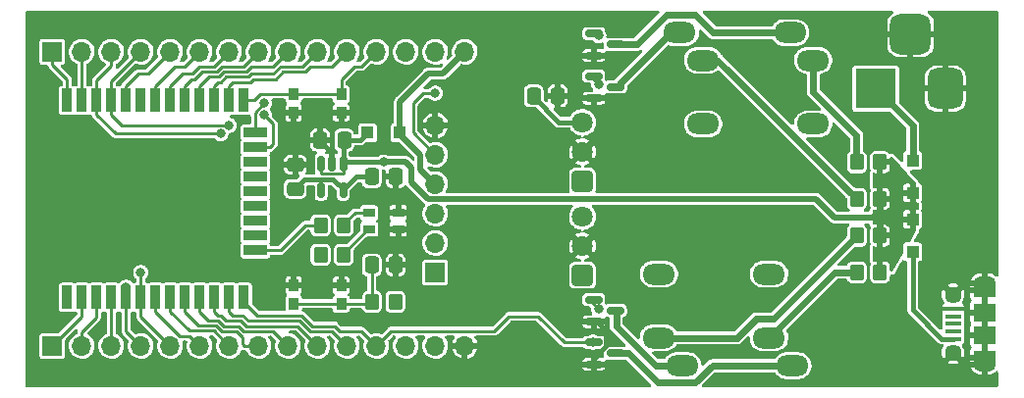
<source format=gbr>
G04 #@! TF.GenerationSoftware,KiCad,Pcbnew,(6.0.0-0)*
G04 #@! TF.CreationDate,2022-04-14T23:47:31-05:00*
G04 #@! TF.ProjectId,kbxIrBlaster,6b627849-7242-46c6-9173-7465722e6b69,rev?*
G04 #@! TF.SameCoordinates,Original*
G04 #@! TF.FileFunction,Copper,L1,Top*
G04 #@! TF.FilePolarity,Positive*
%FSLAX46Y46*%
G04 Gerber Fmt 4.6, Leading zero omitted, Abs format (unit mm)*
G04 Created by KiCad (PCBNEW (6.0.0-0)) date 2022-04-14 23:47:31*
%MOMM*%
%LPD*%
G01*
G04 APERTURE LIST*
G04 Aperture macros list*
%AMRoundRect*
0 Rectangle with rounded corners*
0 $1 Rounding radius*
0 $2 $3 $4 $5 $6 $7 $8 $9 X,Y pos of 4 corners*
0 Add a 4 corners polygon primitive as box body*
4,1,4,$2,$3,$4,$5,$6,$7,$8,$9,$2,$3,0*
0 Add four circle primitives for the rounded corners*
1,1,$1+$1,$2,$3*
1,1,$1+$1,$4,$5*
1,1,$1+$1,$6,$7*
1,1,$1+$1,$8,$9*
0 Add four rect primitives between the rounded corners*
20,1,$1+$1,$2,$3,$4,$5,0*
20,1,$1+$1,$4,$5,$6,$7,0*
20,1,$1+$1,$6,$7,$8,$9,0*
20,1,$1+$1,$8,$9,$2,$3,0*%
G04 Aperture macros list end*
G04 #@! TA.AperFunction,SMDPad,CuDef*
%ADD10RoundRect,0.250000X0.337500X0.475000X-0.337500X0.475000X-0.337500X-0.475000X0.337500X-0.475000X0*%
G04 #@! TD*
G04 #@! TA.AperFunction,ComponentPad*
%ADD11R,1.700000X1.700000*%
G04 #@! TD*
G04 #@! TA.AperFunction,ComponentPad*
%ADD12O,1.700000X1.700000*%
G04 #@! TD*
G04 #@! TA.AperFunction,SMDPad,CuDef*
%ADD13R,0.900000X1.000000*%
G04 #@! TD*
G04 #@! TA.AperFunction,SMDPad,CuDef*
%ADD14RoundRect,0.150000X-0.587500X-0.150000X0.587500X-0.150000X0.587500X0.150000X-0.587500X0.150000X0*%
G04 #@! TD*
G04 #@! TA.AperFunction,SMDPad,CuDef*
%ADD15RoundRect,0.250000X-0.475000X0.337500X-0.475000X-0.337500X0.475000X-0.337500X0.475000X0.337500X0*%
G04 #@! TD*
G04 #@! TA.AperFunction,SMDPad,CuDef*
%ADD16RoundRect,0.250000X0.350000X0.450000X-0.350000X0.450000X-0.350000X-0.450000X0.350000X-0.450000X0*%
G04 #@! TD*
G04 #@! TA.AperFunction,SMDPad,CuDef*
%ADD17RoundRect,0.250000X-0.350000X-0.450000X0.350000X-0.450000X0.350000X0.450000X-0.350000X0.450000X0*%
G04 #@! TD*
G04 #@! TA.AperFunction,SMDPad,CuDef*
%ADD18RoundRect,0.250000X-0.337500X-0.475000X0.337500X-0.475000X0.337500X0.475000X-0.337500X0.475000X0*%
G04 #@! TD*
G04 #@! TA.AperFunction,SMDPad,CuDef*
%ADD19R,1.100000X1.100000*%
G04 #@! TD*
G04 #@! TA.AperFunction,SMDPad,CuDef*
%ADD20R,1.000000X0.800000*%
G04 #@! TD*
G04 #@! TA.AperFunction,SMDPad,CuDef*
%ADD21R,0.900000X2.000000*%
G04 #@! TD*
G04 #@! TA.AperFunction,SMDPad,CuDef*
%ADD22R,2.000000X0.900000*%
G04 #@! TD*
G04 #@! TA.AperFunction,SMDPad,CuDef*
%ADD23R,5.000000X5.000000*%
G04 #@! TD*
G04 #@! TA.AperFunction,ComponentPad*
%ADD24C,0.800000*%
G04 #@! TD*
G04 #@! TA.AperFunction,ComponentPad*
%ADD25C,5.000000*%
G04 #@! TD*
G04 #@! TA.AperFunction,ComponentPad*
%ADD26RoundRect,0.250200X0.649800X-0.649800X0.649800X0.649800X-0.649800X0.649800X-0.649800X-0.649800X0*%
G04 #@! TD*
G04 #@! TA.AperFunction,ComponentPad*
%ADD27C,1.800000*%
G04 #@! TD*
G04 #@! TA.AperFunction,ComponentPad*
%ADD28R,3.500000X3.500000*%
G04 #@! TD*
G04 #@! TA.AperFunction,ComponentPad*
%ADD29RoundRect,0.750000X0.750000X1.000000X-0.750000X1.000000X-0.750000X-1.000000X0.750000X-1.000000X0*%
G04 #@! TD*
G04 #@! TA.AperFunction,ComponentPad*
%ADD30RoundRect,0.875000X0.875000X0.875000X-0.875000X0.875000X-0.875000X-0.875000X0.875000X-0.875000X0*%
G04 #@! TD*
G04 #@! TA.AperFunction,SMDPad,CuDef*
%ADD31R,1.350000X0.400000*%
G04 #@! TD*
G04 #@! TA.AperFunction,SMDPad,CuDef*
%ADD32R,1.900000X1.500000*%
G04 #@! TD*
G04 #@! TA.AperFunction,SMDPad,CuDef*
%ADD33R,1.900000X1.200000*%
G04 #@! TD*
G04 #@! TA.AperFunction,ComponentPad*
%ADD34O,1.900000X1.200000*%
G04 #@! TD*
G04 #@! TA.AperFunction,ComponentPad*
%ADD35C,1.450000*%
G04 #@! TD*
G04 #@! TA.AperFunction,SMDPad,CuDef*
%ADD36RoundRect,0.150000X-0.150000X0.512500X-0.150000X-0.512500X0.150000X-0.512500X0.150000X0.512500X0*%
G04 #@! TD*
G04 #@! TA.AperFunction,ComponentPad*
%ADD37O,2.800000X1.800000*%
G04 #@! TD*
G04 #@! TA.AperFunction,ViaPad*
%ADD38C,0.800000*%
G04 #@! TD*
G04 #@! TA.AperFunction,Conductor*
%ADD39C,0.250000*%
G04 #@! TD*
G04 #@! TA.AperFunction,Conductor*
%ADD40C,0.400000*%
G04 #@! TD*
G04 #@! TA.AperFunction,Conductor*
%ADD41C,0.500000*%
G04 #@! TD*
G04 #@! TA.AperFunction,Conductor*
%ADD42C,0.600000*%
G04 #@! TD*
G04 APERTURE END LIST*
D10*
X150897500Y-78740000D03*
X148822500Y-78740000D03*
D11*
X154305000Y-86995000D03*
D12*
X154305000Y-84455000D03*
X154305000Y-81915000D03*
X154305000Y-79375000D03*
X154305000Y-76835000D03*
X154305000Y-74295000D03*
D13*
X142095000Y-71590000D03*
X146195000Y-71590000D03*
X146195000Y-73190000D03*
X142095000Y-73190000D03*
D14*
X167972500Y-93030000D03*
X167972500Y-94930000D03*
X169847500Y-93980000D03*
D15*
X142240000Y-77702500D03*
X142240000Y-79777500D03*
D16*
X150860000Y-89535000D03*
X148860000Y-89535000D03*
D17*
X144415000Y-82931000D03*
X146415000Y-82931000D03*
D18*
X148822500Y-86360000D03*
X150897500Y-86360000D03*
D19*
X148460000Y-74930000D03*
X151260000Y-74930000D03*
D17*
X144415000Y-85471000D03*
X146415000Y-85471000D03*
D20*
X148610000Y-81850000D03*
X148610000Y-83250000D03*
X151110000Y-83250000D03*
X151110000Y-81850000D03*
D13*
X142095000Y-89700000D03*
X146195000Y-89700000D03*
X146195000Y-88100000D03*
X142095000Y-88100000D03*
D18*
X144377500Y-75565000D03*
X146452500Y-75565000D03*
D21*
X121285000Y-89145000D03*
X122555000Y-89145000D03*
X123825000Y-89145000D03*
X125095000Y-89145000D03*
X126365000Y-89145000D03*
X127635000Y-89145000D03*
X128905000Y-89145000D03*
X130175000Y-89145000D03*
X131445000Y-89145000D03*
X132715000Y-89145000D03*
X133985000Y-89145000D03*
X135255000Y-89145000D03*
X136525000Y-89145000D03*
X137795000Y-89145000D03*
D22*
X138795000Y-86360000D03*
X138795000Y-85090000D03*
X138795000Y-83820000D03*
X138795000Y-82550000D03*
X138795000Y-81280000D03*
X138795000Y-80010000D03*
X138795000Y-78740000D03*
X138795000Y-77470000D03*
X138795000Y-76200000D03*
X138795000Y-74930000D03*
D21*
X137795000Y-72145000D03*
X136525000Y-72145000D03*
X135255000Y-72145000D03*
X133985000Y-72145000D03*
X132715000Y-72145000D03*
X131445000Y-72145000D03*
X130175000Y-72145000D03*
X128905000Y-72145000D03*
X127635000Y-72145000D03*
X126365000Y-72145000D03*
X125095000Y-72145000D03*
X123825000Y-72145000D03*
X122555000Y-72145000D03*
X121285000Y-72145000D03*
D23*
X128785000Y-81645000D03*
D11*
X121285000Y-93345000D03*
D12*
X123825000Y-93345000D03*
X126365000Y-93345000D03*
X128905000Y-93345000D03*
X131445000Y-93345000D03*
X133985000Y-93345000D03*
X136525000Y-93345000D03*
X139065000Y-93345000D03*
X141605000Y-93345000D03*
X144145000Y-93345000D03*
X146685000Y-93345000D03*
X149225000Y-93345000D03*
X151765000Y-93345000D03*
X154305000Y-93345000D03*
X156845000Y-93345000D03*
D11*
X121285000Y-67945000D03*
D12*
X123825000Y-67945000D03*
X126365000Y-67945000D03*
X128905000Y-67945000D03*
X131445000Y-67945000D03*
X133985000Y-67945000D03*
X136525000Y-67945000D03*
X139065000Y-67945000D03*
X141605000Y-67945000D03*
X144145000Y-67945000D03*
X146685000Y-67945000D03*
X149225000Y-67945000D03*
X151765000Y-67945000D03*
X154305000Y-67945000D03*
X156845000Y-67945000D03*
D24*
X161925000Y-65435000D03*
X160599175Y-65984175D03*
X161925000Y-69185000D03*
X163800000Y-67310000D03*
D25*
X161925000Y-67310000D03*
D24*
X163250825Y-68635825D03*
X160050000Y-67310000D03*
X160599175Y-68635825D03*
X163250825Y-65984175D03*
D10*
X164867500Y-71755000D03*
X162792500Y-71755000D03*
D24*
X163800000Y-93980000D03*
X160050000Y-93980000D03*
X163250825Y-92654175D03*
X160599175Y-95305825D03*
D25*
X161925000Y-93980000D03*
D24*
X163250825Y-95305825D03*
X161925000Y-92105000D03*
X161925000Y-95855000D03*
X160599175Y-92654175D03*
D14*
X167972500Y-70043000D03*
X167972500Y-71943000D03*
X169847500Y-70993000D03*
D26*
X167005000Y-87249000D03*
D27*
X167005000Y-84709000D03*
X167005000Y-82169000D03*
D19*
X195471481Y-80140000D03*
X195471481Y-77340000D03*
X195471481Y-82420000D03*
X195471481Y-85220000D03*
D24*
X190875000Y-93980000D03*
D25*
X192750000Y-93980000D03*
D24*
X192750000Y-95855000D03*
X192750000Y-92105000D03*
X194075825Y-95305825D03*
X191424175Y-95305825D03*
X191424175Y-92654175D03*
X194075825Y-92654175D03*
X194625000Y-93980000D03*
D28*
X192296481Y-71120000D03*
D29*
X198296481Y-71120000D03*
D30*
X195296481Y-66420000D03*
D16*
X192661481Y-86995000D03*
X190661481Y-86995000D03*
X192661481Y-83820000D03*
X190661481Y-83820000D03*
D26*
X167005000Y-79121000D03*
D27*
X167005000Y-76581000D03*
X167005000Y-74041000D03*
D14*
X167972500Y-66360000D03*
X167972500Y-68260000D03*
X169847500Y-67310000D03*
D16*
X192661481Y-80645000D03*
X190661481Y-80645000D03*
X192661481Y-77470000D03*
X190661481Y-77470000D03*
D14*
X167972500Y-89347000D03*
X167972500Y-91247000D03*
X169847500Y-90297000D03*
D31*
X198961981Y-92740000D03*
X198961981Y-92090000D03*
X198961981Y-91440000D03*
X198961981Y-90790000D03*
X198961981Y-90140000D03*
D32*
X201661981Y-92440000D03*
D33*
X201661981Y-94340000D03*
X201661981Y-88540000D03*
D34*
X201661981Y-87940000D03*
D32*
X201661981Y-90440000D03*
D35*
X198961981Y-88940000D03*
X198961981Y-93940000D03*
D34*
X201661981Y-94940000D03*
D36*
X146365000Y-77602500D03*
X145415000Y-77602500D03*
X144465000Y-77602500D03*
X144465000Y-79877500D03*
X146365000Y-79877500D03*
D37*
X173600000Y-87150000D03*
X175600000Y-95050000D03*
X173600000Y-92650000D03*
X177400000Y-74178681D03*
X175400000Y-66278681D03*
X177400000Y-68678681D03*
X186900000Y-74178681D03*
X184900000Y-66278681D03*
X186900000Y-68678681D03*
X183100000Y-87150000D03*
X185100000Y-95050000D03*
X183100000Y-92650000D03*
D38*
X142095000Y-89700000D03*
X138811000Y-86360000D03*
X121285000Y-89154000D03*
X121285000Y-72136000D03*
X149860000Y-77470000D03*
X122555000Y-89145000D03*
X150885000Y-89535000D03*
X142240000Y-79765000D03*
X154305000Y-71516000D03*
X136525000Y-74295000D03*
X135817892Y-75020000D03*
X144390000Y-82931000D03*
X167910000Y-93030000D03*
X128905000Y-86995000D03*
X127635000Y-88265000D03*
X139573000Y-73406000D03*
X139573000Y-72390000D03*
X168402000Y-90170000D03*
X168402000Y-66548000D03*
X168402000Y-70739000D03*
X144390000Y-85471000D03*
D39*
X123825000Y-90805000D02*
X123825000Y-89145000D01*
X146195000Y-89700000D02*
X148670000Y-89700000D01*
X148670000Y-89700000D02*
X148835000Y-89535000D01*
X148835000Y-86360000D02*
X148835000Y-89535000D01*
X142795000Y-89700000D02*
X146195000Y-89700000D01*
X121285000Y-93345000D02*
X123825000Y-90805000D01*
X142095000Y-89700000D02*
X142795000Y-89700000D01*
D40*
X168247000Y-91247000D02*
X169029520Y-92029520D01*
X169029520Y-92029520D02*
X169029520Y-93374481D01*
X144390000Y-75683000D02*
X145415000Y-76708000D01*
X145415000Y-76708000D02*
X145415000Y-77640000D01*
X167972500Y-91247000D02*
X168247000Y-91247000D01*
X169029520Y-93374481D02*
X167972500Y-94431501D01*
X144390000Y-75565000D02*
X144390000Y-75683000D01*
X167972500Y-94431501D02*
X167972500Y-94930000D01*
D39*
X164100000Y-93030000D02*
X161605000Y-93030000D01*
X144465000Y-77640000D02*
X144465000Y-78420000D01*
X146299000Y-78486000D02*
X146365000Y-78420000D01*
D40*
X146365000Y-75640000D02*
X146440000Y-75565000D01*
D41*
X152273000Y-79248000D02*
X153670000Y-80645000D01*
X151765000Y-77470000D02*
X152273000Y-77978000D01*
X192000000Y-82250000D02*
X192686481Y-81563519D01*
X153670000Y-80645000D02*
X187145000Y-80645000D01*
D40*
X146535000Y-77470000D02*
X146365000Y-77640000D01*
D41*
X188750000Y-82250000D02*
X192000000Y-82250000D01*
D39*
X144465000Y-78420000D02*
X144531000Y-78486000D01*
D40*
X192686481Y-82936481D02*
X192000000Y-82250000D01*
D39*
X146365000Y-78420000D02*
X146365000Y-77640000D01*
D40*
X146365000Y-77640000D02*
X146365000Y-75640000D01*
X146440000Y-75565000D02*
X147825000Y-75565000D01*
D41*
X152273000Y-77978000D02*
X152273000Y-79248000D01*
D40*
X192686481Y-83820000D02*
X192686481Y-82936481D01*
D39*
X144531000Y-78486000D02*
X146299000Y-78486000D01*
D41*
X149860000Y-77470000D02*
X151765000Y-77470000D01*
D40*
X147825000Y-75565000D02*
X148460000Y-74930000D01*
D41*
X187145000Y-80645000D02*
X188750000Y-82250000D01*
D40*
X149860000Y-77470000D02*
X146535000Y-77470000D01*
D41*
X192686481Y-81563519D02*
X192686481Y-80645000D01*
D40*
X164973000Y-74041000D02*
X167005000Y-74041000D01*
X162805000Y-71755000D02*
X162805000Y-71873000D01*
X142240000Y-79765000D02*
X143015001Y-78989999D01*
X143015001Y-78989999D02*
X145514999Y-78989999D01*
X145514999Y-78989999D02*
X146365000Y-79840000D01*
X148835000Y-78740000D02*
X147465000Y-78740000D01*
X162805000Y-71873000D02*
X164973000Y-74041000D01*
X147465000Y-78740000D02*
X146365000Y-79840000D01*
X142315000Y-79840000D02*
X142240000Y-79765000D01*
D42*
X188755000Y-86995000D02*
X190661481Y-86995000D01*
X183100000Y-92650000D02*
X188755000Y-86995000D01*
X173600000Y-92650000D02*
X180350000Y-92650000D01*
X182000000Y-91000000D02*
X183481481Y-91000000D01*
X183481481Y-91000000D02*
X190661481Y-83820000D01*
X180350000Y-92650000D02*
X182000000Y-91000000D01*
X195471481Y-77340000D02*
X195471481Y-74295000D01*
X195471481Y-74295000D02*
X192296481Y-71120000D01*
X178695162Y-68678681D02*
X177400000Y-68678681D01*
X190661481Y-80645000D02*
X178695162Y-68678681D01*
D39*
X148525000Y-83250000D02*
X148610000Y-83250000D01*
X146440000Y-85335000D02*
X148525000Y-83250000D01*
X146440000Y-85471000D02*
X146440000Y-85335000D01*
X146440000Y-82795000D02*
X147385000Y-81850000D01*
X147385000Y-81850000D02*
X148610000Y-81850000D01*
X146440000Y-82931000D02*
X146440000Y-82795000D01*
D40*
X197990000Y-92740000D02*
X195471481Y-90221481D01*
X198961981Y-92740000D02*
X197990000Y-92740000D01*
X195471481Y-90221481D02*
X195471481Y-85220000D01*
D42*
X190636481Y-77470000D02*
X190636481Y-75136481D01*
X186900000Y-71400000D02*
X186900000Y-68678681D01*
X190636481Y-75136481D02*
X186900000Y-71400000D01*
X173500000Y-96500000D02*
X176750000Y-96500000D01*
X169847500Y-93980000D02*
X170980000Y-93980000D01*
X178200000Y-95050000D02*
X185100000Y-95050000D01*
X170980000Y-93980000D02*
X173500000Y-96500000D01*
X176750000Y-96500000D02*
X178200000Y-95050000D01*
X173300000Y-95050000D02*
X169910000Y-91660000D01*
X169910000Y-91660000D02*
X169910000Y-90297000D01*
X175600000Y-95050000D02*
X173300000Y-95050000D01*
X174624319Y-66278681D02*
X175400000Y-66278681D01*
X169910000Y-70993000D02*
X174624319Y-66278681D01*
X174250000Y-64750000D02*
X171690000Y-67310000D01*
X171690000Y-67310000D02*
X169910000Y-67310000D01*
X176750000Y-64750000D02*
X174250000Y-64750000D01*
X178278681Y-66278681D02*
X176750000Y-64750000D01*
X184900000Y-66278681D02*
X178278681Y-66278681D01*
D41*
X151260000Y-74930000D02*
X151260000Y-75060000D01*
X151260000Y-74930000D02*
X151260000Y-72260000D01*
X153035000Y-76835000D02*
X153035000Y-78105000D01*
X153670000Y-69850000D02*
X154940000Y-69850000D01*
X153035000Y-78105000D02*
X154305000Y-79375000D01*
X154940000Y-69850000D02*
X156845000Y-67945000D01*
X151260000Y-72260000D02*
X153670000Y-69850000D01*
X151260000Y-75060000D02*
X153035000Y-76835000D01*
D39*
X152400000Y-74930000D02*
X154305000Y-76835000D01*
X152400000Y-72390000D02*
X152400000Y-74930000D01*
X154305000Y-71516000D02*
X153274000Y-71516000D01*
X153274000Y-71516000D02*
X152400000Y-72390000D01*
X127265000Y-74295000D02*
X136525000Y-74295000D01*
X126365000Y-72145000D02*
X126365000Y-73395000D01*
X128905000Y-67945000D02*
X126365000Y-70485000D01*
X126365000Y-73395000D02*
X127265000Y-74295000D01*
X126365000Y-70485000D02*
X126365000Y-72145000D01*
X126720000Y-75020000D02*
X135817892Y-75020000D01*
X126365000Y-69147081D02*
X125095000Y-70417081D01*
X126365000Y-67945000D02*
X126365000Y-69147081D01*
X125095000Y-73395000D02*
X126720000Y-75020000D01*
X125095000Y-70895000D02*
X125095000Y-72145000D01*
X125095000Y-70417081D02*
X125095000Y-70895000D01*
X125095000Y-72145000D02*
X125095000Y-73395000D01*
X140970000Y-85090000D02*
X143129000Y-82931000D01*
X138795000Y-85090000D02*
X140970000Y-85090000D01*
X143129000Y-82931000D02*
X144390000Y-82931000D01*
X165420000Y-93030000D02*
X163195000Y-90805000D01*
X147955000Y-92075000D02*
X149225000Y-93345000D01*
X142797791Y-90724971D02*
X143697810Y-91624990D01*
X163195000Y-90805000D02*
X160655000Y-90805000D01*
X146051410Y-92075000D02*
X147955000Y-92075000D01*
X137795000Y-89535000D02*
X138984970Y-90724970D01*
X167910000Y-93030000D02*
X165420000Y-93030000D01*
X160655000Y-90805000D02*
X159385000Y-92075000D01*
X138984970Y-90724970D02*
X142797791Y-90724971D01*
X143697810Y-91624990D02*
X145601401Y-91624991D01*
X159385000Y-92075000D02*
X150495000Y-92075000D01*
X150495000Y-92075000D02*
X149225000Y-93345000D01*
X145601401Y-91624991D02*
X146051410Y-92075000D01*
X137795000Y-89145000D02*
X137795000Y-89535000D01*
X136525000Y-90395000D02*
X136854972Y-90724972D01*
X143511410Y-92075000D02*
X145415000Y-92075000D01*
X136525000Y-89145000D02*
X136525000Y-90395000D01*
X136854972Y-90724972D02*
X137719203Y-90724973D01*
X145415000Y-92075000D02*
X146685000Y-93345000D01*
X138169210Y-91174980D02*
X142611390Y-91174980D01*
X137719203Y-90724973D02*
X138169210Y-91174980D01*
X142611390Y-91174980D02*
X143511410Y-92075000D01*
X144145000Y-93345000D02*
X142424990Y-91624990D01*
X137982810Y-91624990D02*
X137532802Y-91174982D01*
X136264212Y-91174982D02*
X135784191Y-90694963D01*
X135554963Y-90694963D02*
X135255000Y-90395000D01*
X142424990Y-91624990D02*
X137982810Y-91624990D01*
X135255000Y-90395000D02*
X135255000Y-89145000D01*
X137532802Y-91174982D02*
X136264212Y-91174982D01*
X135784191Y-90694963D02*
X135554963Y-90694963D01*
X135597792Y-91144972D02*
X136077810Y-91624990D01*
X137796410Y-92075000D02*
X140335000Y-92075000D01*
X133985000Y-89145000D02*
X133985000Y-90395000D01*
X140335000Y-92075000D02*
X141605000Y-93345000D01*
X134734971Y-91144971D02*
X135597792Y-91144972D01*
X137346401Y-91624991D02*
X137796410Y-92075000D01*
X133985000Y-90395000D02*
X134734971Y-91144971D01*
X136077810Y-91624990D02*
X137346401Y-91624991D01*
X135411391Y-91594981D02*
X133914981Y-91594981D01*
X137700001Y-92615001D02*
X137160000Y-92075000D01*
X137862919Y-93345000D02*
X137700001Y-93182082D01*
X139065000Y-93345000D02*
X137862919Y-93345000D01*
X133914981Y-91594981D02*
X132715000Y-90395000D01*
X137700001Y-93182082D02*
X137700001Y-92615001D01*
X137160000Y-92075000D02*
X135891410Y-92075000D01*
X135891410Y-92075000D02*
X135411391Y-91594981D01*
X132715000Y-90395000D02*
X132715000Y-89145000D01*
X131445000Y-90395000D02*
X133094991Y-92044991D01*
X131445000Y-89145000D02*
X131445000Y-90395000D01*
X135224991Y-92044991D02*
X136525000Y-93345000D01*
X133094991Y-92044991D02*
X135224991Y-92044991D01*
X132275001Y-92495001D02*
X133135001Y-92495001D01*
X130175000Y-89145000D02*
X130175000Y-90395000D01*
X130175000Y-90395000D02*
X132275001Y-92495001D01*
X133135001Y-92495001D02*
X133985000Y-93345000D01*
X128905000Y-90805000D02*
X131445000Y-93345000D01*
X128905000Y-86995000D02*
X128905000Y-89145000D01*
X128905000Y-89145000D02*
X128905000Y-90805000D01*
X127635000Y-92075000D02*
X128905000Y-93345000D01*
X127635000Y-88265000D02*
X127635000Y-89145000D01*
X127635000Y-89145000D02*
X127635000Y-92075000D01*
X126365000Y-93345000D02*
X126365000Y-89145000D01*
X123825000Y-92142919D02*
X125095000Y-90872919D01*
X125095000Y-90395000D02*
X125095000Y-89145000D01*
X125095000Y-90872919D02*
X125095000Y-90395000D01*
X123825000Y-93345000D02*
X123825000Y-92142919D01*
X138795000Y-76200000D02*
X140045000Y-76200000D01*
X140335000Y-75910000D02*
X140335000Y-74168000D01*
X140335000Y-74168000D02*
X139573000Y-73406000D01*
X140045000Y-76200000D02*
X140335000Y-75910000D01*
X138795000Y-73168000D02*
X139573000Y-72390000D01*
X138795000Y-74930000D02*
X138795000Y-73168000D01*
X149225000Y-67945000D02*
X147955000Y-69215000D01*
X147955000Y-69215000D02*
X147320000Y-69215000D01*
X146195000Y-70340000D02*
X146195000Y-71590000D01*
X142095000Y-71590000D02*
X142795000Y-71590000D01*
X138675000Y-72145000D02*
X137795000Y-72145000D01*
X142095000Y-71590000D02*
X139230000Y-71590000D01*
X142795000Y-71590000D02*
X146195000Y-71590000D01*
X147320000Y-69215000D02*
X146195000Y-70340000D01*
X139230000Y-71590000D02*
X138675000Y-72145000D01*
X145415000Y-69215000D02*
X143511410Y-69215000D01*
X138354200Y-70565028D02*
X136854972Y-70565028D01*
X140522810Y-70300010D02*
X138619219Y-70300010D01*
X143061400Y-69665010D02*
X141157810Y-69665010D01*
X138619219Y-70300010D02*
X138354200Y-70565028D01*
X143511410Y-69215000D02*
X143061400Y-69665010D01*
X141157810Y-69665010D02*
X140522810Y-70300010D01*
X136525000Y-70895000D02*
X136525000Y-72145000D01*
X146685000Y-67945000D02*
X145415000Y-69215000D01*
X136854972Y-70565028D02*
X136525000Y-70895000D01*
X144145000Y-67945000D02*
X142875000Y-69215000D01*
X135584970Y-70565030D02*
X135255000Y-70895000D01*
X142875000Y-69215000D02*
X140971410Y-69215000D01*
X138432820Y-69850000D02*
X138167800Y-70115018D01*
X135814200Y-70565030D02*
X135584970Y-70565030D01*
X138167800Y-70115018D02*
X136264212Y-70115018D01*
X136264212Y-70115018D02*
X135814200Y-70565030D01*
X140336410Y-69850000D02*
X138432820Y-69850000D01*
X135255000Y-70895000D02*
X135255000Y-72145000D01*
X140971410Y-69215000D02*
X140336410Y-69850000D01*
X140335000Y-69215000D02*
X141605000Y-67945000D01*
X137981401Y-69665009D02*
X138431410Y-69215000D01*
X133985000Y-72145000D02*
X133985000Y-70895000D01*
X136077810Y-69665010D02*
X137981401Y-69665009D01*
X135627800Y-70115020D02*
X136077810Y-69665010D01*
X138431410Y-69215000D02*
X140335000Y-69215000D01*
X134764980Y-70115020D02*
X135627800Y-70115020D01*
X133985000Y-70895000D02*
X134764980Y-70115020D01*
X137795000Y-69215000D02*
X139065000Y-67945000D01*
X133309990Y-70300010D02*
X133536401Y-70300009D01*
X133536401Y-70300009D02*
X134171400Y-69665010D01*
X135891410Y-69215000D02*
X137795000Y-69215000D01*
X132715000Y-70895000D02*
X133309990Y-70300010D01*
X132715000Y-72145000D02*
X132715000Y-70895000D01*
X135441400Y-69665010D02*
X135891410Y-69215000D01*
X134171400Y-69665010D02*
X135441400Y-69665010D01*
X131445000Y-70895000D02*
X131445000Y-72145000D01*
X135255000Y-69215000D02*
X133985000Y-69215000D01*
X136525000Y-67945000D02*
X135255000Y-69215000D01*
X133985000Y-69215000D02*
X133350000Y-69850000D01*
X133350000Y-69850000D02*
X132490000Y-69850000D01*
X132490000Y-69850000D02*
X131445000Y-70895000D01*
X130175000Y-72145000D02*
X130175000Y-70895000D01*
X131855000Y-69215000D02*
X132715000Y-69215000D01*
X130175000Y-70895000D02*
X131855000Y-69215000D01*
X132715000Y-69215000D02*
X133985000Y-67945000D01*
X127635000Y-72145000D02*
X127635000Y-70895000D01*
X127635000Y-70895000D02*
X128680000Y-69850000D01*
X129540000Y-69850000D02*
X131445000Y-67945000D01*
X128680000Y-69850000D02*
X129540000Y-69850000D01*
X123825000Y-67945000D02*
X123825000Y-72145000D01*
X121285000Y-69045000D02*
X122555000Y-70315000D01*
X122555000Y-70895000D02*
X122555000Y-72145000D01*
X122555000Y-70315000D02*
X122555000Y-70895000D01*
X121285000Y-67945000D02*
X121285000Y-69045000D01*
X167910000Y-89347000D02*
X167910000Y-89678000D01*
X167910000Y-89678000D02*
X168402000Y-90170000D01*
X168214000Y-66360000D02*
X168402000Y-66548000D01*
X167910000Y-66360000D02*
X168214000Y-66360000D01*
X167910000Y-70247000D02*
X168402000Y-70739000D01*
X167910000Y-70043000D02*
X167910000Y-70247000D01*
G04 #@! TA.AperFunction,Conductor*
G36*
X193723992Y-77018311D02*
G01*
X193734361Y-77028394D01*
X195713416Y-79187363D01*
X195744702Y-79251092D01*
X195736566Y-79321621D01*
X195728869Y-79333973D01*
X195725481Y-79349548D01*
X195725481Y-80925884D01*
X195729956Y-80941123D01*
X195731346Y-80942328D01*
X195739029Y-80943999D01*
X195874000Y-80943999D01*
X195942121Y-80964001D01*
X195988614Y-81017657D01*
X196000000Y-81069999D01*
X196000000Y-81490000D01*
X195979998Y-81558121D01*
X195926342Y-81604614D01*
X195874000Y-81616000D01*
X195743596Y-81616000D01*
X195728357Y-81620475D01*
X195727152Y-81621865D01*
X195725481Y-81629548D01*
X195725481Y-83205884D01*
X195729956Y-83221123D01*
X195745814Y-83234864D01*
X195784198Y-83294590D01*
X195784198Y-83365587D01*
X195772346Y-83393220D01*
X195216897Y-84352632D01*
X195165455Y-84401563D01*
X195107854Y-84415501D01*
X194896415Y-84415501D01*
X194860663Y-84422612D01*
X194834355Y-84427844D01*
X194834353Y-84427845D01*
X194822180Y-84430266D01*
X194811860Y-84437161D01*
X194811859Y-84437162D01*
X194751466Y-84477516D01*
X194737997Y-84486516D01*
X194681747Y-84570699D01*
X194666981Y-84644933D01*
X194666981Y-84651120D01*
X194666982Y-85268643D01*
X194650026Y-85331773D01*
X194228933Y-86059116D01*
X193750524Y-86885458D01*
X193699082Y-86934389D01*
X193629353Y-86947742D01*
X193563473Y-86921276D01*
X193522361Y-86863395D01*
X193515480Y-86822327D01*
X193515480Y-86500708D01*
X193515111Y-86493890D01*
X193509640Y-86443518D01*
X193506011Y-86428259D01*
X193461259Y-86308882D01*
X193452727Y-86293296D01*
X193376909Y-86192133D01*
X193364348Y-86179572D01*
X193263185Y-86103754D01*
X193247599Y-86095222D01*
X193128216Y-86050467D01*
X193112971Y-86046842D01*
X193062589Y-86041369D01*
X193055775Y-86041000D01*
X192933596Y-86041000D01*
X192918357Y-86045475D01*
X192917152Y-86046865D01*
X192915481Y-86054548D01*
X192915481Y-87123000D01*
X192895479Y-87191121D01*
X192841823Y-87237614D01*
X192789481Y-87249000D01*
X192533481Y-87249000D01*
X192465360Y-87228998D01*
X192418867Y-87175342D01*
X192407481Y-87123000D01*
X192407481Y-86059116D01*
X192403006Y-86043877D01*
X192401616Y-86042672D01*
X192393933Y-86041001D01*
X192267189Y-86041001D01*
X192260371Y-86041370D01*
X192209999Y-86046841D01*
X192194740Y-86050470D01*
X192170229Y-86059658D01*
X192099421Y-86064841D01*
X192037053Y-86030919D01*
X192002924Y-85968664D01*
X192000000Y-85941676D01*
X192000000Y-84873324D01*
X192020002Y-84805203D01*
X192073658Y-84758710D01*
X192143932Y-84748606D01*
X192170229Y-84755342D01*
X192194746Y-84764533D01*
X192209991Y-84768158D01*
X192260373Y-84773631D01*
X192267187Y-84774000D01*
X192389366Y-84774000D01*
X192404605Y-84769525D01*
X192405810Y-84768135D01*
X192407481Y-84760452D01*
X192407481Y-84755884D01*
X192915481Y-84755884D01*
X192919956Y-84771123D01*
X192921346Y-84772328D01*
X192929029Y-84773999D01*
X193055773Y-84773999D01*
X193062591Y-84773630D01*
X193112963Y-84768159D01*
X193128222Y-84764530D01*
X193247599Y-84719778D01*
X193263185Y-84711246D01*
X193364348Y-84635428D01*
X193376909Y-84622867D01*
X193452727Y-84521704D01*
X193461259Y-84506118D01*
X193506014Y-84386735D01*
X193509639Y-84371490D01*
X193515112Y-84321108D01*
X193515481Y-84314294D01*
X193515481Y-84092115D01*
X193511006Y-84076876D01*
X193509616Y-84075671D01*
X193501933Y-84074000D01*
X192933596Y-84074000D01*
X192918357Y-84078475D01*
X192917152Y-84079865D01*
X192915481Y-84087548D01*
X192915481Y-84755884D01*
X192407481Y-84755884D01*
X192407481Y-83547885D01*
X192915481Y-83547885D01*
X192919956Y-83563124D01*
X192921346Y-83564329D01*
X192929029Y-83566000D01*
X193497365Y-83566000D01*
X193512604Y-83561525D01*
X193513809Y-83560135D01*
X193515480Y-83552452D01*
X193515480Y-83325708D01*
X193515111Y-83318890D01*
X193509640Y-83268518D01*
X193506011Y-83253259D01*
X193461259Y-83133882D01*
X193452727Y-83118296D01*
X193376909Y-83017133D01*
X193364348Y-83004572D01*
X193343341Y-82988828D01*
X194667482Y-82988828D01*
X194668690Y-83001088D01*
X194679796Y-83056931D01*
X194689114Y-83079427D01*
X194731464Y-83142808D01*
X194748673Y-83160017D01*
X194812056Y-83202368D01*
X194834547Y-83211684D01*
X194890396Y-83222793D01*
X194902651Y-83224000D01*
X195199366Y-83224000D01*
X195214605Y-83219525D01*
X195215810Y-83218135D01*
X195217481Y-83210452D01*
X195217481Y-82692115D01*
X195213006Y-82676876D01*
X195211616Y-82675671D01*
X195203933Y-82674000D01*
X194685597Y-82674000D01*
X194670358Y-82678475D01*
X194669153Y-82679865D01*
X194667482Y-82687548D01*
X194667482Y-82988828D01*
X193343341Y-82988828D01*
X193263185Y-82928754D01*
X193247599Y-82920222D01*
X193128216Y-82875467D01*
X193112971Y-82871842D01*
X193062589Y-82866369D01*
X193055775Y-82866000D01*
X192933596Y-82866000D01*
X192918357Y-82870475D01*
X192917152Y-82871865D01*
X192915481Y-82879548D01*
X192915481Y-83547885D01*
X192407481Y-83547885D01*
X192407481Y-82884116D01*
X192403006Y-82868877D01*
X192401616Y-82867672D01*
X192393933Y-82866001D01*
X192267189Y-82866001D01*
X192260371Y-82866370D01*
X192209999Y-82871841D01*
X192194740Y-82875470D01*
X192170229Y-82884658D01*
X192099421Y-82889841D01*
X192037053Y-82855919D01*
X192002924Y-82793664D01*
X192000000Y-82766676D01*
X192000000Y-82147885D01*
X194667481Y-82147885D01*
X194671956Y-82163124D01*
X194673346Y-82164329D01*
X194681029Y-82166000D01*
X195199366Y-82166000D01*
X195214605Y-82161525D01*
X195215810Y-82160135D01*
X195217481Y-82152452D01*
X195217481Y-81634116D01*
X195213006Y-81618877D01*
X195211616Y-81617672D01*
X195203933Y-81616001D01*
X194902653Y-81616001D01*
X194890393Y-81617209D01*
X194834550Y-81628315D01*
X194812054Y-81637633D01*
X194748673Y-81679983D01*
X194731464Y-81697192D01*
X194689113Y-81760575D01*
X194679797Y-81783066D01*
X194668688Y-81838915D01*
X194667481Y-81851170D01*
X194667481Y-82147885D01*
X192000000Y-82147885D01*
X192000000Y-81698324D01*
X192020002Y-81630203D01*
X192073658Y-81583710D01*
X192143932Y-81573606D01*
X192170229Y-81580342D01*
X192194746Y-81589533D01*
X192209991Y-81593158D01*
X192260373Y-81598631D01*
X192267187Y-81599000D01*
X192389366Y-81599000D01*
X192404605Y-81594525D01*
X192405810Y-81593135D01*
X192407481Y-81585452D01*
X192407481Y-81580884D01*
X192915481Y-81580884D01*
X192919956Y-81596123D01*
X192921346Y-81597328D01*
X192929029Y-81598999D01*
X193055773Y-81598999D01*
X193062591Y-81598630D01*
X193112963Y-81593159D01*
X193128222Y-81589530D01*
X193247599Y-81544778D01*
X193263185Y-81536246D01*
X193364348Y-81460428D01*
X193376909Y-81447867D01*
X193452727Y-81346704D01*
X193461259Y-81331118D01*
X193506014Y-81211735D01*
X193509639Y-81196490D01*
X193515112Y-81146108D01*
X193515481Y-81139294D01*
X193515481Y-80917115D01*
X193511006Y-80901876D01*
X193509616Y-80900671D01*
X193501933Y-80899000D01*
X192933596Y-80899000D01*
X192918357Y-80903475D01*
X192917152Y-80904865D01*
X192915481Y-80912548D01*
X192915481Y-81580884D01*
X192407481Y-81580884D01*
X192407481Y-80708828D01*
X194667482Y-80708828D01*
X194668690Y-80721088D01*
X194679796Y-80776931D01*
X194689114Y-80799427D01*
X194731464Y-80862808D01*
X194748673Y-80880017D01*
X194812056Y-80922368D01*
X194834547Y-80931684D01*
X194890396Y-80942793D01*
X194902651Y-80944000D01*
X195199366Y-80944000D01*
X195214605Y-80939525D01*
X195215810Y-80938135D01*
X195217481Y-80930452D01*
X195217481Y-80412115D01*
X195213006Y-80396876D01*
X195211616Y-80395671D01*
X195203933Y-80394000D01*
X194685597Y-80394000D01*
X194670358Y-80398475D01*
X194669153Y-80399865D01*
X194667482Y-80407548D01*
X194667482Y-80708828D01*
X192407481Y-80708828D01*
X192407481Y-80372885D01*
X192915481Y-80372885D01*
X192919956Y-80388124D01*
X192921346Y-80389329D01*
X192929029Y-80391000D01*
X193497365Y-80391000D01*
X193512604Y-80386525D01*
X193513809Y-80385135D01*
X193515480Y-80377452D01*
X193515480Y-80150708D01*
X193515111Y-80143890D01*
X193509640Y-80093518D01*
X193506011Y-80078259D01*
X193461259Y-79958882D01*
X193452727Y-79943296D01*
X193396209Y-79867885D01*
X194667481Y-79867885D01*
X194671956Y-79883124D01*
X194673346Y-79884329D01*
X194681029Y-79886000D01*
X195199366Y-79886000D01*
X195214605Y-79881525D01*
X195215810Y-79880135D01*
X195217481Y-79872452D01*
X195217481Y-79354116D01*
X195213006Y-79338877D01*
X195211616Y-79337672D01*
X195203933Y-79336001D01*
X194902653Y-79336001D01*
X194890393Y-79337209D01*
X194834550Y-79348315D01*
X194812054Y-79357633D01*
X194748673Y-79399983D01*
X194731464Y-79417192D01*
X194689113Y-79480575D01*
X194679797Y-79503066D01*
X194668688Y-79558915D01*
X194667481Y-79571170D01*
X194667481Y-79867885D01*
X193396209Y-79867885D01*
X193376909Y-79842133D01*
X193364348Y-79829572D01*
X193263185Y-79753754D01*
X193247599Y-79745222D01*
X193128216Y-79700467D01*
X193112971Y-79696842D01*
X193062589Y-79691369D01*
X193055775Y-79691000D01*
X192933596Y-79691000D01*
X192918357Y-79695475D01*
X192917152Y-79696865D01*
X192915481Y-79704548D01*
X192915481Y-80372885D01*
X192407481Y-80372885D01*
X192407481Y-79709116D01*
X192403006Y-79693877D01*
X192401616Y-79692672D01*
X192393933Y-79691001D01*
X192267189Y-79691001D01*
X192260371Y-79691370D01*
X192209999Y-79696841D01*
X192194740Y-79700470D01*
X192170229Y-79709658D01*
X192099421Y-79714841D01*
X192037053Y-79680919D01*
X192002924Y-79618664D01*
X192000000Y-79591676D01*
X192000000Y-78523324D01*
X192020002Y-78455203D01*
X192073658Y-78408710D01*
X192143932Y-78398606D01*
X192170229Y-78405342D01*
X192194746Y-78414533D01*
X192209991Y-78418158D01*
X192260373Y-78423631D01*
X192267187Y-78424000D01*
X192389366Y-78424000D01*
X192404605Y-78419525D01*
X192405810Y-78418135D01*
X192407481Y-78410452D01*
X192407481Y-78405884D01*
X192915481Y-78405884D01*
X192919956Y-78421123D01*
X192921346Y-78422328D01*
X192929029Y-78423999D01*
X193055773Y-78423999D01*
X193062591Y-78423630D01*
X193112963Y-78418159D01*
X193128222Y-78414530D01*
X193247599Y-78369778D01*
X193263185Y-78361246D01*
X193364348Y-78285428D01*
X193376909Y-78272867D01*
X193452727Y-78171704D01*
X193461259Y-78156118D01*
X193506014Y-78036735D01*
X193509639Y-78021490D01*
X193515112Y-77971108D01*
X193515481Y-77964294D01*
X193515481Y-77742115D01*
X193511006Y-77726876D01*
X193509616Y-77725671D01*
X193501933Y-77724000D01*
X192933596Y-77724000D01*
X192918357Y-77728475D01*
X192917152Y-77729865D01*
X192915481Y-77737548D01*
X192915481Y-78405884D01*
X192407481Y-78405884D01*
X192407481Y-77342000D01*
X192427483Y-77273879D01*
X192481139Y-77227386D01*
X192533481Y-77216000D01*
X193497365Y-77216000D01*
X193512604Y-77211525D01*
X193513809Y-77210135D01*
X193515480Y-77202452D01*
X193515480Y-77113535D01*
X193535482Y-77045414D01*
X193589138Y-76998921D01*
X193659412Y-76988817D01*
X193723992Y-77018311D01*
G37*
G04 #@! TD.AperFunction*
G04 #@! TA.AperFunction,Conductor*
G36*
X173590749Y-64409002D02*
G01*
X173637242Y-64462658D01*
X173647346Y-64532932D01*
X173617852Y-64597512D01*
X173611723Y-64604095D01*
X171497224Y-66718595D01*
X171434912Y-66752620D01*
X171408129Y-66755500D01*
X169228166Y-66755500D01*
X169223274Y-66756275D01*
X169223271Y-66756275D01*
X169197597Y-66760341D01*
X169127186Y-66751241D01*
X169072872Y-66705518D01*
X169051901Y-66637689D01*
X169053145Y-66618139D01*
X169060581Y-66565891D01*
X169060581Y-66565888D01*
X169061162Y-66561807D01*
X169061307Y-66548000D01*
X169042276Y-66390733D01*
X168986280Y-66242546D01*
X168981979Y-66236288D01*
X168978459Y-66229555D01*
X168981112Y-66228168D01*
X168964500Y-66181301D01*
X168964500Y-66178166D01*
X168949498Y-66083445D01*
X168891326Y-65969277D01*
X168800723Y-65878674D01*
X168686555Y-65820502D01*
X168591834Y-65805500D01*
X167353166Y-65805500D01*
X167258445Y-65820502D01*
X167144277Y-65878674D01*
X167053674Y-65969277D01*
X166995502Y-66083445D01*
X166980500Y-66178166D01*
X166980500Y-66541834D01*
X166995502Y-66636555D01*
X167053674Y-66750723D01*
X167144277Y-66841326D01*
X167258445Y-66899498D01*
X167353166Y-66914500D01*
X167792560Y-66914500D01*
X167860681Y-66934502D01*
X167893646Y-66966800D01*
X167893706Y-66966748D01*
X167894325Y-66967465D01*
X167897143Y-66970226D01*
X167898670Y-66972499D01*
X167898673Y-66972502D01*
X167902908Y-66978805D01*
X167908527Y-66983918D01*
X167908528Y-66983919D01*
X167962957Y-67033445D01*
X168020076Y-67085419D01*
X168159293Y-67161008D01*
X168312522Y-67201207D01*
X168396477Y-67202526D01*
X168463319Y-67203576D01*
X168463322Y-67203576D01*
X168470916Y-67203695D01*
X168625332Y-67168329D01*
X168672886Y-67144412D01*
X168742731Y-67131674D01*
X168808374Y-67158718D01*
X168848976Y-67216959D01*
X168855500Y-67256977D01*
X168855500Y-67491834D01*
X168862831Y-67538121D01*
X168870502Y-67586555D01*
X168867762Y-67586989D01*
X168869354Y-67642732D01*
X168832692Y-67703530D01*
X168768979Y-67734855D01*
X168705003Y-67727513D01*
X168704666Y-67728550D01*
X168699550Y-67726888D01*
X168698446Y-67726761D01*
X168696792Y-67725992D01*
X168676608Y-67719433D01*
X168596685Y-67706775D01*
X168586842Y-67706000D01*
X168244615Y-67706000D01*
X168229376Y-67710475D01*
X168228171Y-67711865D01*
X168226500Y-67719548D01*
X168226500Y-67987885D01*
X168230975Y-68003124D01*
X168232365Y-68004329D01*
X168240048Y-68006000D01*
X168934448Y-68006000D01*
X168947684Y-68002113D01*
X168949658Y-67987654D01*
X168949016Y-67983601D01*
X168950238Y-67983408D01*
X168951545Y-67973832D01*
X168950224Y-67927617D01*
X168986886Y-67866819D01*
X169050597Y-67835493D01*
X169114874Y-67842867D01*
X169115178Y-67841932D01*
X169119793Y-67843432D01*
X169121131Y-67843585D01*
X169123135Y-67844517D01*
X169124610Y-67844996D01*
X169133445Y-67849498D01*
X169228166Y-67864500D01*
X171674925Y-67864500D01*
X171680201Y-67864610D01*
X171742674Y-67867228D01*
X171785376Y-67857212D01*
X171797051Y-67855049D01*
X171812754Y-67852898D01*
X171840518Y-67849095D01*
X171854493Y-67843047D01*
X171875763Y-67836013D01*
X171882222Y-67834498D01*
X171890583Y-67832537D01*
X171929037Y-67811397D01*
X171939683Y-67806182D01*
X171972065Y-67792169D01*
X171972068Y-67792167D01*
X171979946Y-67788758D01*
X171982826Y-67786426D01*
X172049182Y-67768847D01*
X172116746Y-67790655D01*
X172161794Y-67845530D01*
X172170023Y-67916048D01*
X172134922Y-67983897D01*
X169717224Y-70401595D01*
X169654912Y-70435621D01*
X169628129Y-70438500D01*
X169228166Y-70438500D01*
X169133445Y-70453502D01*
X169124611Y-70458003D01*
X169115178Y-70461068D01*
X169113946Y-70457275D01*
X169063380Y-70466810D01*
X168997575Y-70440160D01*
X168972020Y-70412798D01*
X168970187Y-70410130D01*
X168948087Y-70342662D01*
X168949578Y-70319053D01*
X168963725Y-70229727D01*
X168963725Y-70229726D01*
X168964500Y-70224834D01*
X168964500Y-69861166D01*
X168949498Y-69766445D01*
X168891326Y-69652277D01*
X168800723Y-69561674D01*
X168686555Y-69503502D01*
X168591834Y-69488500D01*
X167353166Y-69488500D01*
X167258445Y-69503502D01*
X167144277Y-69561674D01*
X167053674Y-69652277D01*
X166995502Y-69766445D01*
X166980500Y-69861166D01*
X166980500Y-70224834D01*
X166995502Y-70319555D01*
X167053674Y-70433723D01*
X167144277Y-70524326D01*
X167258445Y-70582498D01*
X167353166Y-70597500D01*
X167617725Y-70597500D01*
X167685846Y-70617502D01*
X167732339Y-70671158D01*
X167743699Y-70724730D01*
X167742729Y-70732096D01*
X167746703Y-70768087D01*
X167758641Y-70876216D01*
X167760113Y-70889553D01*
X167762723Y-70896684D01*
X167762723Y-70896686D01*
X167810797Y-71028054D01*
X167814553Y-71038319D01*
X167818789Y-71044622D01*
X167818789Y-71044623D01*
X167886181Y-71144912D01*
X167902908Y-71169805D01*
X167908527Y-71174918D01*
X167913489Y-71180666D01*
X167911728Y-71182186D01*
X167941232Y-71236218D01*
X167936167Y-71307033D01*
X167893620Y-71363869D01*
X167827100Y-71388680D01*
X167818111Y-71389001D01*
X167358160Y-71389001D01*
X167348313Y-71389776D01*
X167268393Y-71402433D01*
X167249767Y-71408485D01*
X167153407Y-71457583D01*
X167137564Y-71469094D01*
X167061094Y-71545564D01*
X167049583Y-71561407D01*
X167000484Y-71657769D01*
X166995521Y-71673045D01*
X166997038Y-71684788D01*
X167011012Y-71689000D01*
X168934448Y-71689000D01*
X168947684Y-71685113D01*
X168949658Y-71670654D01*
X168949016Y-71666601D01*
X168950238Y-71666408D01*
X168951545Y-71656832D01*
X168950224Y-71610617D01*
X168986886Y-71549819D01*
X169050597Y-71518493D01*
X169114874Y-71525867D01*
X169115178Y-71524932D01*
X169119793Y-71526432D01*
X169121131Y-71526585D01*
X169123135Y-71527517D01*
X169124610Y-71527996D01*
X169133445Y-71532498D01*
X169228166Y-71547500D01*
X169894925Y-71547500D01*
X169900201Y-71547610D01*
X169962674Y-71550228D01*
X169971039Y-71548266D01*
X169973229Y-71548059D01*
X169985089Y-71547500D01*
X170466834Y-71547500D01*
X170561555Y-71532498D01*
X170675723Y-71474326D01*
X170766326Y-71383723D01*
X170824498Y-71269555D01*
X170839500Y-71174834D01*
X170839500Y-70899871D01*
X170859502Y-70831750D01*
X170876405Y-70810776D01*
X174313035Y-67374146D01*
X174375347Y-67340120D01*
X174450349Y-67346833D01*
X174451193Y-67347183D01*
X174456299Y-67349869D01*
X174461804Y-67351578D01*
X174461808Y-67351580D01*
X174653421Y-67411077D01*
X174658938Y-67412790D01*
X174664675Y-67413469D01*
X174827530Y-67432745D01*
X174827535Y-67432745D01*
X174831216Y-67433181D01*
X175953827Y-67433181D01*
X176039635Y-67425296D01*
X176105538Y-67419241D01*
X176105541Y-67419240D01*
X176111292Y-67418712D01*
X176116849Y-67417145D01*
X176116853Y-67417144D01*
X176309949Y-67362685D01*
X176309951Y-67362684D01*
X176315508Y-67361117D01*
X176320684Y-67358565D01*
X176320688Y-67358563D01*
X176500628Y-67269826D01*
X176505809Y-67267271D01*
X176519595Y-67256977D01*
X176671197Y-67143770D01*
X176671198Y-67143769D01*
X176675821Y-67140317D01*
X176679737Y-67136081D01*
X176815931Y-66988747D01*
X176815933Y-66988744D01*
X176819850Y-66984507D01*
X176933074Y-66805058D01*
X177011700Y-66607981D01*
X177012825Y-66602324D01*
X177012827Y-66602318D01*
X177051967Y-66405544D01*
X177051967Y-66405540D01*
X177053094Y-66399876D01*
X177053434Y-66373952D01*
X177055796Y-66193494D01*
X177055872Y-66187712D01*
X177054893Y-66182014D01*
X177054893Y-66182011D01*
X177050903Y-66158791D01*
X177059080Y-66088266D01*
X177104088Y-66033359D01*
X177171636Y-66011501D01*
X177240279Y-66029632D01*
X177264173Y-66048354D01*
X177875949Y-66660131D01*
X177879578Y-66663915D01*
X177921907Y-66709947D01*
X177959186Y-66733061D01*
X177968949Y-66739770D01*
X177971742Y-66741890D01*
X177997074Y-66761119D01*
X177997077Y-66761121D01*
X178003915Y-66766311D01*
X178018077Y-66771918D01*
X178038091Y-66781984D01*
X178051025Y-66790004D01*
X178059271Y-66792400D01*
X178059276Y-66792402D01*
X178093155Y-66802245D01*
X178104381Y-66806087D01*
X178145170Y-66822237D01*
X178159831Y-66823778D01*
X178160310Y-66823828D01*
X178182290Y-66828141D01*
X178190571Y-66830547D01*
X178190576Y-66830548D01*
X178196916Y-66832390D01*
X178203497Y-66832873D01*
X178203501Y-66832874D01*
X178204378Y-66832938D01*
X178207688Y-66833181D01*
X178242693Y-66833181D01*
X178255863Y-66833871D01*
X178296262Y-66838117D01*
X178304729Y-66836685D01*
X178304730Y-66836685D01*
X178315017Y-66834945D01*
X178336029Y-66833181D01*
X183314777Y-66833181D01*
X183382898Y-66853183D01*
X183423062Y-66894758D01*
X183454010Y-66946776D01*
X183461988Y-66960186D01*
X183465794Y-66964526D01*
X183465797Y-66964530D01*
X183598083Y-67115372D01*
X183601890Y-67119713D01*
X183606425Y-67123288D01*
X183606426Y-67123289D01*
X183702819Y-67199279D01*
X183768520Y-67251074D01*
X183956299Y-67349869D01*
X184158938Y-67412790D01*
X184164675Y-67413469D01*
X184327530Y-67432745D01*
X184327535Y-67432745D01*
X184331216Y-67433181D01*
X185453827Y-67433181D01*
X185539635Y-67425296D01*
X185605538Y-67419241D01*
X185605541Y-67419240D01*
X185611292Y-67418712D01*
X185616849Y-67417145D01*
X185616853Y-67417144D01*
X185750381Y-67379485D01*
X193292482Y-67379485D01*
X193292602Y-67383379D01*
X193295261Y-67426410D01*
X193296597Y-67435989D01*
X193340356Y-67635845D01*
X193344003Y-67647204D01*
X193424312Y-67834129D01*
X193430047Y-67844603D01*
X193544247Y-68012960D01*
X193551860Y-68022162D01*
X193695839Y-68165890D01*
X193705052Y-68173485D01*
X193873607Y-68287391D01*
X193884097Y-68293110D01*
X194071154Y-68373090D01*
X194082525Y-68376719D01*
X194282432Y-68420123D01*
X194292060Y-68421446D01*
X194333192Y-68423890D01*
X194336904Y-68424000D01*
X195024366Y-68424000D01*
X195039605Y-68419525D01*
X195040810Y-68418135D01*
X195042481Y-68410452D01*
X195042481Y-68405884D01*
X195550481Y-68405884D01*
X195554956Y-68421123D01*
X195556346Y-68422328D01*
X195564029Y-68423999D01*
X196255966Y-68423999D01*
X196259860Y-68423879D01*
X196302891Y-68421220D01*
X196312470Y-68419884D01*
X196512326Y-68376125D01*
X196523685Y-68372478D01*
X196710610Y-68292169D01*
X196721084Y-68286434D01*
X196889441Y-68172234D01*
X196898643Y-68164621D01*
X197042371Y-68020642D01*
X197049966Y-68011429D01*
X197163872Y-67842874D01*
X197169591Y-67832384D01*
X197249571Y-67645327D01*
X197253200Y-67633956D01*
X197296604Y-67434049D01*
X197297927Y-67424421D01*
X197300371Y-67383289D01*
X197300481Y-67379577D01*
X197300481Y-66692115D01*
X197296006Y-66676876D01*
X197294616Y-66675671D01*
X197286933Y-66674000D01*
X195568596Y-66674000D01*
X195553357Y-66678475D01*
X195552152Y-66679865D01*
X195550481Y-66687548D01*
X195550481Y-68405884D01*
X195042481Y-68405884D01*
X195042481Y-66692115D01*
X195038006Y-66676876D01*
X195036616Y-66675671D01*
X195028933Y-66674000D01*
X193310597Y-66674000D01*
X193295358Y-66678475D01*
X193294153Y-66679865D01*
X193292482Y-66687548D01*
X193292482Y-67379485D01*
X185750381Y-67379485D01*
X185809949Y-67362685D01*
X185809951Y-67362684D01*
X185815508Y-67361117D01*
X185820684Y-67358565D01*
X185820688Y-67358563D01*
X186000628Y-67269826D01*
X186005809Y-67267271D01*
X186019595Y-67256977D01*
X186171197Y-67143770D01*
X186171198Y-67143769D01*
X186175821Y-67140317D01*
X186179737Y-67136081D01*
X186315931Y-66988747D01*
X186315933Y-66988744D01*
X186319850Y-66984507D01*
X186433074Y-66805058D01*
X186511700Y-66607981D01*
X186512825Y-66602324D01*
X186512827Y-66602318D01*
X186551967Y-66405544D01*
X186551967Y-66405540D01*
X186553094Y-66399876D01*
X186553434Y-66373952D01*
X186555796Y-66193494D01*
X186555872Y-66187712D01*
X186553392Y-66173276D01*
X186520918Y-65984291D01*
X186520918Y-65984290D01*
X186519939Y-65978594D01*
X186446499Y-65779527D01*
X186338012Y-65597176D01*
X186334206Y-65592836D01*
X186334203Y-65592832D01*
X186201917Y-65441990D01*
X186198110Y-65437649D01*
X186193574Y-65434073D01*
X186036014Y-65309862D01*
X186036012Y-65309860D01*
X186031480Y-65306288D01*
X185843701Y-65207493D01*
X185641062Y-65144572D01*
X185591029Y-65138650D01*
X185472470Y-65124617D01*
X185472465Y-65124617D01*
X185468784Y-65124181D01*
X184346173Y-65124181D01*
X184260365Y-65132066D01*
X184194462Y-65138121D01*
X184194459Y-65138122D01*
X184188708Y-65138650D01*
X184183151Y-65140217D01*
X184183147Y-65140218D01*
X183990051Y-65194677D01*
X183990049Y-65194678D01*
X183984492Y-65196245D01*
X183979316Y-65198797D01*
X183979312Y-65198799D01*
X183799372Y-65287536D01*
X183794191Y-65290091D01*
X183789565Y-65293545D01*
X183789564Y-65293546D01*
X183767714Y-65309862D01*
X183624179Y-65417045D01*
X183620265Y-65421279D01*
X183620263Y-65421281D01*
X183608439Y-65434073D01*
X183480150Y-65572855D01*
X183477072Y-65577733D01*
X183477063Y-65577745D01*
X183421746Y-65665417D01*
X183368480Y-65712355D01*
X183315185Y-65724181D01*
X178560552Y-65724181D01*
X178492431Y-65704179D01*
X178471457Y-65687276D01*
X177388276Y-64604095D01*
X177354250Y-64541783D01*
X177359315Y-64470968D01*
X177401862Y-64414132D01*
X177468382Y-64389321D01*
X177477371Y-64389000D01*
X193704278Y-64389000D01*
X193772399Y-64409002D01*
X193818892Y-64462658D01*
X193828996Y-64532932D01*
X193799502Y-64597512D01*
X193775010Y-64619274D01*
X193703517Y-64667769D01*
X193694319Y-64675379D01*
X193550591Y-64819358D01*
X193542996Y-64828571D01*
X193429090Y-64997126D01*
X193423371Y-65007616D01*
X193343391Y-65194673D01*
X193339762Y-65206044D01*
X193296358Y-65405951D01*
X193295035Y-65415579D01*
X193292591Y-65456711D01*
X193292481Y-65460423D01*
X193292481Y-66147885D01*
X193296956Y-66163124D01*
X193298346Y-66164329D01*
X193306029Y-66166000D01*
X197282365Y-66166000D01*
X197297604Y-66161525D01*
X197298809Y-66160135D01*
X197300480Y-66152452D01*
X197300480Y-65460516D01*
X197300360Y-65456621D01*
X197297701Y-65413590D01*
X197296365Y-65404011D01*
X197252606Y-65204155D01*
X197248959Y-65192796D01*
X197168650Y-65005871D01*
X197162915Y-64995397D01*
X197048715Y-64827040D01*
X197041102Y-64817838D01*
X196897123Y-64674110D01*
X196887910Y-64666515D01*
X196818185Y-64619397D01*
X196772943Y-64564683D01*
X196764464Y-64494194D01*
X196795439Y-64430312D01*
X196856036Y-64393317D01*
X196888734Y-64389000D01*
X202711481Y-64389000D01*
X202779602Y-64409002D01*
X202826095Y-64462658D01*
X202837481Y-64515000D01*
X202837481Y-87249426D01*
X202817479Y-87317547D01*
X202763823Y-87364040D01*
X202693549Y-87374144D01*
X202628969Y-87344650D01*
X202615243Y-87330754D01*
X202608795Y-87323124D01*
X202598964Y-87313762D01*
X202462406Y-87209355D01*
X202450803Y-87202329D01*
X202294996Y-87129674D01*
X202282169Y-87125307D01*
X202112782Y-87087446D01*
X202102889Y-87086073D01*
X202100273Y-87086000D01*
X201934096Y-87086000D01*
X201918857Y-87090475D01*
X201917652Y-87091865D01*
X201915981Y-87099548D01*
X201915981Y-89375882D01*
X201916126Y-89376376D01*
X201918350Y-89438654D01*
X201915981Y-89449545D01*
X201915981Y-93425882D01*
X201916126Y-93426376D01*
X201918350Y-93488654D01*
X201915981Y-93499545D01*
X201915981Y-95775885D01*
X201920456Y-95791124D01*
X201921846Y-95792329D01*
X201929529Y-95794000D01*
X202054922Y-95794000D01*
X202061736Y-95793631D01*
X202189661Y-95779734D01*
X202202913Y-95776820D01*
X202365835Y-95721991D01*
X202378157Y-95716298D01*
X202525501Y-95627764D01*
X202536310Y-95619560D01*
X202624908Y-95535777D01*
X202688146Y-95503506D01*
X202758793Y-95510546D01*
X202814418Y-95554663D01*
X202837481Y-95627326D01*
X202837481Y-96775000D01*
X202817479Y-96843121D01*
X202763823Y-96889614D01*
X202711481Y-96901000D01*
X177437371Y-96901000D01*
X177369250Y-96880998D01*
X177322757Y-96827342D01*
X177312653Y-96757068D01*
X177342147Y-96692488D01*
X177348276Y-96685905D01*
X178392776Y-95641405D01*
X178455088Y-95607379D01*
X178481871Y-95604500D01*
X183514777Y-95604500D01*
X183582898Y-95624502D01*
X183623062Y-95666077D01*
X183659032Y-95726537D01*
X183661988Y-95731505D01*
X183665794Y-95735845D01*
X183665797Y-95735849D01*
X183798083Y-95886691D01*
X183801890Y-95891032D01*
X183806425Y-95894607D01*
X183806426Y-95894608D01*
X183822653Y-95907400D01*
X183968520Y-96022393D01*
X184156299Y-96121188D01*
X184358938Y-96184109D01*
X184364675Y-96184788D01*
X184527530Y-96204064D01*
X184527535Y-96204064D01*
X184531216Y-96204500D01*
X185653827Y-96204500D01*
X185739635Y-96196615D01*
X185805538Y-96190560D01*
X185805541Y-96190559D01*
X185811292Y-96190031D01*
X185816849Y-96188464D01*
X185816853Y-96188463D01*
X186009949Y-96134004D01*
X186009951Y-96134003D01*
X186015508Y-96132436D01*
X186020684Y-96129884D01*
X186020688Y-96129882D01*
X186200628Y-96041145D01*
X186205809Y-96038590D01*
X186227500Y-96022393D01*
X186371197Y-95915089D01*
X186371198Y-95915088D01*
X186375821Y-95911636D01*
X186379737Y-95907400D01*
X186515931Y-95760066D01*
X186515933Y-95760063D01*
X186519850Y-95755826D01*
X186633074Y-95576377D01*
X186711700Y-95379300D01*
X186712825Y-95373643D01*
X186712827Y-95373637D01*
X186746112Y-95206298D01*
X200499515Y-95206298D01*
X200511457Y-95249650D01*
X200516456Y-95262274D01*
X200596625Y-95414329D01*
X200604212Y-95425579D01*
X200715167Y-95556876D01*
X200724998Y-95566238D01*
X200861556Y-95670645D01*
X200873159Y-95677671D01*
X201028966Y-95750326D01*
X201041793Y-95754693D01*
X201211180Y-95792554D01*
X201221073Y-95793927D01*
X201223689Y-95794000D01*
X201389866Y-95794000D01*
X201405105Y-95789525D01*
X201406310Y-95788135D01*
X201407981Y-95780452D01*
X201407981Y-95212115D01*
X201403506Y-95196876D01*
X201402116Y-95195671D01*
X201394433Y-95194000D01*
X200514243Y-95194000D01*
X200500712Y-95197973D01*
X200499515Y-95206298D01*
X186746112Y-95206298D01*
X186751967Y-95176863D01*
X186751967Y-95176859D01*
X186753094Y-95171195D01*
X186755872Y-94959031D01*
X186745990Y-94901518D01*
X186726453Y-94787820D01*
X198478991Y-94787820D01*
X198483900Y-94794378D01*
X198562765Y-94838454D01*
X198574004Y-94843364D01*
X198744879Y-94898885D01*
X198756853Y-94901518D01*
X198935267Y-94922792D01*
X198947516Y-94923049D01*
X199126663Y-94909265D01*
X199138741Y-94907135D01*
X199311780Y-94858821D01*
X199323231Y-94854379D01*
X199435900Y-94797467D01*
X199446186Y-94787820D01*
X199443948Y-94781177D01*
X199330656Y-94667885D01*
X200457982Y-94667885D01*
X200462457Y-94683124D01*
X200463847Y-94684329D01*
X200471530Y-94686000D01*
X201389866Y-94686000D01*
X201405105Y-94681525D01*
X201406310Y-94680135D01*
X201407981Y-94672452D01*
X201407981Y-94612115D01*
X201403506Y-94596876D01*
X201402116Y-94595671D01*
X201394433Y-94594000D01*
X200476097Y-94594000D01*
X200460858Y-94598475D01*
X200459653Y-94599865D01*
X200457982Y-94607548D01*
X200457982Y-94667885D01*
X199330656Y-94667885D01*
X198974793Y-94312022D01*
X198960849Y-94304408D01*
X198959016Y-94304539D01*
X198952401Y-94308790D01*
X198485751Y-94775440D01*
X198478991Y-94787820D01*
X186726453Y-94787820D01*
X186720918Y-94755610D01*
X186720918Y-94755609D01*
X186719939Y-94749913D01*
X186646499Y-94550846D01*
X186635622Y-94532564D01*
X186540968Y-94373463D01*
X186540966Y-94373460D01*
X186538012Y-94368495D01*
X186534206Y-94364155D01*
X186534203Y-94364151D01*
X186401917Y-94213309D01*
X186398110Y-94208968D01*
X186390542Y-94203002D01*
X186236014Y-94081181D01*
X186236012Y-94081179D01*
X186231480Y-94077607D01*
X186043701Y-93978812D01*
X185841062Y-93915891D01*
X185791029Y-93909969D01*
X185672470Y-93895936D01*
X185672465Y-93895936D01*
X185668784Y-93895500D01*
X184546173Y-93895500D01*
X184460365Y-93903385D01*
X184394462Y-93909440D01*
X184394459Y-93909441D01*
X184388708Y-93909969D01*
X184383151Y-93911536D01*
X184383147Y-93911537D01*
X184190051Y-93965996D01*
X184190049Y-93965997D01*
X184184492Y-93967564D01*
X184179316Y-93970116D01*
X184179312Y-93970118D01*
X184078983Y-94019595D01*
X183994191Y-94061410D01*
X183989565Y-94064864D01*
X183989564Y-94064865D01*
X183969115Y-94080135D01*
X183824179Y-94188364D01*
X183820265Y-94192598D01*
X183820263Y-94192600D01*
X183709215Y-94312732D01*
X183680150Y-94344174D01*
X183677072Y-94349052D01*
X183677063Y-94349064D01*
X183621746Y-94436736D01*
X183568480Y-94483674D01*
X183515185Y-94495500D01*
X178215098Y-94495500D01*
X178209822Y-94495390D01*
X178147326Y-94492771D01*
X178138964Y-94494732D01*
X178138957Y-94494733D01*
X178104613Y-94502789D01*
X178092960Y-94504950D01*
X178049482Y-94510905D01*
X178041595Y-94514318D01*
X178041592Y-94514319D01*
X178035505Y-94516953D01*
X178014242Y-94523986D01*
X177999417Y-94527463D01*
X177960963Y-94548603D01*
X177950317Y-94553818D01*
X177917937Y-94567830D01*
X177917933Y-94567832D01*
X177910054Y-94571242D01*
X177903381Y-94576646D01*
X177903379Y-94576647D01*
X177898225Y-94580821D01*
X177879637Y-94593312D01*
X177866285Y-94600652D01*
X177858109Y-94607709D01*
X177833361Y-94632457D01*
X177823560Y-94641283D01*
X177798661Y-94661445D01*
X177798659Y-94661447D01*
X177791987Y-94666850D01*
X177787013Y-94673849D01*
X177787012Y-94673850D01*
X177780966Y-94682358D01*
X177767355Y-94698463D01*
X177464731Y-95001087D01*
X177402419Y-95035113D01*
X177331604Y-95030048D01*
X177274768Y-94987501D01*
X177251456Y-94933330D01*
X177220918Y-94755610D01*
X177220918Y-94755609D01*
X177219939Y-94749913D01*
X177146499Y-94550846D01*
X177135622Y-94532564D01*
X177040968Y-94373463D01*
X177040966Y-94373460D01*
X177038012Y-94368495D01*
X177034206Y-94364155D01*
X177034203Y-94364151D01*
X176901917Y-94213309D01*
X176898110Y-94208968D01*
X176890542Y-94203002D01*
X176736014Y-94081181D01*
X176736012Y-94081179D01*
X176731480Y-94077607D01*
X176543701Y-93978812D01*
X176341062Y-93915891D01*
X176291029Y-93909969D01*
X176172470Y-93895936D01*
X176172465Y-93895936D01*
X176168784Y-93895500D01*
X175046173Y-93895500D01*
X174960365Y-93903385D01*
X174894462Y-93909440D01*
X174894459Y-93909441D01*
X174888708Y-93909969D01*
X174883151Y-93911536D01*
X174883147Y-93911537D01*
X174690051Y-93965996D01*
X174690049Y-93965997D01*
X174684492Y-93967564D01*
X174679316Y-93970116D01*
X174679312Y-93970118D01*
X174578983Y-94019595D01*
X174494191Y-94061410D01*
X174489565Y-94064864D01*
X174489564Y-94064865D01*
X174469115Y-94080135D01*
X174324179Y-94188364D01*
X174320265Y-94192598D01*
X174320263Y-94192600D01*
X174209215Y-94312732D01*
X174180150Y-94344174D01*
X174177072Y-94349052D01*
X174177063Y-94349064D01*
X174121746Y-94436736D01*
X174068480Y-94483674D01*
X174015185Y-94495500D01*
X173581871Y-94495500D01*
X173513750Y-94475498D01*
X173492776Y-94458595D01*
X173053776Y-94019595D01*
X173019750Y-93957283D01*
X173024815Y-93886468D01*
X173067362Y-93829632D01*
X173133882Y-93804821D01*
X173142871Y-93804500D01*
X174153827Y-93804500D01*
X174244536Y-93796165D01*
X174305538Y-93790560D01*
X174305541Y-93790559D01*
X174311292Y-93790031D01*
X174316849Y-93788464D01*
X174316853Y-93788463D01*
X174509949Y-93734004D01*
X174509951Y-93734003D01*
X174515508Y-93732436D01*
X174520684Y-93729884D01*
X174520688Y-93729882D01*
X174700628Y-93641145D01*
X174705809Y-93638590D01*
X174716543Y-93630575D01*
X174871197Y-93515089D01*
X174871198Y-93515088D01*
X174875821Y-93511636D01*
X174879737Y-93507400D01*
X175015930Y-93360067D01*
X175015932Y-93360065D01*
X175019850Y-93355826D01*
X175022928Y-93350948D01*
X175022937Y-93350936D01*
X175078254Y-93263264D01*
X175131520Y-93216326D01*
X175184815Y-93204500D01*
X180334925Y-93204500D01*
X180340201Y-93204610D01*
X180402674Y-93207228D01*
X180445376Y-93197212D01*
X180457051Y-93195049D01*
X180483011Y-93191493D01*
X180500518Y-93189095D01*
X180514493Y-93183047D01*
X180535763Y-93176013D01*
X180542222Y-93174498D01*
X180550583Y-93172537D01*
X180589037Y-93151397D01*
X180599683Y-93146182D01*
X180632063Y-93132170D01*
X180632067Y-93132168D01*
X180639946Y-93128758D01*
X180651775Y-93119179D01*
X180670363Y-93106688D01*
X180683715Y-93099348D01*
X180689245Y-93094574D01*
X180690140Y-93093802D01*
X180690147Y-93093796D01*
X180691891Y-93092290D01*
X180716634Y-93067547D01*
X180726435Y-93058721D01*
X180751338Y-93038556D01*
X180751341Y-93038553D01*
X180758013Y-93033150D01*
X180769038Y-93017636D01*
X180782645Y-93001536D01*
X181230306Y-92553875D01*
X181292618Y-92519849D01*
X181363433Y-92524914D01*
X181420269Y-92567461D01*
X181445080Y-92633981D01*
X181445390Y-92644610D01*
X181444128Y-92740969D01*
X181445107Y-92746666D01*
X181445107Y-92746667D01*
X181479082Y-92944390D01*
X181480061Y-92950087D01*
X181553501Y-93149154D01*
X181556453Y-93154115D01*
X181556453Y-93154116D01*
X181658903Y-93326319D01*
X181661988Y-93331505D01*
X181665794Y-93335845D01*
X181665797Y-93335849D01*
X181745099Y-93426275D01*
X181801890Y-93491032D01*
X181806425Y-93494607D01*
X181806426Y-93494608D01*
X181961825Y-93617115D01*
X181968520Y-93622393D01*
X182156299Y-93721188D01*
X182265375Y-93755057D01*
X182323490Y-93773102D01*
X182358938Y-93784109D01*
X182364675Y-93784788D01*
X182527530Y-93804064D01*
X182527535Y-93804064D01*
X182531216Y-93804500D01*
X183653827Y-93804500D01*
X183744536Y-93796165D01*
X183805538Y-93790560D01*
X183805541Y-93790559D01*
X183811292Y-93790031D01*
X183816849Y-93788464D01*
X183816853Y-93788463D01*
X184009949Y-93734004D01*
X184009951Y-93734003D01*
X184015508Y-93732436D01*
X184020684Y-93729884D01*
X184020688Y-93729882D01*
X184200628Y-93641145D01*
X184205809Y-93638590D01*
X184216543Y-93630575D01*
X184371197Y-93515089D01*
X184371198Y-93515088D01*
X184375821Y-93511636D01*
X184379737Y-93507400D01*
X184515931Y-93360066D01*
X184515933Y-93360063D01*
X184519850Y-93355826D01*
X184633074Y-93176377D01*
X184711700Y-92979300D01*
X184712825Y-92973643D01*
X184712827Y-92973637D01*
X184751967Y-92776863D01*
X184751967Y-92776859D01*
X184753094Y-92771195D01*
X184753199Y-92763238D01*
X184754997Y-92625880D01*
X184755872Y-92559031D01*
X184730717Y-92412634D01*
X184720918Y-92355610D01*
X184720918Y-92355609D01*
X184719939Y-92349913D01*
X184646499Y-92150846D01*
X184598441Y-92070067D01*
X184580801Y-92001298D01*
X184603141Y-91933908D01*
X184617631Y-91916550D01*
X188947776Y-87586405D01*
X189010088Y-87552379D01*
X189036871Y-87549500D01*
X189724500Y-87549500D01*
X189792621Y-87569502D01*
X189839114Y-87623158D01*
X189842482Y-87631271D01*
X189848395Y-87647043D01*
X189864410Y-87689764D01*
X189869790Y-87696943D01*
X189869792Y-87696946D01*
X189935768Y-87784977D01*
X189951077Y-87805404D01*
X189958257Y-87810785D01*
X190059535Y-87886689D01*
X190059538Y-87886691D01*
X190066717Y-87892071D01*
X190129727Y-87915692D01*
X190194638Y-87940026D01*
X190194640Y-87940026D01*
X190202033Y-87942798D01*
X190209883Y-87943651D01*
X190209884Y-87943651D01*
X190260328Y-87949131D01*
X190263725Y-87949500D01*
X191059237Y-87949500D01*
X191062634Y-87949131D01*
X191113078Y-87943651D01*
X191113079Y-87943651D01*
X191120929Y-87942798D01*
X191128322Y-87940026D01*
X191128324Y-87940026D01*
X191193235Y-87915692D01*
X191256245Y-87892071D01*
X191263424Y-87886691D01*
X191263427Y-87886689D01*
X191364705Y-87810785D01*
X191371885Y-87805404D01*
X191387194Y-87784977D01*
X191453170Y-87696946D01*
X191453172Y-87696943D01*
X191458552Y-87689764D01*
X191509279Y-87554448D01*
X191511757Y-87531643D01*
X191515612Y-87496153D01*
X191515612Y-87496152D01*
X191515981Y-87492756D01*
X191515981Y-86497244D01*
X191509279Y-86435552D01*
X191505373Y-86425131D01*
X191483521Y-86366842D01*
X191458552Y-86300236D01*
X191453172Y-86293057D01*
X191453170Y-86293054D01*
X191377266Y-86191776D01*
X191371885Y-86184596D01*
X191332878Y-86155362D01*
X191263427Y-86103311D01*
X191263424Y-86103309D01*
X191256245Y-86097929D01*
X191131474Y-86051155D01*
X191128324Y-86049974D01*
X191128322Y-86049974D01*
X191120929Y-86047202D01*
X191113079Y-86046349D01*
X191113078Y-86046349D01*
X191062634Y-86040869D01*
X191062633Y-86040869D01*
X191059237Y-86040500D01*
X190263725Y-86040500D01*
X190260329Y-86040869D01*
X190260328Y-86040869D01*
X190209884Y-86046349D01*
X190209883Y-86046349D01*
X190202033Y-86047202D01*
X190194640Y-86049974D01*
X190194638Y-86049974D01*
X190191488Y-86051155D01*
X190066717Y-86097929D01*
X190059538Y-86103309D01*
X190059535Y-86103311D01*
X189990084Y-86155362D01*
X189951077Y-86184596D01*
X189945696Y-86191776D01*
X189869792Y-86293054D01*
X189869790Y-86293057D01*
X189864410Y-86300236D01*
X189849480Y-86340062D01*
X189842482Y-86358729D01*
X189799841Y-86415494D01*
X189733279Y-86440194D01*
X189724500Y-86440500D01*
X189129353Y-86440500D01*
X189061232Y-86420498D01*
X189014739Y-86366842D01*
X189004635Y-86296568D01*
X189034129Y-86231988D01*
X189040258Y-86225405D01*
X190454258Y-84811405D01*
X190516570Y-84777379D01*
X190543353Y-84774500D01*
X191059237Y-84774500D01*
X191062634Y-84774131D01*
X191113078Y-84768651D01*
X191113079Y-84768651D01*
X191120929Y-84767798D01*
X191128322Y-84765026D01*
X191128324Y-84765026D01*
X191196204Y-84739579D01*
X191256245Y-84717071D01*
X191263424Y-84711691D01*
X191263427Y-84711689D01*
X191364705Y-84635785D01*
X191371885Y-84630404D01*
X191410177Y-84579311D01*
X191453170Y-84521946D01*
X191453172Y-84521943D01*
X191458552Y-84514764D01*
X191509279Y-84379448D01*
X191515981Y-84317756D01*
X191515981Y-83322244D01*
X191513264Y-83297238D01*
X191510132Y-83268403D01*
X191510132Y-83268402D01*
X191509279Y-83260552D01*
X191458552Y-83125236D01*
X191453172Y-83118057D01*
X191453170Y-83118054D01*
X191377266Y-83016776D01*
X191371885Y-83009596D01*
X191334164Y-82981326D01*
X191291649Y-82924467D01*
X191286623Y-82853649D01*
X191320683Y-82791356D01*
X191383014Y-82757365D01*
X191409729Y-82754500D01*
X191637023Y-82754500D01*
X191705144Y-82774502D01*
X191751637Y-82828158D01*
X191757219Y-82842700D01*
X191780197Y-82915766D01*
X191783183Y-82921212D01*
X191783183Y-82921213D01*
X191788106Y-82930192D01*
X191814326Y-82978021D01*
X191835919Y-83010220D01*
X191835919Y-83010221D01*
X191839541Y-83015622D01*
X191838764Y-83016143D01*
X191866116Y-83073072D01*
X191859753Y-83137659D01*
X191851236Y-83160377D01*
X191832734Y-83209734D01*
X191813683Y-83260552D01*
X191812830Y-83268402D01*
X191812830Y-83268403D01*
X191809698Y-83297238D01*
X191806981Y-83322244D01*
X191806981Y-84317756D01*
X191813683Y-84379448D01*
X191816455Y-84386841D01*
X191816455Y-84386843D01*
X191833282Y-84431730D01*
X191855966Y-84492238D01*
X191860071Y-84503189D01*
X191865254Y-84573996D01*
X191832761Y-84634909D01*
X191822227Y-84645826D01*
X191776291Y-84733643D01*
X191756289Y-84801764D01*
X191746000Y-84873324D01*
X191746000Y-85941676D01*
X191747478Y-85969035D01*
X191750402Y-85996023D01*
X191780197Y-86090766D01*
X191783183Y-86096212D01*
X191783183Y-86096213D01*
X191812651Y-86149965D01*
X191814326Y-86153021D01*
X191835919Y-86185220D01*
X191835919Y-86185221D01*
X191839541Y-86190622D01*
X191838764Y-86191143D01*
X191866116Y-86248072D01*
X191859753Y-86312659D01*
X191817590Y-86425131D01*
X191813683Y-86435552D01*
X191806981Y-86497244D01*
X191806981Y-87492756D01*
X191807350Y-87496152D01*
X191807350Y-87496153D01*
X191811206Y-87531643D01*
X191813683Y-87554448D01*
X191864410Y-87689764D01*
X191869790Y-87696943D01*
X191869792Y-87696946D01*
X191935768Y-87784977D01*
X191951077Y-87805404D01*
X191958257Y-87810785D01*
X192059535Y-87886689D01*
X192059538Y-87886691D01*
X192066717Y-87892071D01*
X192129727Y-87915692D01*
X192194638Y-87940026D01*
X192194640Y-87940026D01*
X192202033Y-87942798D01*
X192209883Y-87943651D01*
X192209884Y-87943651D01*
X192260328Y-87949131D01*
X192263725Y-87949500D01*
X193059237Y-87949500D01*
X193062634Y-87949131D01*
X193113078Y-87943651D01*
X193113079Y-87943651D01*
X193120929Y-87942798D01*
X193128322Y-87940026D01*
X193128324Y-87940026D01*
X193193235Y-87915692D01*
X193256245Y-87892071D01*
X193263424Y-87886691D01*
X193263427Y-87886689D01*
X193364705Y-87810785D01*
X193371885Y-87805404D01*
X193387194Y-87784977D01*
X193453170Y-87696946D01*
X193453172Y-87696943D01*
X193458552Y-87689764D01*
X193509279Y-87554448D01*
X193511757Y-87531643D01*
X193515612Y-87496153D01*
X193515612Y-87496152D01*
X193515981Y-87492756D01*
X193515981Y-87322961D01*
X193535983Y-87254840D01*
X193589639Y-87208347D01*
X193642880Y-87196964D01*
X193660700Y-87197092D01*
X193670938Y-87197165D01*
X193670940Y-87197165D01*
X193677126Y-87197209D01*
X193746855Y-87183856D01*
X193790384Y-87171412D01*
X193802572Y-87163702D01*
X193868906Y-87121741D01*
X193868911Y-87121737D01*
X193874139Y-87118430D01*
X193905210Y-87088876D01*
X193922321Y-87072600D01*
X193922322Y-87072599D01*
X193925581Y-87069499D01*
X193970342Y-87012721D01*
X194448751Y-86186379D01*
X194559334Y-85995373D01*
X194610775Y-85946442D01*
X194680504Y-85933089D01*
X194738377Y-85953738D01*
X194822180Y-86009734D01*
X194870375Y-86019321D01*
X194890345Y-86023293D01*
X194890347Y-86023293D01*
X194896414Y-86024500D01*
X194902601Y-86024500D01*
X194903332Y-86024572D01*
X194969164Y-86051155D01*
X195010173Y-86109109D01*
X195016981Y-86149965D01*
X195016981Y-90187025D01*
X195016108Y-90201834D01*
X195012074Y-90235919D01*
X195013766Y-90245183D01*
X195013766Y-90245186D01*
X195022710Y-90294161D01*
X195023359Y-90298063D01*
X195030488Y-90345472D01*
X195032166Y-90356632D01*
X195035319Y-90363199D01*
X195036628Y-90370364D01*
X195063943Y-90422948D01*
X195065686Y-90426438D01*
X195091327Y-90479834D01*
X195096222Y-90485129D01*
X195096315Y-90485268D01*
X195099629Y-90491647D01*
X195103975Y-90496735D01*
X195141557Y-90534317D01*
X195144987Y-90537882D01*
X195184098Y-90580193D01*
X195190498Y-90583911D01*
X195196758Y-90589518D01*
X197644251Y-93037011D01*
X197654106Y-93048100D01*
X197675359Y-93075059D01*
X197693792Y-93087799D01*
X197724094Y-93108742D01*
X197727287Y-93111024D01*
X197774924Y-93146209D01*
X197781797Y-93148623D01*
X197787789Y-93152764D01*
X197837234Y-93168401D01*
X197844270Y-93170626D01*
X197847999Y-93171871D01*
X197903874Y-93191493D01*
X197911078Y-93191776D01*
X197911249Y-93191809D01*
X197918097Y-93193975D01*
X197924768Y-93194500D01*
X197977938Y-93194500D01*
X197982884Y-93194597D01*
X198040437Y-93196858D01*
X198040341Y-93199309D01*
X198096875Y-93209345D01*
X198148973Y-93257578D01*
X198166724Y-93326319D01*
X198148137Y-93383040D01*
X198150286Y-93384221D01*
X198060765Y-93547060D01*
X198055929Y-93558343D01*
X198001603Y-93729601D01*
X197999055Y-93741589D01*
X197979027Y-93920140D01*
X197978856Y-93932409D01*
X197993889Y-94111442D01*
X197996104Y-94123507D01*
X198045625Y-94296211D01*
X198050144Y-94307623D01*
X198104666Y-94413711D01*
X198114385Y-94423930D01*
X198121185Y-94421586D01*
X198872886Y-93669885D01*
X198935198Y-93635859D01*
X199006013Y-93640924D01*
X199051076Y-93669885D01*
X199797372Y-94416181D01*
X199809752Y-94422941D01*
X199816485Y-94417900D01*
X199857626Y-94345479D01*
X199862615Y-94334273D01*
X199919327Y-94163792D01*
X199922044Y-94151835D01*
X199932649Y-94067885D01*
X200457981Y-94067885D01*
X200462456Y-94083124D01*
X200463846Y-94084329D01*
X200471529Y-94086000D01*
X201389866Y-94086000D01*
X201405105Y-94081525D01*
X201406310Y-94080135D01*
X201407981Y-94072452D01*
X201407981Y-93504118D01*
X201407836Y-93503624D01*
X201405612Y-93441346D01*
X201407981Y-93430455D01*
X201407981Y-92712115D01*
X201403506Y-92696876D01*
X201402116Y-92695671D01*
X201394433Y-92694000D01*
X200476097Y-92694000D01*
X200460858Y-92698475D01*
X200459653Y-92699865D01*
X200457982Y-92707548D01*
X200457982Y-93208828D01*
X200459190Y-93221088D01*
X200470296Y-93276931D01*
X200479614Y-93299427D01*
X200521964Y-93362808D01*
X200535061Y-93375905D01*
X200569087Y-93438217D01*
X200564022Y-93509032D01*
X200535061Y-93554095D01*
X200521964Y-93567192D01*
X200479613Y-93630575D01*
X200470297Y-93653066D01*
X200459188Y-93708915D01*
X200457981Y-93721170D01*
X200457981Y-94067885D01*
X199932649Y-94067885D01*
X199944894Y-93970950D01*
X199945383Y-93963957D01*
X199945669Y-93943522D01*
X199945374Y-93936494D01*
X199927584Y-93755057D01*
X199925201Y-93743022D01*
X199873272Y-93571027D01*
X199868597Y-93559685D01*
X199784250Y-93401050D01*
X199777459Y-93390829D01*
X199739093Y-93343787D01*
X199711539Y-93278355D01*
X199723735Y-93208414D01*
X199766733Y-93159388D01*
X199810148Y-93130378D01*
X199810149Y-93130377D01*
X199820465Y-93123484D01*
X199876715Y-93039301D01*
X199891481Y-92965067D01*
X199891480Y-92514934D01*
X199876715Y-92440699D01*
X199880915Y-92439864D01*
X199875824Y-92392676D01*
X199876809Y-92389320D01*
X199876715Y-92389301D01*
X199890274Y-92321135D01*
X199891481Y-92315067D01*
X199891481Y-92167885D01*
X200457981Y-92167885D01*
X200462456Y-92183124D01*
X200463846Y-92184329D01*
X200471529Y-92186000D01*
X201389866Y-92186000D01*
X201405105Y-92181525D01*
X201406310Y-92180135D01*
X201407981Y-92172452D01*
X201407981Y-90712115D01*
X201403506Y-90696876D01*
X201402116Y-90695671D01*
X201394433Y-90694000D01*
X200476097Y-90694000D01*
X200460858Y-90698475D01*
X200459653Y-90699865D01*
X200457982Y-90707548D01*
X200457982Y-91208828D01*
X200459190Y-91221088D01*
X200470296Y-91276931D01*
X200479614Y-91299427D01*
X200526768Y-91369998D01*
X200547983Y-91437751D01*
X200526768Y-91510002D01*
X200479613Y-91580574D01*
X200470297Y-91603066D01*
X200459188Y-91658915D01*
X200457981Y-91671170D01*
X200457981Y-92167885D01*
X199891481Y-92167885D01*
X199891480Y-91864934D01*
X199876715Y-91790699D01*
X199880915Y-91789864D01*
X199875824Y-91742676D01*
X199876809Y-91739320D01*
X199876715Y-91739301D01*
X199890274Y-91671135D01*
X199891481Y-91665067D01*
X199891480Y-91214934D01*
X199876715Y-91140699D01*
X199880915Y-91139864D01*
X199875824Y-91092676D01*
X199876809Y-91089320D01*
X199876715Y-91089301D01*
X199890274Y-91021135D01*
X199891481Y-91015067D01*
X199891480Y-90564934D01*
X199876715Y-90490699D01*
X199880709Y-90489905D01*
X199875561Y-90441941D01*
X199876385Y-90439134D01*
X199876244Y-90439106D01*
X199889774Y-90371085D01*
X199890981Y-90358830D01*
X199890981Y-90358115D01*
X199886506Y-90342876D01*
X199885116Y-90341671D01*
X199877433Y-90340000D01*
X199697081Y-90340000D01*
X199672500Y-90337579D01*
X199668116Y-90336707D01*
X199662048Y-90335500D01*
X198962095Y-90335500D01*
X198261915Y-90335501D01*
X198252174Y-90337439D01*
X198251467Y-90337579D01*
X198226888Y-90340000D01*
X198051097Y-90340000D01*
X198035858Y-90344475D01*
X198034653Y-90345865D01*
X198032982Y-90353548D01*
X198032982Y-90358828D01*
X198034190Y-90371088D01*
X198047718Y-90439106D01*
X198043387Y-90439967D01*
X198048393Y-90486772D01*
X198047239Y-90490698D01*
X198047247Y-90490699D01*
X198032481Y-90564933D01*
X198032482Y-91015066D01*
X198041933Y-91062584D01*
X198047247Y-91089301D01*
X198043047Y-91090136D01*
X198048138Y-91137324D01*
X198047153Y-91140680D01*
X198047247Y-91140699D01*
X198032481Y-91214933D01*
X198032482Y-91665066D01*
X198043588Y-91720906D01*
X198047247Y-91739301D01*
X198043047Y-91740136D01*
X198048138Y-91787324D01*
X198047152Y-91790681D01*
X198047247Y-91790700D01*
X198041737Y-91818402D01*
X198032879Y-91862932D01*
X197999971Y-91925841D01*
X197938276Y-91960973D01*
X197867381Y-91957173D01*
X197820205Y-91927445D01*
X196060645Y-90167885D01*
X200457981Y-90167885D01*
X200462456Y-90183124D01*
X200463846Y-90184329D01*
X200471529Y-90186000D01*
X201389866Y-90186000D01*
X201405105Y-90181525D01*
X201406310Y-90180135D01*
X201407981Y-90172452D01*
X201407981Y-89454118D01*
X201407836Y-89453624D01*
X201405612Y-89391346D01*
X201407981Y-89380455D01*
X201407981Y-88812115D01*
X201403506Y-88796876D01*
X201402116Y-88795671D01*
X201394433Y-88794000D01*
X200476097Y-88794000D01*
X200460858Y-88798475D01*
X200459653Y-88799865D01*
X200457982Y-88807548D01*
X200457982Y-89158828D01*
X200459190Y-89171088D01*
X200470296Y-89226931D01*
X200479614Y-89249427D01*
X200521964Y-89312808D01*
X200535061Y-89325905D01*
X200569087Y-89388217D01*
X200564022Y-89459032D01*
X200535061Y-89504095D01*
X200521964Y-89517192D01*
X200479613Y-89580575D01*
X200470297Y-89603066D01*
X200459188Y-89658915D01*
X200457981Y-89671170D01*
X200457981Y-90167885D01*
X196060645Y-90167885D01*
X195962886Y-90070126D01*
X195928860Y-90007814D01*
X195925981Y-89981031D01*
X195925981Y-88932409D01*
X197978856Y-88932409D01*
X197993889Y-89111442D01*
X197996104Y-89123507D01*
X198045625Y-89296211D01*
X198050144Y-89307623D01*
X198132269Y-89467418D01*
X198138912Y-89477726D01*
X198186533Y-89537809D01*
X198213171Y-89603619D01*
X198200001Y-89673383D01*
X198157790Y-89720839D01*
X198114173Y-89749983D01*
X198096964Y-89767192D01*
X198054613Y-89830575D01*
X198045297Y-89853066D01*
X198034188Y-89908915D01*
X198032981Y-89921170D01*
X198032981Y-89921885D01*
X198037456Y-89937124D01*
X198038846Y-89938329D01*
X198046529Y-89940000D01*
X199872865Y-89940000D01*
X199888104Y-89935525D01*
X199889309Y-89934135D01*
X199890980Y-89926452D01*
X199890980Y-89921172D01*
X199889772Y-89908912D01*
X199878666Y-89853069D01*
X199869348Y-89830573D01*
X199826998Y-89767192D01*
X199809789Y-89749983D01*
X199767447Y-89721691D01*
X199721919Y-89667214D01*
X199713071Y-89596771D01*
X199742067Y-89534596D01*
X199761810Y-89511723D01*
X199768880Y-89501702D01*
X199857626Y-89345479D01*
X199862615Y-89334273D01*
X199919327Y-89163792D01*
X199922044Y-89151835D01*
X199944894Y-88970950D01*
X199945383Y-88963957D01*
X199945669Y-88943522D01*
X199945374Y-88936494D01*
X199927584Y-88755057D01*
X199925201Y-88743022D01*
X199873272Y-88571027D01*
X199868598Y-88559686D01*
X199819099Y-88466592D01*
X199809239Y-88456511D01*
X199802111Y-88459080D01*
X199051076Y-89210115D01*
X198988764Y-89244141D01*
X198917949Y-89239076D01*
X198872886Y-89210115D01*
X198126456Y-88463685D01*
X198114076Y-88456925D01*
X198107688Y-88461707D01*
X198060765Y-88547060D01*
X198055929Y-88558343D01*
X198001603Y-88729601D01*
X197999055Y-88741589D01*
X197979027Y-88920140D01*
X197978856Y-88932409D01*
X195925981Y-88932409D01*
X195925981Y-88092591D01*
X198478291Y-88092591D01*
X198480745Y-88099554D01*
X198949169Y-88567978D01*
X198963113Y-88575592D01*
X198964946Y-88575461D01*
X198971561Y-88571210D01*
X199274886Y-88267885D01*
X200457981Y-88267885D01*
X200462456Y-88283124D01*
X200463846Y-88284329D01*
X200471529Y-88286000D01*
X201389866Y-88286000D01*
X201405105Y-88281525D01*
X201406310Y-88280135D01*
X201407981Y-88272452D01*
X201407981Y-88212115D01*
X201403506Y-88196876D01*
X201402116Y-88195671D01*
X201394433Y-88194000D01*
X200476096Y-88194000D01*
X200460857Y-88198475D01*
X200459652Y-88199865D01*
X200457981Y-88207548D01*
X200457981Y-88267885D01*
X199274886Y-88267885D01*
X199438416Y-88104355D01*
X199445176Y-88091975D01*
X199440517Y-88085752D01*
X199348612Y-88036059D01*
X199337307Y-88031307D01*
X199165676Y-87978178D01*
X199153663Y-87975712D01*
X198974977Y-87956931D01*
X198962709Y-87956846D01*
X198783786Y-87973129D01*
X198771737Y-87975427D01*
X198599380Y-88026155D01*
X198588005Y-88030750D01*
X198488440Y-88082802D01*
X198478291Y-88092591D01*
X195925981Y-88092591D01*
X195925981Y-87683218D01*
X200499176Y-87683218D01*
X200503997Y-87686000D01*
X201389866Y-87686000D01*
X201405105Y-87681525D01*
X201406310Y-87680135D01*
X201407981Y-87672452D01*
X201407981Y-87104115D01*
X201403506Y-87088876D01*
X201402116Y-87087671D01*
X201394433Y-87086000D01*
X201269040Y-87086000D01*
X201262226Y-87086369D01*
X201134301Y-87100266D01*
X201121049Y-87103180D01*
X200958127Y-87158009D01*
X200945805Y-87163702D01*
X200798461Y-87252236D01*
X200787647Y-87260444D01*
X200662750Y-87378553D01*
X200653958Y-87388884D01*
X200557332Y-87531064D01*
X200550962Y-87543044D01*
X200500512Y-87669179D01*
X200499176Y-87683218D01*
X195925981Y-87683218D01*
X195925981Y-86149964D01*
X195945983Y-86081843D01*
X195999639Y-86035350D01*
X196039628Y-86024571D01*
X196040359Y-86024499D01*
X196046547Y-86024499D01*
X196064934Y-86020842D01*
X196108607Y-86012156D01*
X196108609Y-86012155D01*
X196120782Y-86009734D01*
X196131102Y-86002839D01*
X196131103Y-86002838D01*
X196194649Y-85960377D01*
X196204965Y-85953484D01*
X196261215Y-85869301D01*
X196275981Y-85795067D01*
X196275980Y-84644934D01*
X196261215Y-84570699D01*
X196249304Y-84552872D01*
X196211858Y-84496832D01*
X196204965Y-84486516D01*
X196120782Y-84430266D01*
X196046548Y-84415500D01*
X195692537Y-84415500D01*
X195624416Y-84395498D01*
X195577923Y-84341842D01*
X195567819Y-84271568D01*
X195583493Y-84226369D01*
X195991231Y-83522095D01*
X195991235Y-83522088D01*
X195992164Y-83520483D01*
X195992994Y-83518828D01*
X195993004Y-83518810D01*
X196004925Y-83495047D01*
X196004930Y-83495037D01*
X196005780Y-83493342D01*
X196017632Y-83465709D01*
X196031389Y-83398736D01*
X196036913Y-83371844D01*
X196036913Y-83371842D01*
X196038198Y-83365587D01*
X196038198Y-83325511D01*
X196058200Y-83257390D01*
X196113489Y-83211185D01*
X196120782Y-83209734D01*
X196131099Y-83202841D01*
X196131100Y-83202840D01*
X196194649Y-83160377D01*
X196204965Y-83153484D01*
X196261215Y-83069301D01*
X196275981Y-82995067D01*
X196275980Y-81844934D01*
X196261215Y-81770699D01*
X196250770Y-81755066D01*
X196238952Y-81737380D01*
X196217737Y-81669627D01*
X196225055Y-81630076D01*
X196223709Y-81629681D01*
X196243711Y-81561560D01*
X196244919Y-81553163D01*
X196250048Y-81517487D01*
X196254000Y-81490000D01*
X196254000Y-81069999D01*
X196253469Y-81065060D01*
X196248558Y-81019373D01*
X196248557Y-81019366D01*
X196248196Y-81016009D01*
X196236810Y-80963667D01*
X196229616Y-80937444D01*
X196228662Y-80935769D01*
X196221357Y-80867794D01*
X196240589Y-80820170D01*
X196254320Y-80799620D01*
X196261215Y-80789301D01*
X196275981Y-80715067D01*
X196275980Y-79564934D01*
X196266314Y-79516335D01*
X196263637Y-79502874D01*
X196263636Y-79502872D01*
X196261215Y-79490699D01*
X196249304Y-79472872D01*
X196211858Y-79416832D01*
X196204965Y-79406516D01*
X196120782Y-79350266D01*
X196097671Y-79345669D01*
X196034762Y-79312760D01*
X195999631Y-79251065D01*
X195998009Y-79241873D01*
X195998187Y-79234933D01*
X195972708Y-79139159D01*
X195941422Y-79075430D01*
X195938890Y-79071723D01*
X195938887Y-79071717D01*
X195903195Y-79019452D01*
X195900653Y-79015729D01*
X195295572Y-78355641D01*
X195264285Y-78291910D01*
X195272421Y-78221381D01*
X195317397Y-78166447D01*
X195388453Y-78144500D01*
X196026570Y-78144499D01*
X196046547Y-78144499D01*
X196082299Y-78137388D01*
X196108607Y-78132156D01*
X196108609Y-78132155D01*
X196120782Y-78129734D01*
X196131102Y-78122839D01*
X196131103Y-78122838D01*
X196194649Y-78080377D01*
X196204965Y-78073484D01*
X196261215Y-77989301D01*
X196275981Y-77915067D01*
X196275980Y-76764934D01*
X196268869Y-76729182D01*
X196263637Y-76702874D01*
X196263636Y-76702872D01*
X196261215Y-76690699D01*
X196254014Y-76679921D01*
X196211858Y-76616832D01*
X196204965Y-76606516D01*
X196120782Y-76550266D01*
X196108608Y-76547845D01*
X196103762Y-76545837D01*
X196048482Y-76501288D01*
X196025981Y-76429428D01*
X196025981Y-74310075D01*
X196026091Y-74304799D01*
X196028349Y-74250909D01*
X196028709Y-74242326D01*
X196018693Y-74199622D01*
X196016530Y-74187949D01*
X196011742Y-74152995D01*
X196010576Y-74144482D01*
X196004528Y-74130506D01*
X195997494Y-74109237D01*
X195995979Y-74102778D01*
X195994018Y-74094417D01*
X195972878Y-74055963D01*
X195967663Y-74045317D01*
X195953651Y-74012937D01*
X195953649Y-74012933D01*
X195950239Y-74005054D01*
X195940660Y-73993225D01*
X195928169Y-73974637D01*
X195920829Y-73961285D01*
X195913771Y-73953109D01*
X195889028Y-73928366D01*
X195880202Y-73918565D01*
X195860037Y-73893662D01*
X195860034Y-73893659D01*
X195854631Y-73886987D01*
X195839117Y-73875962D01*
X195823017Y-73862355D01*
X194337886Y-72377224D01*
X194303860Y-72314912D01*
X194300981Y-72288129D01*
X194300981Y-72175218D01*
X196542481Y-72175218D01*
X196542730Y-72180814D01*
X196552719Y-72292741D01*
X196554903Y-72304469D01*
X196607715Y-72488642D01*
X196612430Y-72500431D01*
X196701015Y-72669878D01*
X196708006Y-72680480D01*
X196828851Y-72828652D01*
X196837829Y-72837630D01*
X196986001Y-72958475D01*
X196996603Y-72965466D01*
X197166050Y-73054051D01*
X197177839Y-73058766D01*
X197362012Y-73111578D01*
X197373740Y-73113762D01*
X197485667Y-73123751D01*
X197491263Y-73124000D01*
X198024366Y-73124000D01*
X198039605Y-73119525D01*
X198040810Y-73118135D01*
X198042481Y-73110452D01*
X198042481Y-73105885D01*
X198550481Y-73105885D01*
X198554956Y-73121124D01*
X198556346Y-73122329D01*
X198564029Y-73124000D01*
X199101699Y-73124000D01*
X199107295Y-73123751D01*
X199219222Y-73113762D01*
X199230950Y-73111578D01*
X199415123Y-73058766D01*
X199426912Y-73054051D01*
X199596359Y-72965466D01*
X199606961Y-72958475D01*
X199755133Y-72837630D01*
X199764111Y-72828652D01*
X199884956Y-72680480D01*
X199891947Y-72669878D01*
X199980532Y-72500431D01*
X199985247Y-72488642D01*
X200038059Y-72304469D01*
X200040243Y-72292741D01*
X200050232Y-72180814D01*
X200050481Y-72175218D01*
X200050481Y-71392115D01*
X200046006Y-71376876D01*
X200044616Y-71375671D01*
X200036933Y-71374000D01*
X198568596Y-71374000D01*
X198553357Y-71378475D01*
X198552152Y-71379865D01*
X198550481Y-71387548D01*
X198550481Y-73105885D01*
X198042481Y-73105885D01*
X198042481Y-71392115D01*
X198038006Y-71376876D01*
X198036616Y-71375671D01*
X198028933Y-71374000D01*
X196560596Y-71374000D01*
X196545357Y-71378475D01*
X196544152Y-71379865D01*
X196542481Y-71387548D01*
X196542481Y-72175218D01*
X194300981Y-72175218D01*
X194300981Y-70847885D01*
X196542481Y-70847885D01*
X196546956Y-70863124D01*
X196548346Y-70864329D01*
X196556029Y-70866000D01*
X198024366Y-70866000D01*
X198039605Y-70861525D01*
X198040810Y-70860135D01*
X198042481Y-70852452D01*
X198042481Y-70847885D01*
X198550481Y-70847885D01*
X198554956Y-70863124D01*
X198556346Y-70864329D01*
X198564029Y-70866000D01*
X200032366Y-70866000D01*
X200047605Y-70861525D01*
X200048810Y-70860135D01*
X200050481Y-70852452D01*
X200050481Y-70064782D01*
X200050232Y-70059186D01*
X200040243Y-69947259D01*
X200038059Y-69935531D01*
X199985247Y-69751358D01*
X199980532Y-69739569D01*
X199891947Y-69570122D01*
X199884956Y-69559520D01*
X199764111Y-69411348D01*
X199755133Y-69402370D01*
X199606961Y-69281525D01*
X199596359Y-69274534D01*
X199426912Y-69185949D01*
X199415123Y-69181234D01*
X199230950Y-69128422D01*
X199219222Y-69126238D01*
X199107295Y-69116249D01*
X199101699Y-69116000D01*
X198568596Y-69116000D01*
X198553357Y-69120475D01*
X198552152Y-69121865D01*
X198550481Y-69129548D01*
X198550481Y-70847885D01*
X198042481Y-70847885D01*
X198042481Y-69134115D01*
X198038006Y-69118876D01*
X198036616Y-69117671D01*
X198028933Y-69116000D01*
X197491263Y-69116000D01*
X197485667Y-69116249D01*
X197373740Y-69126238D01*
X197362012Y-69128422D01*
X197177839Y-69181234D01*
X197166050Y-69185949D01*
X196996603Y-69274534D01*
X196986001Y-69281525D01*
X196837829Y-69402370D01*
X196828851Y-69411348D01*
X196708006Y-69559520D01*
X196701015Y-69570122D01*
X196612430Y-69739569D01*
X196607715Y-69751358D01*
X196554903Y-69935531D01*
X196552719Y-69947259D01*
X196542730Y-70059186D01*
X196542481Y-70064782D01*
X196542481Y-70847885D01*
X194300981Y-70847885D01*
X194300980Y-69351123D01*
X194300980Y-69344934D01*
X194290160Y-69290533D01*
X194288637Y-69282874D01*
X194288636Y-69282872D01*
X194286215Y-69270699D01*
X194244097Y-69207665D01*
X194236858Y-69196832D01*
X194229965Y-69186516D01*
X194145782Y-69130266D01*
X194071548Y-69115500D01*
X192296768Y-69115500D01*
X190521415Y-69115501D01*
X190485663Y-69122612D01*
X190459355Y-69127844D01*
X190459353Y-69127845D01*
X190447180Y-69130266D01*
X190436860Y-69137161D01*
X190436859Y-69137162D01*
X190388889Y-69169215D01*
X190362997Y-69186516D01*
X190306747Y-69270699D01*
X190291981Y-69344933D01*
X190291982Y-72895066D01*
X190296073Y-72915634D01*
X190300124Y-72936000D01*
X190306747Y-72969301D01*
X190362997Y-73053484D01*
X190447180Y-73109734D01*
X190521414Y-73124500D01*
X190838875Y-73124500D01*
X193464609Y-73124499D01*
X193532730Y-73144501D01*
X193553704Y-73161404D01*
X194880076Y-74487776D01*
X194914102Y-74550088D01*
X194916981Y-74576871D01*
X194916981Y-76429429D01*
X194896979Y-76497550D01*
X194839197Y-76545839D01*
X194834355Y-76547844D01*
X194822180Y-76550266D01*
X194811860Y-76557161D01*
X194811859Y-76557162D01*
X194767240Y-76586976D01*
X194737997Y-76606516D01*
X194681747Y-76690699D01*
X194666981Y-76764933D01*
X194666982Y-77192583D01*
X194666982Y-77345985D01*
X194646980Y-77414106D01*
X194593324Y-77460599D01*
X194523051Y-77470703D01*
X194458470Y-77441210D01*
X194448101Y-77431126D01*
X193937904Y-76874548D01*
X193921598Y-76856760D01*
X193911437Y-76846295D01*
X193901068Y-76836212D01*
X193896614Y-76833165D01*
X193896611Y-76833163D01*
X193833971Y-76790317D01*
X193829511Y-76787266D01*
X193823683Y-76784604D01*
X193767482Y-76758937D01*
X193767481Y-76758937D01*
X193764931Y-76757772D01*
X193740919Y-76749301D01*
X193730724Y-76745704D01*
X193730720Y-76745703D01*
X193722227Y-76742707D01*
X193623264Y-76737402D01*
X193617130Y-76738284D01*
X193617128Y-76738284D01*
X193555783Y-76747104D01*
X193555774Y-76747106D01*
X193552990Y-76747506D01*
X193550250Y-76748153D01*
X193550242Y-76748155D01*
X193535419Y-76751658D01*
X193464524Y-76747860D01*
X193405616Y-76704603D01*
X193371885Y-76659596D01*
X193301717Y-76607008D01*
X193263427Y-76578311D01*
X193263424Y-76578309D01*
X193256245Y-76572929D01*
X193160710Y-76537115D01*
X193128324Y-76524974D01*
X193128322Y-76524974D01*
X193120929Y-76522202D01*
X193113079Y-76521349D01*
X193113078Y-76521349D01*
X193062634Y-76515869D01*
X193062633Y-76515869D01*
X193059237Y-76515500D01*
X192263725Y-76515500D01*
X192260329Y-76515869D01*
X192260328Y-76515869D01*
X192209884Y-76521349D01*
X192209883Y-76521349D01*
X192202033Y-76522202D01*
X192194640Y-76524974D01*
X192194638Y-76524974D01*
X192162252Y-76537115D01*
X192066717Y-76572929D01*
X192059538Y-76578309D01*
X192059535Y-76578311D01*
X192021245Y-76607008D01*
X191951077Y-76659596D01*
X191945696Y-76666776D01*
X191869792Y-76768054D01*
X191869790Y-76768057D01*
X191864410Y-76775236D01*
X191813683Y-76910552D01*
X191806981Y-76972244D01*
X191806981Y-77967756D01*
X191807350Y-77971152D01*
X191807350Y-77971153D01*
X191812744Y-78020800D01*
X191813683Y-78029448D01*
X191859523Y-78151726D01*
X191860071Y-78153189D01*
X191865254Y-78223996D01*
X191832761Y-78284909D01*
X191822227Y-78295826D01*
X191776291Y-78383643D01*
X191756289Y-78451764D01*
X191755648Y-78456223D01*
X191755647Y-78456227D01*
X191753165Y-78473493D01*
X191746000Y-78523324D01*
X191746000Y-79591676D01*
X191747478Y-79619035D01*
X191747661Y-79620723D01*
X191748892Y-79632082D01*
X191750402Y-79646023D01*
X191780197Y-79740766D01*
X191814326Y-79803021D01*
X191835919Y-79835220D01*
X191835919Y-79835221D01*
X191839541Y-79840622D01*
X191838764Y-79841143D01*
X191866116Y-79898072D01*
X191859753Y-79962659D01*
X191813683Y-80085552D01*
X191806981Y-80147244D01*
X191806981Y-81142756D01*
X191813683Y-81204448D01*
X191816455Y-81211841D01*
X191816455Y-81211843D01*
X191860071Y-81328189D01*
X191865254Y-81398996D01*
X191832761Y-81459909D01*
X191822227Y-81470826D01*
X191776291Y-81558643D01*
X191756289Y-81626764D01*
X191755648Y-81631223D01*
X191754755Y-81637434D01*
X191725261Y-81702014D01*
X191665534Y-81740397D01*
X191630038Y-81745500D01*
X191363029Y-81745500D01*
X191294908Y-81725498D01*
X191248415Y-81671842D01*
X191238311Y-81601568D01*
X191267805Y-81536988D01*
X191287464Y-81518674D01*
X191352907Y-81469627D01*
X191371885Y-81455404D01*
X191387194Y-81434977D01*
X191453170Y-81346946D01*
X191453172Y-81346943D01*
X191458552Y-81339764D01*
X191509279Y-81204448D01*
X191515981Y-81142756D01*
X191515981Y-80147244D01*
X191509279Y-80085552D01*
X191458552Y-79950236D01*
X191453172Y-79943057D01*
X191453170Y-79943054D01*
X191377266Y-79841776D01*
X191371885Y-79834596D01*
X191345946Y-79815156D01*
X191263427Y-79753311D01*
X191263424Y-79753309D01*
X191256245Y-79747929D01*
X191162532Y-79712798D01*
X191128324Y-79699974D01*
X191128322Y-79699974D01*
X191120929Y-79697202D01*
X191113079Y-79696349D01*
X191113078Y-79696349D01*
X191062634Y-79690869D01*
X191062633Y-79690869D01*
X191059237Y-79690500D01*
X190543353Y-79690500D01*
X190475232Y-79670498D01*
X190454258Y-79653595D01*
X186348939Y-75548276D01*
X186314913Y-75485964D01*
X186319978Y-75415149D01*
X186362525Y-75358313D01*
X186429045Y-75333502D01*
X186438034Y-75333181D01*
X187453827Y-75333181D01*
X187539635Y-75325296D01*
X187605538Y-75319241D01*
X187605541Y-75319240D01*
X187611292Y-75318712D01*
X187616849Y-75317145D01*
X187616853Y-75317144D01*
X187809949Y-75262685D01*
X187809951Y-75262684D01*
X187815508Y-75261117D01*
X187820684Y-75258565D01*
X187820688Y-75258563D01*
X188000628Y-75169826D01*
X188005809Y-75167271D01*
X188027500Y-75151074D01*
X188171197Y-75043770D01*
X188171198Y-75043769D01*
X188175821Y-75040317D01*
X188179737Y-75036081D01*
X188315931Y-74888747D01*
X188315933Y-74888744D01*
X188319850Y-74884507D01*
X188433074Y-74705058D01*
X188511700Y-74507981D01*
X188512825Y-74502324D01*
X188512827Y-74502318D01*
X188551967Y-74305544D01*
X188551967Y-74305540D01*
X188553094Y-74299876D01*
X188553229Y-74289623D01*
X188555163Y-74141873D01*
X188576055Y-74074020D01*
X188630315Y-74028234D01*
X188700715Y-74019051D01*
X188764904Y-74049387D01*
X188770247Y-74054428D01*
X190045076Y-75329257D01*
X190079102Y-75391569D01*
X190081981Y-75418352D01*
X190081981Y-76498462D01*
X190061979Y-76566583D01*
X190031546Y-76599288D01*
X189951077Y-76659596D01*
X189945696Y-76666776D01*
X189869792Y-76768054D01*
X189869790Y-76768057D01*
X189864410Y-76775236D01*
X189813683Y-76910552D01*
X189806981Y-76972244D01*
X189806981Y-77967756D01*
X189807350Y-77971152D01*
X189807350Y-77971153D01*
X189812744Y-78020800D01*
X189813683Y-78029448D01*
X189864410Y-78164764D01*
X189869790Y-78171943D01*
X189869792Y-78171946D01*
X189914622Y-78231762D01*
X189951077Y-78280404D01*
X189970194Y-78294731D01*
X190059535Y-78361689D01*
X190059538Y-78361691D01*
X190066717Y-78367071D01*
X190126758Y-78389579D01*
X190194638Y-78415026D01*
X190194640Y-78415026D01*
X190202033Y-78417798D01*
X190209883Y-78418651D01*
X190209884Y-78418651D01*
X190241375Y-78422072D01*
X190263725Y-78424500D01*
X191059237Y-78424500D01*
X191081587Y-78422072D01*
X191113078Y-78418651D01*
X191113079Y-78418651D01*
X191120929Y-78417798D01*
X191128322Y-78415026D01*
X191128324Y-78415026D01*
X191196204Y-78389579D01*
X191256245Y-78367071D01*
X191263424Y-78361691D01*
X191263427Y-78361689D01*
X191352768Y-78294731D01*
X191371885Y-78280404D01*
X191408340Y-78231762D01*
X191453170Y-78171946D01*
X191453172Y-78171943D01*
X191458552Y-78164764D01*
X191509279Y-78029448D01*
X191510219Y-78020800D01*
X191515612Y-77971153D01*
X191515612Y-77971152D01*
X191515981Y-77967756D01*
X191515981Y-76972244D01*
X191509279Y-76910552D01*
X191458552Y-76775236D01*
X191453172Y-76768057D01*
X191453170Y-76768054D01*
X191377266Y-76666776D01*
X191371885Y-76659596D01*
X191256245Y-76572929D01*
X191254097Y-76572124D01*
X191206325Y-76524244D01*
X191190981Y-76463984D01*
X191190981Y-75151555D01*
X191191091Y-75146279D01*
X191192590Y-75110500D01*
X191193709Y-75083807D01*
X191184762Y-75045661D01*
X191183693Y-75041103D01*
X191181530Y-75029430D01*
X191176742Y-74994476D01*
X191175576Y-74985963D01*
X191169528Y-74971987D01*
X191162494Y-74950718D01*
X191160979Y-74944259D01*
X191159018Y-74935898D01*
X191137878Y-74897444D01*
X191132663Y-74886798D01*
X191118651Y-74854418D01*
X191118649Y-74854414D01*
X191115239Y-74846535D01*
X191109316Y-74839220D01*
X191105660Y-74834706D01*
X191093169Y-74816118D01*
X191085829Y-74802766D01*
X191078771Y-74794590D01*
X191054028Y-74769847D01*
X191045202Y-74760046D01*
X191025037Y-74735143D01*
X191025034Y-74735140D01*
X191019631Y-74728468D01*
X191004117Y-74717443D01*
X190988017Y-74703836D01*
X187491405Y-71207224D01*
X187457379Y-71144912D01*
X187454500Y-71118129D01*
X187454500Y-69948072D01*
X187474502Y-69879951D01*
X187528158Y-69833458D01*
X187568970Y-69822601D01*
X187605538Y-69819241D01*
X187605541Y-69819240D01*
X187611292Y-69818712D01*
X187616849Y-69817145D01*
X187616853Y-69817144D01*
X187809949Y-69762685D01*
X187809951Y-69762684D01*
X187815508Y-69761117D01*
X187820684Y-69758565D01*
X187820688Y-69758563D01*
X188000628Y-69669826D01*
X188005809Y-69667271D01*
X188025889Y-69652277D01*
X188171197Y-69543770D01*
X188171198Y-69543769D01*
X188175821Y-69540317D01*
X188183705Y-69531788D01*
X188315931Y-69388747D01*
X188315933Y-69388744D01*
X188319850Y-69384507D01*
X188433074Y-69205058D01*
X188511700Y-69007981D01*
X188512825Y-69002324D01*
X188512827Y-69002318D01*
X188551967Y-68805544D01*
X188551967Y-68805540D01*
X188553094Y-68799876D01*
X188553566Y-68763868D01*
X188554959Y-68657436D01*
X188555872Y-68587712D01*
X188553392Y-68573276D01*
X188520918Y-68384291D01*
X188520918Y-68384290D01*
X188519939Y-68378594D01*
X188446499Y-68179527D01*
X188351973Y-68020642D01*
X188340968Y-68002144D01*
X188340966Y-68002141D01*
X188338012Y-67997176D01*
X188334206Y-67992836D01*
X188334203Y-67992832D01*
X188201917Y-67841990D01*
X188198110Y-67837649D01*
X188193574Y-67834073D01*
X188036014Y-67709862D01*
X188036012Y-67709860D01*
X188031480Y-67706288D01*
X187843701Y-67607493D01*
X187641062Y-67544572D01*
X187591029Y-67538650D01*
X187472470Y-67524617D01*
X187472465Y-67524617D01*
X187468784Y-67524181D01*
X186346173Y-67524181D01*
X186260365Y-67532066D01*
X186194462Y-67538121D01*
X186194459Y-67538122D01*
X186188708Y-67538650D01*
X186183151Y-67540217D01*
X186183147Y-67540218D01*
X185990051Y-67594677D01*
X185990049Y-67594678D01*
X185984492Y-67596245D01*
X185979316Y-67598797D01*
X185979312Y-67598799D01*
X185884963Y-67645327D01*
X185794191Y-67690091D01*
X185789565Y-67693545D01*
X185789564Y-67693546D01*
X185662060Y-67788758D01*
X185624179Y-67817045D01*
X185620265Y-67821279D01*
X185620263Y-67821281D01*
X185505899Y-67945000D01*
X185480150Y-67972855D01*
X185366926Y-68152304D01*
X185288300Y-68349381D01*
X185287175Y-68355038D01*
X185287173Y-68355044D01*
X185249343Y-68545234D01*
X185246906Y-68557486D01*
X185246830Y-68563261D01*
X185246830Y-68563265D01*
X185245805Y-68641593D01*
X185244128Y-68769650D01*
X185245107Y-68775347D01*
X185245107Y-68775348D01*
X185276065Y-68955513D01*
X185280061Y-68978768D01*
X185353501Y-69177835D01*
X185356453Y-69182796D01*
X185356453Y-69182797D01*
X185456465Y-69350902D01*
X185461988Y-69360186D01*
X185465794Y-69364526D01*
X185465797Y-69364530D01*
X185569424Y-69482693D01*
X185601890Y-69519713D01*
X185606425Y-69523288D01*
X185606426Y-69523289D01*
X185761153Y-69645266D01*
X185768520Y-69651074D01*
X185956299Y-69749869D01*
X186158938Y-69812790D01*
X186234310Y-69821711D01*
X186299607Y-69849582D01*
X186339471Y-69908330D01*
X186345500Y-69946838D01*
X186345500Y-71384925D01*
X186345390Y-71390201D01*
X186342772Y-71452674D01*
X186344734Y-71461039D01*
X186352788Y-71495378D01*
X186354951Y-71507051D01*
X186360905Y-71550518D01*
X186364317Y-71558402D01*
X186366953Y-71564494D01*
X186373987Y-71585763D01*
X186377463Y-71600583D01*
X186398603Y-71639037D01*
X186403818Y-71649683D01*
X186417830Y-71682063D01*
X186417832Y-71682067D01*
X186421242Y-71689946D01*
X186426646Y-71696619D01*
X186426647Y-71696621D01*
X186430821Y-71701775D01*
X186443312Y-71720363D01*
X186450652Y-71733715D01*
X186457710Y-71741891D01*
X186482453Y-71766634D01*
X186491279Y-71776435D01*
X186511444Y-71801338D01*
X186511447Y-71801341D01*
X186516850Y-71808013D01*
X186532364Y-71819038D01*
X186548464Y-71832645D01*
X187524905Y-72809086D01*
X187558931Y-72871398D01*
X187553866Y-72942213D01*
X187511319Y-72999049D01*
X187444799Y-73023860D01*
X187435810Y-73024181D01*
X186346173Y-73024181D01*
X186260365Y-73032066D01*
X186194462Y-73038121D01*
X186194459Y-73038122D01*
X186188708Y-73038650D01*
X186183151Y-73040217D01*
X186183147Y-73040218D01*
X185990051Y-73094677D01*
X185990049Y-73094678D01*
X185984492Y-73096245D01*
X185979316Y-73098797D01*
X185979312Y-73098799D01*
X185822487Y-73176137D01*
X185794191Y-73190091D01*
X185789565Y-73193545D01*
X185789564Y-73193546D01*
X185698880Y-73261263D01*
X185624179Y-73317045D01*
X185620265Y-73321279D01*
X185620263Y-73321281D01*
X185491792Y-73460261D01*
X185480150Y-73472855D01*
X185366926Y-73652304D01*
X185288300Y-73849381D01*
X185287175Y-73855038D01*
X185287173Y-73855044D01*
X185248880Y-74047561D01*
X185246906Y-74057486D01*
X185246830Y-74063261D01*
X185246830Y-74063265D01*
X185246422Y-74094417D01*
X185245823Y-74140266D01*
X185245792Y-74142599D01*
X185224900Y-74210452D01*
X185170641Y-74256239D01*
X185100241Y-74265422D01*
X185036051Y-74235086D01*
X185030708Y-74230045D01*
X179097930Y-68297268D01*
X179094277Y-68293460D01*
X179057746Y-68253733D01*
X179057745Y-68253732D01*
X179051936Y-68247415D01*
X179014656Y-68224300D01*
X179004874Y-68217577D01*
X178976776Y-68196250D01*
X178969927Y-68191051D01*
X178970340Y-68190507D01*
X178929025Y-68150156D01*
X178838012Y-67997176D01*
X178834206Y-67992836D01*
X178834203Y-67992832D01*
X178701917Y-67841990D01*
X178698110Y-67837649D01*
X178693574Y-67834073D01*
X178536014Y-67709862D01*
X178536012Y-67709860D01*
X178531480Y-67706288D01*
X178343701Y-67607493D01*
X178141062Y-67544572D01*
X178091029Y-67538650D01*
X177972470Y-67524617D01*
X177972465Y-67524617D01*
X177968784Y-67524181D01*
X176846173Y-67524181D01*
X176760365Y-67532066D01*
X176694462Y-67538121D01*
X176694459Y-67538122D01*
X176688708Y-67538650D01*
X176683151Y-67540217D01*
X176683147Y-67540218D01*
X176490051Y-67594677D01*
X176490049Y-67594678D01*
X176484492Y-67596245D01*
X176479316Y-67598797D01*
X176479312Y-67598799D01*
X176384963Y-67645327D01*
X176294191Y-67690091D01*
X176289565Y-67693545D01*
X176289564Y-67693546D01*
X176162060Y-67788758D01*
X176124179Y-67817045D01*
X176120265Y-67821279D01*
X176120263Y-67821281D01*
X176005899Y-67945000D01*
X175980150Y-67972855D01*
X175866926Y-68152304D01*
X175788300Y-68349381D01*
X175787175Y-68355038D01*
X175787173Y-68355044D01*
X175749343Y-68545234D01*
X175746906Y-68557486D01*
X175746830Y-68563261D01*
X175746830Y-68563265D01*
X175745805Y-68641593D01*
X175744128Y-68769650D01*
X175745107Y-68775347D01*
X175745107Y-68775348D01*
X175776065Y-68955513D01*
X175780061Y-68978768D01*
X175853501Y-69177835D01*
X175856453Y-69182796D01*
X175856453Y-69182797D01*
X175956465Y-69350902D01*
X175961988Y-69360186D01*
X175965794Y-69364526D01*
X175965797Y-69364530D01*
X176069424Y-69482693D01*
X176101890Y-69519713D01*
X176106425Y-69523288D01*
X176106426Y-69523289D01*
X176261153Y-69645266D01*
X176268520Y-69651074D01*
X176456299Y-69749869D01*
X176658938Y-69812790D01*
X176664675Y-69813469D01*
X176827530Y-69832745D01*
X176827535Y-69832745D01*
X176831216Y-69833181D01*
X177953827Y-69833181D01*
X178039635Y-69825296D01*
X178105538Y-69819241D01*
X178105541Y-69819240D01*
X178111292Y-69818712D01*
X178116849Y-69817145D01*
X178116853Y-69817144D01*
X178309949Y-69762685D01*
X178309951Y-69762684D01*
X178315508Y-69761117D01*
X178320684Y-69758565D01*
X178320688Y-69758563D01*
X178500628Y-69669826D01*
X178505809Y-69667271D01*
X178643863Y-69564181D01*
X178710410Y-69539450D01*
X178779767Y-69554624D01*
X178808345Y-69576045D01*
X189770076Y-80537776D01*
X189804102Y-80600088D01*
X189806981Y-80626871D01*
X189806981Y-81142756D01*
X189813683Y-81204448D01*
X189864410Y-81339764D01*
X189869790Y-81346943D01*
X189869792Y-81346946D01*
X189935768Y-81434977D01*
X189951077Y-81455404D01*
X189970055Y-81469627D01*
X190035498Y-81518674D01*
X190078013Y-81575533D01*
X190083039Y-81646352D01*
X190048979Y-81708645D01*
X189986648Y-81742635D01*
X189959933Y-81745500D01*
X189011161Y-81745500D01*
X188943040Y-81725498D01*
X188922066Y-81708595D01*
X187551677Y-80338206D01*
X187544135Y-80328766D01*
X187543755Y-80329089D01*
X187537937Y-80322253D01*
X187533147Y-80314661D01*
X187493140Y-80279328D01*
X187487454Y-80273983D01*
X187476120Y-80262649D01*
X187467845Y-80256447D01*
X187460000Y-80250060D01*
X187431557Y-80224940D01*
X187424830Y-80218999D01*
X187416708Y-80215186D01*
X187413907Y-80213346D01*
X187399912Y-80204937D01*
X187396949Y-80203315D01*
X187389764Y-80197930D01*
X187381354Y-80194777D01*
X187381352Y-80194776D01*
X187345818Y-80181454D01*
X187336502Y-80177529D01*
X187294018Y-80157583D01*
X187285144Y-80156201D01*
X187281917Y-80155215D01*
X187266134Y-80151075D01*
X187262856Y-80150354D01*
X187254448Y-80147202D01*
X187240691Y-80146180D01*
X187207643Y-80143724D01*
X187197596Y-80142570D01*
X187189114Y-80141249D01*
X187189111Y-80141249D01*
X187184303Y-80140500D01*
X187168938Y-80140500D01*
X187159601Y-80140154D01*
X187143519Y-80138959D01*
X187110333Y-80136493D01*
X187101558Y-80138366D01*
X187092862Y-80138959D01*
X187078262Y-80140500D01*
X168237046Y-80140500D01*
X168168925Y-80120498D01*
X168122432Y-80066842D01*
X168112328Y-79996568D01*
X168119064Y-79970272D01*
X168150022Y-79887689D01*
X168150023Y-79887687D01*
X168152795Y-79880291D01*
X168159500Y-79818573D01*
X168159499Y-78423428D01*
X168158980Y-78418651D01*
X168153649Y-78369567D01*
X168153648Y-78369563D01*
X168152795Y-78361709D01*
X168119078Y-78271768D01*
X168105200Y-78234746D01*
X168105199Y-78234744D01*
X168102048Y-78226339D01*
X168096418Y-78218826D01*
X168020725Y-78117829D01*
X168015347Y-78110653D01*
X167989268Y-78091108D01*
X167906844Y-78029335D01*
X167906842Y-78029334D01*
X167899661Y-78023952D01*
X167891256Y-78020801D01*
X167891254Y-78020800D01*
X167771686Y-77975977D01*
X167771684Y-77975977D01*
X167764291Y-77973205D01*
X167756441Y-77972352D01*
X167756440Y-77972352D01*
X167705970Y-77966869D01*
X167705969Y-77966869D01*
X167702573Y-77966500D01*
X167239267Y-77966500D01*
X167171146Y-77946498D01*
X167124653Y-77892842D01*
X167114549Y-77822568D01*
X167144043Y-77757988D01*
X167203769Y-77719604D01*
X167221188Y-77715804D01*
X167269835Y-77708751D01*
X167281019Y-77706066D01*
X167470917Y-77641604D01*
X167481420Y-77636928D01*
X167606830Y-77566696D01*
X167616693Y-77556619D01*
X167613738Y-77548949D01*
X167017811Y-76953021D01*
X167003868Y-76945408D01*
X167002034Y-76945539D01*
X166995420Y-76949790D01*
X166401092Y-77544119D01*
X166394899Y-77555461D01*
X166404781Y-77567950D01*
X166447199Y-77596292D01*
X166457307Y-77601780D01*
X166641564Y-77680943D01*
X166652497Y-77684495D01*
X166798833Y-77717608D01*
X166860860Y-77752151D01*
X166894364Y-77814745D01*
X166888710Y-77885516D01*
X166845691Y-77941995D01*
X166778966Y-77966251D01*
X166771036Y-77966501D01*
X166307428Y-77966501D01*
X166304034Y-77966870D01*
X166304028Y-77966870D01*
X166253567Y-77972351D01*
X166253563Y-77972352D01*
X166245709Y-77973205D01*
X166179146Y-77998158D01*
X166118746Y-78020800D01*
X166118744Y-78020801D01*
X166110339Y-78023952D01*
X166103158Y-78029334D01*
X166103156Y-78029335D01*
X166020732Y-78091108D01*
X165994653Y-78110653D01*
X165989275Y-78117829D01*
X165913583Y-78218826D01*
X165907952Y-78226339D01*
X165904801Y-78234744D01*
X165904800Y-78234746D01*
X165859979Y-78354308D01*
X165857205Y-78361709D01*
X165856352Y-78369559D01*
X165856352Y-78369560D01*
X165851019Y-78418651D01*
X165850500Y-78423427D01*
X165850501Y-79818572D01*
X165850870Y-79821966D01*
X165850870Y-79821972D01*
X165852953Y-79841143D01*
X165857205Y-79880291D01*
X165859979Y-79887691D01*
X165859980Y-79887695D01*
X165890936Y-79970272D01*
X165896119Y-80041079D01*
X165862197Y-80103447D01*
X165799942Y-80137576D01*
X165772954Y-80140500D01*
X155357274Y-80140500D01*
X155289153Y-80120498D01*
X155242660Y-80066842D01*
X155232556Y-79996568D01*
X155247338Y-79952938D01*
X155318334Y-79826165D01*
X155320190Y-79820698D01*
X155320192Y-79820693D01*
X155381728Y-79639414D01*
X155381729Y-79639409D01*
X155383584Y-79633945D01*
X155384412Y-79628236D01*
X155384413Y-79628231D01*
X155406938Y-79472874D01*
X155412712Y-79433053D01*
X155414232Y-79375000D01*
X155399536Y-79215066D01*
X155396187Y-79178613D01*
X155396186Y-79178610D01*
X155395658Y-79172859D01*
X155394090Y-79167299D01*
X155342125Y-78983046D01*
X155342124Y-78983044D01*
X155340557Y-78977487D01*
X155324524Y-78944974D01*
X155253331Y-78800609D01*
X155250776Y-78795428D01*
X155129320Y-78632779D01*
X154980258Y-78494987D01*
X154975375Y-78491906D01*
X154975371Y-78491903D01*
X154813464Y-78389748D01*
X154808581Y-78386667D01*
X154620039Y-78311446D01*
X154614379Y-78310320D01*
X154614375Y-78310319D01*
X154426613Y-78272971D01*
X154426610Y-78272971D01*
X154420946Y-78271844D01*
X154415171Y-78271768D01*
X154415167Y-78271768D01*
X154313793Y-78270441D01*
X154217971Y-78269187D01*
X154212274Y-78270166D01*
X154212273Y-78270166D01*
X154021727Y-78302908D01*
X153951203Y-78294731D01*
X153911294Y-78267823D01*
X153674159Y-78030688D01*
X153640133Y-77968376D01*
X153645198Y-77897561D01*
X153687745Y-77840725D01*
X153754265Y-77815914D01*
X153812991Y-77825825D01*
X153962228Y-77889942D01*
X154035244Y-77906464D01*
X154154579Y-77933467D01*
X154154584Y-77933468D01*
X154160216Y-77934742D01*
X154165987Y-77934969D01*
X154165989Y-77934969D01*
X154225756Y-77937317D01*
X154363053Y-77942712D01*
X154463499Y-77928148D01*
X154558231Y-77914413D01*
X154558236Y-77914412D01*
X154563945Y-77913584D01*
X154569409Y-77911729D01*
X154569414Y-77911728D01*
X154750693Y-77850192D01*
X154750698Y-77850190D01*
X154756165Y-77848334D01*
X154802174Y-77822568D01*
X154917489Y-77757988D01*
X154933276Y-77749147D01*
X154955697Y-77730500D01*
X155084913Y-77623031D01*
X155089345Y-77619345D01*
X155219147Y-77463276D01*
X155284833Y-77345985D01*
X155315510Y-77291208D01*
X155315511Y-77291206D01*
X155318334Y-77286165D01*
X155320190Y-77280698D01*
X155320192Y-77280693D01*
X155381728Y-77099414D01*
X155381729Y-77099409D01*
X155383584Y-77093945D01*
X155384412Y-77088236D01*
X155384413Y-77088231D01*
X155404017Y-76953021D01*
X155412712Y-76893053D01*
X155414232Y-76835000D01*
X155401875Y-76700521D01*
X155396187Y-76638613D01*
X155396186Y-76638610D01*
X155395658Y-76632859D01*
X155388367Y-76607008D01*
X155374102Y-76556428D01*
X165846831Y-76556428D01*
X165859947Y-76756531D01*
X165861748Y-76767901D01*
X165911109Y-76962263D01*
X165914950Y-76973110D01*
X165998907Y-77155227D01*
X166004658Y-77165188D01*
X166017781Y-77183758D01*
X166028371Y-77192147D01*
X166041669Y-77185120D01*
X166632979Y-76593811D01*
X166639356Y-76582132D01*
X167369408Y-76582132D01*
X167369539Y-76583966D01*
X167373790Y-76590580D01*
X167969037Y-77185826D01*
X167981412Y-77192583D01*
X167987992Y-77187657D01*
X168060928Y-77057420D01*
X168065604Y-77046917D01*
X168130066Y-76857019D01*
X168132751Y-76845836D01*
X168161823Y-76645328D01*
X168162453Y-76637945D01*
X168163847Y-76584704D01*
X168163604Y-76577305D01*
X168145066Y-76375553D01*
X168142969Y-76364238D01*
X168088535Y-76171231D01*
X168084413Y-76160492D01*
X167995718Y-75980636D01*
X167992571Y-75975501D01*
X167982737Y-75968120D01*
X167970321Y-75974890D01*
X167377021Y-76568189D01*
X167369408Y-76582132D01*
X166639356Y-76582132D01*
X166640592Y-76579868D01*
X166640461Y-76578034D01*
X166636210Y-76571420D01*
X166039477Y-75974688D01*
X166027102Y-75967931D01*
X166021136Y-75972397D01*
X165936967Y-76132375D01*
X165932562Y-76143009D01*
X165873095Y-76334525D01*
X165870703Y-76345779D01*
X165847132Y-76544927D01*
X165846831Y-76556428D01*
X155374102Y-76556428D01*
X155342125Y-76443046D01*
X155342124Y-76443044D01*
X155340557Y-76437487D01*
X155336584Y-76429429D01*
X155253331Y-76260609D01*
X155250776Y-76255428D01*
X155129320Y-76092779D01*
X154980258Y-75954987D01*
X154975375Y-75951906D01*
X154975371Y-75951903D01*
X154817640Y-75852383D01*
X154808581Y-75846667D01*
X154620039Y-75771446D01*
X154614379Y-75770320D01*
X154614375Y-75770319D01*
X154426613Y-75732971D01*
X154426610Y-75732971D01*
X154420946Y-75731844D01*
X154415171Y-75731768D01*
X154415167Y-75731768D01*
X154313793Y-75730441D01*
X154217971Y-75729187D01*
X154212274Y-75730166D01*
X154212273Y-75730166D01*
X154070647Y-75754502D01*
X154017910Y-75763564D01*
X153912671Y-75802389D01*
X153841839Y-75807201D01*
X153779966Y-75773272D01*
X152816405Y-74809711D01*
X152782379Y-74747399D01*
X152779500Y-74720616D01*
X152779500Y-74561962D01*
X153233671Y-74561962D01*
X153258443Y-74659502D01*
X153262284Y-74670348D01*
X153342394Y-74844120D01*
X153348145Y-74854081D01*
X153458579Y-75010343D01*
X153466057Y-75019098D01*
X153603114Y-75152612D01*
X153612058Y-75159855D01*
X153771156Y-75266161D01*
X153781266Y-75271651D01*
X153957077Y-75347185D01*
X153968020Y-75350740D01*
X154033332Y-75365519D01*
X154047405Y-75364630D01*
X154050828Y-75355681D01*
X154559000Y-75355681D01*
X154562966Y-75369187D01*
X154571672Y-75370433D01*
X154750497Y-75309730D01*
X154760994Y-75305056D01*
X154927958Y-75211552D01*
X154937430Y-75205042D01*
X155084553Y-75082682D01*
X155092682Y-75074553D01*
X155215042Y-74927430D01*
X155221552Y-74917958D01*
X155315056Y-74750994D01*
X155319730Y-74740497D01*
X155380443Y-74561644D01*
X155379210Y-74552993D01*
X155365642Y-74549000D01*
X154577115Y-74549000D01*
X154561876Y-74553475D01*
X154560671Y-74554865D01*
X154559000Y-74562548D01*
X154559000Y-75355681D01*
X154050828Y-75355681D01*
X154051000Y-75355232D01*
X154051000Y-74567115D01*
X154046525Y-74551876D01*
X154045135Y-74550671D01*
X154037452Y-74549000D01*
X153248494Y-74549000D01*
X153234963Y-74552973D01*
X153233671Y-74561962D01*
X152779500Y-74561962D01*
X152779500Y-74037799D01*
X153232943Y-74037799D01*
X153239675Y-74041000D01*
X154032885Y-74041000D01*
X154048124Y-74036525D01*
X154049329Y-74035135D01*
X154051000Y-74027452D01*
X154051000Y-74022885D01*
X154559000Y-74022885D01*
X154563475Y-74038124D01*
X154564865Y-74039329D01*
X154572548Y-74041000D01*
X155362398Y-74041000D01*
X155375929Y-74037027D01*
X155377098Y-74028892D01*
X155341658Y-73903231D01*
X155337533Y-73892484D01*
X155252903Y-73720871D01*
X155246893Y-73711063D01*
X155132400Y-73557739D01*
X155124710Y-73549199D01*
X154984192Y-73419304D01*
X154975067Y-73412303D01*
X154813236Y-73310195D01*
X154802989Y-73304974D01*
X154625260Y-73234068D01*
X154614232Y-73230801D01*
X154576769Y-73223350D01*
X154563894Y-73224502D01*
X154559000Y-73239658D01*
X154559000Y-74022885D01*
X154051000Y-74022885D01*
X154051000Y-73236500D01*
X154047194Y-73223538D01*
X154032279Y-73221602D01*
X154023732Y-73223071D01*
X154012620Y-73226048D01*
X153833095Y-73292279D01*
X153822717Y-73297229D01*
X153658273Y-73395063D01*
X153648961Y-73401829D01*
X153505097Y-73527994D01*
X153497180Y-73536337D01*
X153378718Y-73686605D01*
X153372450Y-73696256D01*
X153283358Y-73865592D01*
X153278953Y-73876227D01*
X153233162Y-74023698D01*
X153232943Y-74037799D01*
X152779500Y-74037799D01*
X152779500Y-72599384D01*
X152799502Y-72531263D01*
X152816405Y-72510289D01*
X153048938Y-72277756D01*
X161950500Y-72277756D01*
X161957202Y-72339448D01*
X162007929Y-72474764D01*
X162013309Y-72481943D01*
X162013311Y-72481946D01*
X162072290Y-72560641D01*
X162094596Y-72590404D01*
X162101776Y-72595785D01*
X162203054Y-72671689D01*
X162203057Y-72671691D01*
X162210236Y-72677071D01*
X162272923Y-72700571D01*
X162338157Y-72725026D01*
X162338159Y-72725026D01*
X162345552Y-72727798D01*
X162353402Y-72728651D01*
X162353403Y-72728651D01*
X162402632Y-72733999D01*
X162407244Y-72734500D01*
X162971550Y-72734500D01*
X163039671Y-72754502D01*
X163060645Y-72771405D01*
X164627251Y-74338011D01*
X164637106Y-74349100D01*
X164658359Y-74376059D01*
X164666106Y-74381413D01*
X164707094Y-74409742D01*
X164710287Y-74412024D01*
X164757924Y-74447209D01*
X164764797Y-74449623D01*
X164770789Y-74453764D01*
X164808345Y-74465641D01*
X164827270Y-74471626D01*
X164830999Y-74472871D01*
X164886874Y-74492493D01*
X164894078Y-74492776D01*
X164894249Y-74492809D01*
X164901097Y-74494975D01*
X164907768Y-74495500D01*
X164960938Y-74495500D01*
X164965884Y-74495597D01*
X165023437Y-74497858D01*
X165030592Y-74495961D01*
X165038967Y-74495500D01*
X165862504Y-74495500D01*
X165930625Y-74515502D01*
X165976930Y-74568749D01*
X166000890Y-74620723D01*
X166123350Y-74794000D01*
X166127484Y-74798027D01*
X166269013Y-74935898D01*
X166275337Y-74942059D01*
X166280133Y-74945264D01*
X166280136Y-74945266D01*
X166391984Y-75020000D01*
X166451760Y-75059941D01*
X166457063Y-75062219D01*
X166457066Y-75062221D01*
X166641404Y-75141419D01*
X166646711Y-75143699D01*
X166698900Y-75155508D01*
X166852458Y-75190255D01*
X166914485Y-75224798D01*
X166947989Y-75287391D01*
X166942335Y-75358162D01*
X166899316Y-75414642D01*
X166845987Y-75437328D01*
X166710741Y-75460567D01*
X166699620Y-75463547D01*
X166511478Y-75532956D01*
X166501100Y-75537906D01*
X166403824Y-75595780D01*
X166394226Y-75606113D01*
X166397713Y-75614502D01*
X166992189Y-76208979D01*
X167006132Y-76216592D01*
X167007966Y-76216461D01*
X167014580Y-76212210D01*
X167608636Y-75618153D01*
X167615393Y-75605778D01*
X167609363Y-75597722D01*
X167536036Y-75551456D01*
X167525785Y-75546233D01*
X167339527Y-75471924D01*
X167328489Y-75468654D01*
X167152365Y-75433621D01*
X167089455Y-75400714D01*
X167054323Y-75339019D01*
X167058123Y-75268124D01*
X167099649Y-75210538D01*
X167158865Y-75185346D01*
X167204449Y-75178736D01*
X167275667Y-75168410D01*
X167281131Y-75166555D01*
X167281136Y-75166554D01*
X167374240Y-75134949D01*
X167476589Y-75100207D01*
X167481632Y-75097383D01*
X167656670Y-74999357D01*
X167656674Y-74999354D01*
X167661717Y-74996530D01*
X167824852Y-74860852D01*
X167960530Y-74697717D01*
X167963354Y-74692674D01*
X167963357Y-74692670D01*
X168061383Y-74517632D01*
X168061384Y-74517630D01*
X168064207Y-74512589D01*
X168117723Y-74354934D01*
X168130554Y-74317136D01*
X168130555Y-74317131D01*
X168132410Y-74311667D01*
X168134228Y-74299134D01*
X168138503Y-74269650D01*
X175744128Y-74269650D01*
X175745107Y-74275347D01*
X175745107Y-74275348D01*
X175777805Y-74465641D01*
X175780061Y-74478768D01*
X175853501Y-74677835D01*
X175856453Y-74682796D01*
X175856453Y-74682797D01*
X175958238Y-74853882D01*
X175961988Y-74860186D01*
X175965794Y-74864526D01*
X175965797Y-74864530D01*
X176078316Y-74992832D01*
X176101890Y-75019713D01*
X176106425Y-75023288D01*
X176106426Y-75023289D01*
X176262438Y-75146279D01*
X176268520Y-75151074D01*
X176456299Y-75249869D01*
X176508768Y-75266161D01*
X176609542Y-75297452D01*
X176658938Y-75312790D01*
X176664675Y-75313469D01*
X176827530Y-75332745D01*
X176827535Y-75332745D01*
X176831216Y-75333181D01*
X177953827Y-75333181D01*
X178039635Y-75325296D01*
X178105538Y-75319241D01*
X178105541Y-75319240D01*
X178111292Y-75318712D01*
X178116849Y-75317145D01*
X178116853Y-75317144D01*
X178309949Y-75262685D01*
X178309951Y-75262684D01*
X178315508Y-75261117D01*
X178320684Y-75258565D01*
X178320688Y-75258563D01*
X178500628Y-75169826D01*
X178505809Y-75167271D01*
X178527500Y-75151074D01*
X178671197Y-75043770D01*
X178671198Y-75043769D01*
X178675821Y-75040317D01*
X178679737Y-75036081D01*
X178815931Y-74888747D01*
X178815933Y-74888744D01*
X178819850Y-74884507D01*
X178933074Y-74705058D01*
X179011700Y-74507981D01*
X179012825Y-74502324D01*
X179012827Y-74502318D01*
X179051967Y-74305544D01*
X179051967Y-74305540D01*
X179053094Y-74299876D01*
X179053229Y-74289623D01*
X179055020Y-74152779D01*
X179055872Y-74087712D01*
X179053891Y-74076180D01*
X179020918Y-73884291D01*
X179020918Y-73884290D01*
X179019939Y-73878594D01*
X178946499Y-73679527D01*
X178921722Y-73637881D01*
X178840968Y-73502144D01*
X178840966Y-73502141D01*
X178838012Y-73497176D01*
X178834206Y-73492836D01*
X178834203Y-73492832D01*
X178701917Y-73341990D01*
X178698110Y-73337649D01*
X178683606Y-73326215D01*
X178536014Y-73209862D01*
X178536012Y-73209860D01*
X178531480Y-73206288D01*
X178343701Y-73107493D01*
X178211450Y-73066428D01*
X178146579Y-73046285D01*
X178146578Y-73046285D01*
X178141062Y-73044572D01*
X178091029Y-73038650D01*
X177972470Y-73024617D01*
X177972465Y-73024617D01*
X177968784Y-73024181D01*
X176846173Y-73024181D01*
X176760365Y-73032066D01*
X176694462Y-73038121D01*
X176694459Y-73038122D01*
X176688708Y-73038650D01*
X176683151Y-73040217D01*
X176683147Y-73040218D01*
X176490051Y-73094677D01*
X176490049Y-73094678D01*
X176484492Y-73096245D01*
X176479316Y-73098797D01*
X176479312Y-73098799D01*
X176322487Y-73176137D01*
X176294191Y-73190091D01*
X176289565Y-73193545D01*
X176289564Y-73193546D01*
X176198880Y-73261263D01*
X176124179Y-73317045D01*
X176120265Y-73321279D01*
X176120263Y-73321281D01*
X175991792Y-73460261D01*
X175980150Y-73472855D01*
X175866926Y-73652304D01*
X175788300Y-73849381D01*
X175787175Y-73855038D01*
X175787173Y-73855044D01*
X175748880Y-74047561D01*
X175746906Y-74057486D01*
X175746830Y-74063261D01*
X175746830Y-74063265D01*
X175745755Y-74145395D01*
X175744128Y-74269650D01*
X168138503Y-74269650D01*
X168156262Y-74147162D01*
X168162857Y-74101681D01*
X168164446Y-74041000D01*
X168150294Y-73886987D01*
X168145560Y-73835462D01*
X168145559Y-73835459D01*
X168145031Y-73829708D01*
X168136491Y-73799425D01*
X168089004Y-73631051D01*
X168089003Y-73631049D01*
X168087436Y-73625492D01*
X168082870Y-73616232D01*
X167996145Y-73440372D01*
X167993590Y-73435191D01*
X167983945Y-73422274D01*
X167870089Y-73269803D01*
X167870088Y-73269802D01*
X167866636Y-73265179D01*
X167857002Y-73256273D01*
X167715066Y-73125069D01*
X167715063Y-73125067D01*
X167710826Y-73121150D01*
X167531377Y-73007926D01*
X167334300Y-72929300D01*
X167328643Y-72928175D01*
X167328637Y-72928173D01*
X167131863Y-72889033D01*
X167131859Y-72889033D01*
X167126195Y-72887906D01*
X167120420Y-72887830D01*
X167120416Y-72887830D01*
X167013804Y-72886434D01*
X166914031Y-72885128D01*
X166908334Y-72886107D01*
X166908333Y-72886107D01*
X166736496Y-72915634D01*
X166704913Y-72921061D01*
X166505846Y-72994501D01*
X166500885Y-72997453D01*
X166500884Y-72997453D01*
X166328463Y-73100032D01*
X166328460Y-73100034D01*
X166323495Y-73102988D01*
X166319155Y-73106794D01*
X166319151Y-73106797D01*
X166171254Y-73236500D01*
X166163968Y-73242890D01*
X166160393Y-73247425D01*
X166160392Y-73247426D01*
X166041268Y-73398534D01*
X166032607Y-73409520D01*
X166029918Y-73414630D01*
X166029914Y-73414637D01*
X165974918Y-73519167D01*
X165925499Y-73570140D01*
X165863410Y-73586500D01*
X165213450Y-73586500D01*
X165145329Y-73566498D01*
X165124355Y-73549595D01*
X164523855Y-72949095D01*
X164489829Y-72886783D01*
X164494894Y-72815968D01*
X164537441Y-72759132D01*
X164579299Y-72743520D01*
X164578002Y-72739104D01*
X164610624Y-72729525D01*
X164611829Y-72728135D01*
X164613500Y-72720452D01*
X164613500Y-72715884D01*
X165121500Y-72715884D01*
X165125975Y-72731123D01*
X165127365Y-72732328D01*
X165135048Y-72733999D01*
X165249292Y-72733999D01*
X165256110Y-72733630D01*
X165306482Y-72728159D01*
X165321741Y-72724530D01*
X165441118Y-72679778D01*
X165456704Y-72671246D01*
X165557867Y-72595428D01*
X165570428Y-72582867D01*
X165646246Y-72481704D01*
X165654778Y-72466118D01*
X165699533Y-72346735D01*
X165703158Y-72331490D01*
X165708631Y-72281108D01*
X165709000Y-72274294D01*
X165709000Y-72213273D01*
X166995625Y-72213273D01*
X167000486Y-72228234D01*
X167049583Y-72324593D01*
X167061094Y-72340436D01*
X167137564Y-72416906D01*
X167153407Y-72428417D01*
X167249768Y-72477515D01*
X167268392Y-72483567D01*
X167348315Y-72496225D01*
X167358158Y-72497000D01*
X167700385Y-72497000D01*
X167715624Y-72492525D01*
X167716829Y-72491135D01*
X167718500Y-72483452D01*
X167718500Y-72478884D01*
X168226500Y-72478884D01*
X168230975Y-72494123D01*
X168232365Y-72495328D01*
X168240048Y-72496999D01*
X168586840Y-72496999D01*
X168596687Y-72496224D01*
X168676607Y-72483567D01*
X168695233Y-72477515D01*
X168791593Y-72428417D01*
X168807436Y-72416906D01*
X168883906Y-72340436D01*
X168895417Y-72324593D01*
X168944516Y-72228231D01*
X168949479Y-72212955D01*
X168947962Y-72201212D01*
X168933988Y-72197000D01*
X168244615Y-72197000D01*
X168229376Y-72201475D01*
X168228171Y-72202865D01*
X168226500Y-72210548D01*
X168226500Y-72478884D01*
X167718500Y-72478884D01*
X167718500Y-72215115D01*
X167714025Y-72199876D01*
X167712635Y-72198671D01*
X167704952Y-72197000D01*
X167010552Y-72197000D01*
X166997316Y-72200887D01*
X166995625Y-72213273D01*
X165709000Y-72213273D01*
X165709000Y-72027115D01*
X165704525Y-72011876D01*
X165703135Y-72010671D01*
X165695452Y-72009000D01*
X165139615Y-72009000D01*
X165124376Y-72013475D01*
X165123171Y-72014865D01*
X165121500Y-72022548D01*
X165121500Y-72715884D01*
X164613500Y-72715884D01*
X164613500Y-72027115D01*
X164609025Y-72011876D01*
X164607635Y-72010671D01*
X164599952Y-72009000D01*
X164044116Y-72009000D01*
X164028877Y-72013475D01*
X164027672Y-72014865D01*
X164026001Y-72022548D01*
X164026001Y-72147051D01*
X164005999Y-72215172D01*
X163952343Y-72261665D01*
X163882069Y-72271769D01*
X163817489Y-72242275D01*
X163810906Y-72236146D01*
X163671405Y-72096645D01*
X163637379Y-72034333D01*
X163634500Y-72007550D01*
X163634500Y-71482885D01*
X164026000Y-71482885D01*
X164030475Y-71498124D01*
X164031865Y-71499329D01*
X164039548Y-71501000D01*
X164595385Y-71501000D01*
X164610624Y-71496525D01*
X164611829Y-71495135D01*
X164613500Y-71487452D01*
X164613500Y-71482885D01*
X165121500Y-71482885D01*
X165125975Y-71498124D01*
X165127365Y-71499329D01*
X165135048Y-71501000D01*
X165690884Y-71501000D01*
X165706123Y-71496525D01*
X165707328Y-71495135D01*
X165708999Y-71487452D01*
X165708999Y-71235708D01*
X165708630Y-71228890D01*
X165703159Y-71178518D01*
X165699530Y-71163259D01*
X165654778Y-71043882D01*
X165646246Y-71028296D01*
X165570428Y-70927133D01*
X165557867Y-70914572D01*
X165456704Y-70838754D01*
X165441118Y-70830222D01*
X165321735Y-70785467D01*
X165306490Y-70781842D01*
X165256108Y-70776369D01*
X165249294Y-70776000D01*
X165139615Y-70776000D01*
X165124376Y-70780475D01*
X165123171Y-70781865D01*
X165121500Y-70789548D01*
X165121500Y-71482885D01*
X164613500Y-71482885D01*
X164613500Y-70794116D01*
X164609025Y-70778877D01*
X164607635Y-70777672D01*
X164599952Y-70776001D01*
X164485708Y-70776001D01*
X164478890Y-70776370D01*
X164428518Y-70781841D01*
X164413259Y-70785470D01*
X164293882Y-70830222D01*
X164278296Y-70838754D01*
X164177133Y-70914572D01*
X164164572Y-70927133D01*
X164088754Y-71028296D01*
X164080222Y-71043882D01*
X164035467Y-71163265D01*
X164031842Y-71178510D01*
X164026369Y-71228892D01*
X164026000Y-71235706D01*
X164026000Y-71482885D01*
X163634500Y-71482885D01*
X163634500Y-71232244D01*
X163633227Y-71220530D01*
X163628651Y-71178403D01*
X163628651Y-71178402D01*
X163627798Y-71170552D01*
X163577071Y-71035236D01*
X163571691Y-71028057D01*
X163571689Y-71028054D01*
X163495785Y-70926776D01*
X163490404Y-70919596D01*
X163468052Y-70902844D01*
X163381946Y-70838311D01*
X163381943Y-70838309D01*
X163374764Y-70832929D01*
X163248166Y-70785470D01*
X163246843Y-70784974D01*
X163246841Y-70784974D01*
X163239448Y-70782202D01*
X163231598Y-70781349D01*
X163231597Y-70781349D01*
X163181153Y-70775869D01*
X163181152Y-70775869D01*
X163177756Y-70775500D01*
X162407244Y-70775500D01*
X162403848Y-70775869D01*
X162403847Y-70775869D01*
X162353403Y-70781349D01*
X162353402Y-70781349D01*
X162345552Y-70782202D01*
X162338159Y-70784974D01*
X162338157Y-70784974D01*
X162336834Y-70785470D01*
X162210236Y-70832929D01*
X162203057Y-70838309D01*
X162203054Y-70838311D01*
X162116948Y-70902844D01*
X162094596Y-70919596D01*
X162089215Y-70926776D01*
X162013311Y-71028054D01*
X162013309Y-71028057D01*
X162007929Y-71035236D01*
X161957202Y-71170552D01*
X161956349Y-71178402D01*
X161956349Y-71178403D01*
X161951773Y-71220530D01*
X161950500Y-71232244D01*
X161950500Y-72277756D01*
X153048938Y-72277756D01*
X153394289Y-71932405D01*
X153456601Y-71898379D01*
X153483384Y-71895500D01*
X153705141Y-71895500D01*
X153773262Y-71915502D01*
X153800522Y-71939169D01*
X153801672Y-71940501D01*
X153805908Y-71946805D01*
X153811525Y-71951916D01*
X153877421Y-72011876D01*
X153923076Y-72053419D01*
X154062293Y-72129008D01*
X154215522Y-72169207D01*
X154299477Y-72170526D01*
X154366319Y-72171576D01*
X154366322Y-72171576D01*
X154373916Y-72171695D01*
X154528332Y-72136329D01*
X154614471Y-72093006D01*
X154663072Y-72068563D01*
X154663075Y-72068561D01*
X154669855Y-72065151D01*
X154675626Y-72060222D01*
X154675629Y-72060220D01*
X154784536Y-71967204D01*
X154784536Y-71967203D01*
X154790314Y-71962269D01*
X154882755Y-71833624D01*
X154941842Y-71686641D01*
X154948619Y-71639023D01*
X154963581Y-71533891D01*
X154963581Y-71533888D01*
X154964162Y-71529807D01*
X154964307Y-71516000D01*
X154945276Y-71358733D01*
X154889280Y-71210546D01*
X154856711Y-71163157D01*
X154803855Y-71086251D01*
X154803854Y-71086249D01*
X154799553Y-71079992D01*
X154789598Y-71071122D01*
X154749481Y-71035380D01*
X154681275Y-70974611D01*
X154673889Y-70970700D01*
X154620099Y-70942220D01*
X154541274Y-70900484D01*
X154387633Y-70861892D01*
X154380034Y-70861852D01*
X154380033Y-70861852D01*
X154314181Y-70861507D01*
X154229221Y-70861062D01*
X154221841Y-70862834D01*
X154221839Y-70862834D01*
X154082563Y-70896271D01*
X154082560Y-70896272D01*
X154075184Y-70898043D01*
X153934414Y-70970700D01*
X153815039Y-71074838D01*
X153810672Y-71081051D01*
X153810667Y-71081057D01*
X153809336Y-71082951D01*
X153808013Y-71084005D01*
X153805589Y-71086697D01*
X153805140Y-71086293D01*
X153753802Y-71127183D01*
X153706250Y-71136500D01*
X153401160Y-71136500D01*
X153333039Y-71116498D01*
X153286546Y-71062842D01*
X153276442Y-70992568D01*
X153305936Y-70927988D01*
X153312065Y-70921405D01*
X153842065Y-70391405D01*
X153904377Y-70357379D01*
X153931160Y-70354500D01*
X154869376Y-70354500D01*
X154881381Y-70355841D01*
X154881421Y-70355345D01*
X154890368Y-70356065D01*
X154899124Y-70358046D01*
X154952382Y-70354742D01*
X154960184Y-70354500D01*
X154976226Y-70354500D01*
X154980657Y-70353865D01*
X154980662Y-70353865D01*
X154984687Y-70353288D01*
X154986457Y-70353035D01*
X154996514Y-70352004D01*
X155019436Y-70350582D01*
X155034400Y-70349654D01*
X155034402Y-70349654D01*
X155043359Y-70349098D01*
X155051799Y-70346051D01*
X155055089Y-70345370D01*
X155070938Y-70341418D01*
X155074168Y-70340473D01*
X155083052Y-70339201D01*
X155096418Y-70333124D01*
X155125763Y-70319782D01*
X155135128Y-70315970D01*
X155170837Y-70303078D01*
X155170840Y-70303076D01*
X155179284Y-70300028D01*
X155186533Y-70294732D01*
X155189490Y-70293160D01*
X155203614Y-70284907D01*
X155206437Y-70283102D01*
X155214605Y-70279388D01*
X155221402Y-70273531D01*
X155221404Y-70273530D01*
X155250153Y-70248757D01*
X155258064Y-70242475D01*
X155268944Y-70234527D01*
X155279806Y-70223665D01*
X155286653Y-70217307D01*
X155310689Y-70196596D01*
X155324082Y-70185056D01*
X155328966Y-70177521D01*
X155334699Y-70170949D01*
X155343926Y-70159545D01*
X156454156Y-69049315D01*
X156516468Y-69015289D01*
X156571059Y-69015517D01*
X156694579Y-69043467D01*
X156694585Y-69043468D01*
X156700216Y-69044742D01*
X156705987Y-69044969D01*
X156705989Y-69044969D01*
X156765756Y-69047317D01*
X156903053Y-69052712D01*
X157020362Y-69035703D01*
X157098231Y-69024413D01*
X157098236Y-69024412D01*
X157103945Y-69023584D01*
X157109409Y-69021729D01*
X157109414Y-69021728D01*
X157290693Y-68960192D01*
X157290698Y-68960190D01*
X157296165Y-68958334D01*
X157309458Y-68950890D01*
X157370683Y-68916602D01*
X157473276Y-68859147D01*
X157501709Y-68835500D01*
X157624913Y-68733031D01*
X157629345Y-68729345D01*
X157686463Y-68660669D01*
X157755453Y-68577718D01*
X157755455Y-68577715D01*
X157759147Y-68573276D01*
X157783230Y-68530273D01*
X166995625Y-68530273D01*
X167000486Y-68545234D01*
X167049583Y-68641593D01*
X167061094Y-68657436D01*
X167137564Y-68733906D01*
X167153407Y-68745417D01*
X167249768Y-68794515D01*
X167268392Y-68800567D01*
X167348315Y-68813225D01*
X167358158Y-68814000D01*
X167700385Y-68814000D01*
X167715624Y-68809525D01*
X167716829Y-68808135D01*
X167718500Y-68800452D01*
X167718500Y-68795884D01*
X168226500Y-68795884D01*
X168230975Y-68811123D01*
X168232365Y-68812328D01*
X168240048Y-68813999D01*
X168586840Y-68813999D01*
X168596687Y-68813224D01*
X168676607Y-68800567D01*
X168695233Y-68794515D01*
X168791593Y-68745417D01*
X168807436Y-68733906D01*
X168883906Y-68657436D01*
X168895417Y-68641593D01*
X168944516Y-68545231D01*
X168949479Y-68529955D01*
X168947962Y-68518212D01*
X168933988Y-68514000D01*
X168244615Y-68514000D01*
X168229376Y-68518475D01*
X168228171Y-68519865D01*
X168226500Y-68527548D01*
X168226500Y-68795884D01*
X167718500Y-68795884D01*
X167718500Y-68532115D01*
X167714025Y-68516876D01*
X167712635Y-68515671D01*
X167704952Y-68514000D01*
X167010552Y-68514000D01*
X166997316Y-68517887D01*
X166995625Y-68530273D01*
X157783230Y-68530273D01*
X157842807Y-68423890D01*
X157855510Y-68401208D01*
X157855514Y-68401200D01*
X157858334Y-68396165D01*
X157860190Y-68390698D01*
X157860192Y-68390693D01*
X157921728Y-68209414D01*
X157921729Y-68209409D01*
X157923584Y-68203945D01*
X157924412Y-68198236D01*
X157924413Y-68198231D01*
X157949941Y-68022162D01*
X157952712Y-68003053D01*
X157953053Y-67990045D01*
X166995521Y-67990045D01*
X166997038Y-68001788D01*
X167011012Y-68006000D01*
X167700385Y-68006000D01*
X167715624Y-68001525D01*
X167716829Y-68000135D01*
X167718500Y-67992452D01*
X167718500Y-67724116D01*
X167714025Y-67708877D01*
X167712635Y-67707672D01*
X167704952Y-67706001D01*
X167358160Y-67706001D01*
X167348313Y-67706776D01*
X167268393Y-67719433D01*
X167249767Y-67725485D01*
X167153407Y-67774583D01*
X167137564Y-67786094D01*
X167061094Y-67862564D01*
X167049583Y-67878407D01*
X167000484Y-67974769D01*
X166995521Y-67990045D01*
X157953053Y-67990045D01*
X157954232Y-67945000D01*
X157940189Y-67792169D01*
X157936187Y-67748613D01*
X157936186Y-67748610D01*
X157935658Y-67742859D01*
X157933401Y-67734855D01*
X157882125Y-67553046D01*
X157882124Y-67553044D01*
X157880557Y-67547487D01*
X157876973Y-67540218D01*
X157793331Y-67370609D01*
X157790776Y-67365428D01*
X157776891Y-67346833D01*
X157719386Y-67269826D01*
X157669320Y-67202779D01*
X157520258Y-67064987D01*
X157515375Y-67061906D01*
X157515371Y-67061903D01*
X157353464Y-66959748D01*
X157348581Y-66956667D01*
X157160039Y-66881446D01*
X157154379Y-66880320D01*
X157154375Y-66880319D01*
X156966613Y-66842971D01*
X156966610Y-66842971D01*
X156960946Y-66841844D01*
X156955171Y-66841768D01*
X156955167Y-66841768D01*
X156853793Y-66840441D01*
X156757971Y-66839187D01*
X156752274Y-66840166D01*
X156752273Y-66840166D01*
X156563607Y-66872585D01*
X156557910Y-66873564D01*
X156367463Y-66943824D01*
X156193010Y-67047612D01*
X156188670Y-67051418D01*
X156188666Y-67051421D01*
X156083363Y-67143770D01*
X156040392Y-67181455D01*
X155914720Y-67340869D01*
X155912031Y-67345980D01*
X155912029Y-67345983D01*
X155873486Y-67419241D01*
X155820203Y-67520515D01*
X155797175Y-67594677D01*
X155766476Y-67693546D01*
X155760007Y-67714378D01*
X155736148Y-67915964D01*
X155749424Y-68118522D01*
X155750845Y-68124118D01*
X155750846Y-68124123D01*
X155774032Y-68215414D01*
X155771414Y-68286362D01*
X155741004Y-68335525D01*
X155501656Y-68574873D01*
X155439344Y-68608899D01*
X155368529Y-68603834D01*
X155311693Y-68561287D01*
X155286882Y-68494767D01*
X155302625Y-68424215D01*
X155318334Y-68396165D01*
X155320190Y-68390698D01*
X155320192Y-68390693D01*
X155381728Y-68209414D01*
X155381729Y-68209409D01*
X155383584Y-68203945D01*
X155384412Y-68198236D01*
X155384413Y-68198231D01*
X155409941Y-68022162D01*
X155412712Y-68003053D01*
X155414232Y-67945000D01*
X155400189Y-67792169D01*
X155396187Y-67748613D01*
X155396186Y-67748610D01*
X155395658Y-67742859D01*
X155393401Y-67734855D01*
X155342125Y-67553046D01*
X155342124Y-67553044D01*
X155340557Y-67547487D01*
X155336973Y-67540218D01*
X155253331Y-67370609D01*
X155250776Y-67365428D01*
X155236891Y-67346833D01*
X155179386Y-67269826D01*
X155129320Y-67202779D01*
X154980258Y-67064987D01*
X154975375Y-67061906D01*
X154975371Y-67061903D01*
X154813464Y-66959748D01*
X154808581Y-66956667D01*
X154620039Y-66881446D01*
X154614379Y-66880320D01*
X154614375Y-66880319D01*
X154426613Y-66842971D01*
X154426610Y-66842971D01*
X154420946Y-66841844D01*
X154415171Y-66841768D01*
X154415167Y-66841768D01*
X154313793Y-66840441D01*
X154217971Y-66839187D01*
X154212274Y-66840166D01*
X154212273Y-66840166D01*
X154023607Y-66872585D01*
X154017910Y-66873564D01*
X153827463Y-66943824D01*
X153653010Y-67047612D01*
X153648670Y-67051418D01*
X153648666Y-67051421D01*
X153543363Y-67143770D01*
X153500392Y-67181455D01*
X153374720Y-67340869D01*
X153372031Y-67345980D01*
X153372029Y-67345983D01*
X153333486Y-67419241D01*
X153280203Y-67520515D01*
X153257175Y-67594677D01*
X153226476Y-67693546D01*
X153220007Y-67714378D01*
X153196148Y-67915964D01*
X153209424Y-68118522D01*
X153210845Y-68124118D01*
X153210846Y-68124123D01*
X153254820Y-68297268D01*
X153259392Y-68315269D01*
X153261807Y-68320507D01*
X153261809Y-68320512D01*
X153298754Y-68400652D01*
X153344377Y-68499616D01*
X153364117Y-68527548D01*
X153418031Y-68603834D01*
X153461533Y-68665389D01*
X153606938Y-68807035D01*
X153611742Y-68810245D01*
X153616200Y-68813224D01*
X153775720Y-68919812D01*
X153781023Y-68922090D01*
X153781026Y-68922092D01*
X153956916Y-68997660D01*
X153962228Y-68999942D01*
X154030052Y-69015289D01*
X154154579Y-69043467D01*
X154154584Y-69043468D01*
X154160216Y-69044742D01*
X154165987Y-69044969D01*
X154165989Y-69044969D01*
X154225756Y-69047317D01*
X154363053Y-69052712D01*
X154480362Y-69035703D01*
X154558231Y-69024413D01*
X154558236Y-69024412D01*
X154563945Y-69023584D01*
X154569409Y-69021729D01*
X154569414Y-69021728D01*
X154750693Y-68960192D01*
X154750698Y-68960190D01*
X154756165Y-68958334D01*
X154784215Y-68942625D01*
X154853420Y-68926793D01*
X154920203Y-68950890D01*
X154963355Y-69007267D01*
X154969178Y-69078024D01*
X154934873Y-69141656D01*
X154767934Y-69308595D01*
X154705622Y-69342621D01*
X154678839Y-69345500D01*
X153740630Y-69345500D01*
X153728622Y-69344158D01*
X153728582Y-69344654D01*
X153719631Y-69343934D01*
X153710877Y-69341953D01*
X153680430Y-69343842D01*
X153657607Y-69345258D01*
X153649805Y-69345500D01*
X153633774Y-69345500D01*
X153623541Y-69346965D01*
X153613489Y-69347995D01*
X153584085Y-69349820D01*
X153575601Y-69350346D01*
X153575600Y-69350346D01*
X153566642Y-69350902D01*
X153558199Y-69353950D01*
X153554920Y-69354629D01*
X153539055Y-69358584D01*
X153535831Y-69359527D01*
X153526948Y-69360799D01*
X153518779Y-69364513D01*
X153518773Y-69364515D01*
X153484221Y-69380225D01*
X153474853Y-69384039D01*
X153430716Y-69399972D01*
X153423466Y-69405269D01*
X153420499Y-69406846D01*
X153406386Y-69415093D01*
X153403563Y-69416898D01*
X153395395Y-69420612D01*
X153388598Y-69426469D01*
X153388596Y-69426470D01*
X153359847Y-69451243D01*
X153351936Y-69457525D01*
X153341056Y-69465473D01*
X153330194Y-69476335D01*
X153323348Y-69482693D01*
X153285918Y-69514944D01*
X153281034Y-69522479D01*
X153275301Y-69529051D01*
X153266074Y-69540455D01*
X150953206Y-71853323D01*
X150943766Y-71860865D01*
X150944089Y-71861245D01*
X150937253Y-71867063D01*
X150929661Y-71871853D01*
X150923719Y-71878581D01*
X150894329Y-71911859D01*
X150888983Y-71917546D01*
X150877649Y-71928880D01*
X150874964Y-71932463D01*
X150874962Y-71932465D01*
X150871447Y-71937155D01*
X150865062Y-71944998D01*
X150833999Y-71980170D01*
X150830186Y-71988292D01*
X150828346Y-71991093D01*
X150819937Y-72005088D01*
X150818315Y-72008051D01*
X150812930Y-72015236D01*
X150809777Y-72023646D01*
X150809776Y-72023648D01*
X150796454Y-72059182D01*
X150792530Y-72068495D01*
X150772583Y-72110982D01*
X150771201Y-72119856D01*
X150770215Y-72123083D01*
X150766075Y-72138866D01*
X150765354Y-72142144D01*
X150762202Y-72150552D01*
X150761537Y-72159503D01*
X150758724Y-72197357D01*
X150757570Y-72207404D01*
X150756706Y-72212955D01*
X150755500Y-72220697D01*
X150755500Y-72236062D01*
X150755154Y-72245399D01*
X150751493Y-72294667D01*
X150753366Y-72303442D01*
X150753959Y-72312138D01*
X150755500Y-72326738D01*
X150755500Y-74008059D01*
X150735498Y-74076180D01*
X150681842Y-74122673D01*
X150654079Y-74131638D01*
X150622874Y-74137844D01*
X150622872Y-74137845D01*
X150610699Y-74140266D01*
X150600379Y-74147161D01*
X150600378Y-74147162D01*
X150569758Y-74167622D01*
X150526516Y-74196516D01*
X150470266Y-74280699D01*
X150455500Y-74354933D01*
X150455501Y-75505066D01*
X150461048Y-75532956D01*
X150467422Y-75565000D01*
X150470266Y-75579301D01*
X150477161Y-75589620D01*
X150477162Y-75589622D01*
X150488181Y-75606113D01*
X150526516Y-75663484D01*
X150610699Y-75719734D01*
X150684933Y-75734500D01*
X151168839Y-75734500D01*
X151236960Y-75754502D01*
X151257934Y-75771405D01*
X152493595Y-77007066D01*
X152527621Y-77069378D01*
X152530500Y-77096161D01*
X152530500Y-77217838D01*
X152510498Y-77285959D01*
X152456842Y-77332452D01*
X152386568Y-77342556D01*
X152321988Y-77313062D01*
X152315405Y-77306933D01*
X152171676Y-77163204D01*
X152164134Y-77153766D01*
X152163755Y-77154089D01*
X152157937Y-77147253D01*
X152153147Y-77139661D01*
X152113140Y-77104328D01*
X152107454Y-77098983D01*
X152096120Y-77087649D01*
X152087845Y-77081447D01*
X152080000Y-77075060D01*
X152060027Y-77057420D01*
X152044830Y-77043999D01*
X152036708Y-77040186D01*
X152033907Y-77038346D01*
X152019912Y-77029937D01*
X152016949Y-77028315D01*
X152009764Y-77022930D01*
X152001354Y-77019777D01*
X152001352Y-77019776D01*
X151965818Y-77006454D01*
X151956502Y-77002529D01*
X151914018Y-76982583D01*
X151905144Y-76981201D01*
X151901917Y-76980215D01*
X151886134Y-76976075D01*
X151882856Y-76975354D01*
X151874448Y-76972202D01*
X151860691Y-76971180D01*
X151827643Y-76968724D01*
X151817596Y-76967570D01*
X151809114Y-76966249D01*
X151809111Y-76966249D01*
X151804303Y-76965500D01*
X151788938Y-76965500D01*
X151779601Y-76965154D01*
X151763519Y-76963959D01*
X151730333Y-76961493D01*
X151721558Y-76963366D01*
X151712862Y-76963959D01*
X151698262Y-76965500D01*
X150325667Y-76965500D01*
X150257546Y-76945498D01*
X150242143Y-76933802D01*
X150241954Y-76933670D01*
X150236275Y-76928611D01*
X150096274Y-76854484D01*
X149942633Y-76815892D01*
X149935034Y-76815852D01*
X149935033Y-76815852D01*
X149869181Y-76815507D01*
X149784221Y-76815062D01*
X149776841Y-76816834D01*
X149776839Y-76816834D01*
X149637563Y-76850271D01*
X149637560Y-76850272D01*
X149630184Y-76852043D01*
X149489414Y-76924700D01*
X149483695Y-76929689D01*
X149420923Y-76984449D01*
X149356441Y-77014157D01*
X149338093Y-77015500D01*
X147008234Y-77015500D01*
X146940113Y-76995498D01*
X146895967Y-76946703D01*
X146895308Y-76945408D01*
X146846326Y-76849277D01*
X146842678Y-76845629D01*
X146819706Y-76781250D01*
X146819500Y-76774054D01*
X146819500Y-76655097D01*
X146839502Y-76586976D01*
X146893158Y-76540483D01*
X146901271Y-76537115D01*
X146979794Y-76507678D01*
X147034764Y-76487071D01*
X147041943Y-76481691D01*
X147041946Y-76481689D01*
X147143224Y-76405785D01*
X147150404Y-76400404D01*
X147191343Y-76345779D01*
X147231689Y-76291946D01*
X147231691Y-76291943D01*
X147237071Y-76284764D01*
X147282433Y-76163759D01*
X147285026Y-76156843D01*
X147285026Y-76156841D01*
X147287798Y-76149448D01*
X147289705Y-76131893D01*
X147316946Y-76066331D01*
X147375309Y-76025904D01*
X147414968Y-76019500D01*
X147790544Y-76019500D01*
X147805354Y-76020373D01*
X147839438Y-76024407D01*
X147848702Y-76022715D01*
X147848705Y-76022715D01*
X147897680Y-76013771D01*
X147901582Y-76013122D01*
X147950836Y-76005716D01*
X147950839Y-76005715D01*
X147960151Y-76004315D01*
X147966718Y-76001162D01*
X147973883Y-75999853D01*
X148026467Y-75972538D01*
X148029957Y-75970795D01*
X148083353Y-75945154D01*
X148088648Y-75940259D01*
X148088787Y-75940166D01*
X148095166Y-75936852D01*
X148100254Y-75932506D01*
X148137836Y-75894924D01*
X148141402Y-75891494D01*
X148176798Y-75858774D01*
X148183712Y-75852383D01*
X148187430Y-75845983D01*
X148193037Y-75839723D01*
X148261355Y-75771405D01*
X148323667Y-75737379D01*
X148350450Y-75734500D01*
X148956954Y-75734499D01*
X149035066Y-75734499D01*
X149070818Y-75727388D01*
X149097126Y-75722156D01*
X149097128Y-75722155D01*
X149109301Y-75719734D01*
X149119621Y-75712839D01*
X149119622Y-75712838D01*
X149183168Y-75670377D01*
X149193484Y-75663484D01*
X149249734Y-75579301D01*
X149264500Y-75505067D01*
X149264499Y-74354934D01*
X149256137Y-74312891D01*
X149252156Y-74292874D01*
X149252155Y-74292872D01*
X149249734Y-74280699D01*
X149242352Y-74269650D01*
X149200377Y-74206832D01*
X149193484Y-74196516D01*
X149109301Y-74140266D01*
X149035067Y-74125500D01*
X148460093Y-74125500D01*
X147884934Y-74125501D01*
X147849182Y-74132612D01*
X147822874Y-74137844D01*
X147822872Y-74137845D01*
X147810699Y-74140266D01*
X147800379Y-74147161D01*
X147800378Y-74147162D01*
X147769758Y-74167622D01*
X147726516Y-74196516D01*
X147670266Y-74280699D01*
X147655500Y-74354933D01*
X147655501Y-74720616D01*
X147655501Y-74984500D01*
X147635499Y-75052621D01*
X147581843Y-75099114D01*
X147529501Y-75110500D01*
X147414968Y-75110500D01*
X147346847Y-75090498D01*
X147300354Y-75036842D01*
X147289705Y-74998107D01*
X147288651Y-74988403D01*
X147288651Y-74988402D01*
X147287798Y-74980552D01*
X147280719Y-74961667D01*
X147256648Y-74897458D01*
X147237071Y-74845236D01*
X147231691Y-74838057D01*
X147231689Y-74838054D01*
X147155785Y-74736776D01*
X147150404Y-74729596D01*
X147087960Y-74682797D01*
X147041946Y-74648311D01*
X147041943Y-74648309D01*
X147034764Y-74642929D01*
X146919044Y-74599548D01*
X146906843Y-74594974D01*
X146906841Y-74594974D01*
X146899448Y-74592202D01*
X146891598Y-74591349D01*
X146891597Y-74591349D01*
X146841153Y-74585869D01*
X146841152Y-74585869D01*
X146837756Y-74585500D01*
X146067244Y-74585500D01*
X146063848Y-74585869D01*
X146063847Y-74585869D01*
X146013403Y-74591349D01*
X146013402Y-74591349D01*
X146005552Y-74592202D01*
X145998159Y-74594974D01*
X145998157Y-74594974D01*
X145985956Y-74599548D01*
X145870236Y-74642929D01*
X145863057Y-74648309D01*
X145863054Y-74648311D01*
X145817040Y-74682797D01*
X145754596Y-74729596D01*
X145749215Y-74736776D01*
X145673311Y-74838054D01*
X145673309Y-74838057D01*
X145667929Y-74845236D01*
X145648352Y-74897458D01*
X145624282Y-74961667D01*
X145617202Y-74980552D01*
X145616349Y-74988402D01*
X145616349Y-74988403D01*
X145611087Y-75036842D01*
X145610500Y-75042244D01*
X145610500Y-76087756D01*
X145617202Y-76149448D01*
X145619974Y-76156841D01*
X145619974Y-76156843D01*
X145622567Y-76163759D01*
X145667929Y-76284764D01*
X145673309Y-76291943D01*
X145673311Y-76291946D01*
X145713657Y-76345779D01*
X145754596Y-76400404D01*
X145837605Y-76462615D01*
X145860065Y-76479448D01*
X145902580Y-76536307D01*
X145910500Y-76580274D01*
X145910500Y-76607008D01*
X145890498Y-76675129D01*
X145836842Y-76721622D01*
X145766568Y-76731726D01*
X145727297Y-76719275D01*
X145700231Y-76705484D01*
X145684955Y-76700521D01*
X145673212Y-76702038D01*
X145669000Y-76716012D01*
X145669000Y-77730500D01*
X145648998Y-77798621D01*
X145595342Y-77845114D01*
X145543000Y-77856500D01*
X145287000Y-77856500D01*
X145218879Y-77836498D01*
X145172386Y-77782842D01*
X145161000Y-77730500D01*
X145161000Y-76715552D01*
X145157113Y-76702316D01*
X145144727Y-76700625D01*
X145129766Y-76705486D01*
X145033408Y-76754582D01*
X145014492Y-76768326D01*
X144947625Y-76792185D01*
X144878473Y-76776106D01*
X144866366Y-76768325D01*
X144862738Y-76765689D01*
X144855723Y-76758674D01*
X144846887Y-76754172D01*
X144838862Y-76748341D01*
X144839630Y-76747285D01*
X144795347Y-76705461D01*
X144778281Y-76636546D01*
X144801182Y-76569345D01*
X144859936Y-76523961D01*
X144951118Y-76489778D01*
X144966704Y-76481246D01*
X145067867Y-76405428D01*
X145080428Y-76392867D01*
X145156246Y-76291704D01*
X145164778Y-76276118D01*
X145209533Y-76156735D01*
X145213158Y-76141490D01*
X145218631Y-76091108D01*
X145219000Y-76084294D01*
X145219000Y-75837115D01*
X145214525Y-75821876D01*
X145213135Y-75820671D01*
X145205452Y-75819000D01*
X143554116Y-75819000D01*
X143538877Y-75823475D01*
X143537672Y-75824865D01*
X143536001Y-75832548D01*
X143536001Y-76084292D01*
X143536370Y-76091110D01*
X143541841Y-76141482D01*
X143545470Y-76156741D01*
X143590222Y-76276118D01*
X143598754Y-76291704D01*
X143674572Y-76392867D01*
X143687133Y-76405428D01*
X143788296Y-76481246D01*
X143803882Y-76489778D01*
X143923265Y-76534533D01*
X143938510Y-76538158D01*
X143988895Y-76543631D01*
X143991957Y-76543797D01*
X144058898Y-76567451D01*
X144102423Y-76623541D01*
X144108714Y-76694258D01*
X144074243Y-76758708D01*
X143983674Y-76849277D01*
X143925502Y-76963445D01*
X143910500Y-77058166D01*
X143910500Y-78146834D01*
X143925502Y-78241555D01*
X143961114Y-78311446D01*
X143981928Y-78352296D01*
X143995032Y-78422072D01*
X143968332Y-78487857D01*
X143910305Y-78528764D01*
X143869661Y-78535499D01*
X143225422Y-78535499D01*
X143157301Y-78515497D01*
X143110808Y-78461841D01*
X143100704Y-78391567D01*
X143124596Y-78333934D01*
X143156246Y-78291704D01*
X143164778Y-78276118D01*
X143209533Y-78156735D01*
X143213158Y-78141490D01*
X143218631Y-78091108D01*
X143219000Y-78084294D01*
X143219000Y-77974615D01*
X143214525Y-77959376D01*
X143213135Y-77958171D01*
X143205452Y-77956500D01*
X142512115Y-77956500D01*
X142496876Y-77960975D01*
X142495671Y-77962365D01*
X142494000Y-77970048D01*
X142494000Y-78525884D01*
X142498475Y-78541123D01*
X142499865Y-78542328D01*
X142507548Y-78543999D01*
X142514051Y-78543999D01*
X142582172Y-78564001D01*
X142628665Y-78617657D01*
X142638769Y-78687931D01*
X142609275Y-78752511D01*
X142603146Y-78759094D01*
X142463645Y-78898595D01*
X142401333Y-78932621D01*
X142374550Y-78935500D01*
X141717244Y-78935500D01*
X141713848Y-78935869D01*
X141713847Y-78935869D01*
X141663403Y-78941349D01*
X141663402Y-78941349D01*
X141655552Y-78942202D01*
X141648159Y-78944974D01*
X141648157Y-78944974D01*
X141609954Y-78959296D01*
X141520236Y-78992929D01*
X141513057Y-78998309D01*
X141513054Y-78998311D01*
X141450257Y-79045375D01*
X141404596Y-79079596D01*
X141399215Y-79086776D01*
X141323311Y-79188054D01*
X141323309Y-79188057D01*
X141317929Y-79195236D01*
X141286078Y-79280200D01*
X141272477Y-79316482D01*
X141267202Y-79330552D01*
X141260500Y-79392244D01*
X141260500Y-80162756D01*
X141260869Y-80166152D01*
X141260869Y-80166153D01*
X141263979Y-80194776D01*
X141267202Y-80224448D01*
X141317929Y-80359764D01*
X141323309Y-80366943D01*
X141323311Y-80366946D01*
X141368114Y-80426726D01*
X141404596Y-80475404D01*
X141411776Y-80480785D01*
X141513054Y-80556689D01*
X141513057Y-80556691D01*
X141520236Y-80562071D01*
X141609954Y-80595704D01*
X141648157Y-80610026D01*
X141648159Y-80610026D01*
X141655552Y-80612798D01*
X141663402Y-80613651D01*
X141663403Y-80613651D01*
X141713847Y-80619131D01*
X141717244Y-80619500D01*
X142762756Y-80619500D01*
X142766153Y-80619131D01*
X142816597Y-80613651D01*
X142816598Y-80613651D01*
X142824448Y-80612798D01*
X142831841Y-80610026D01*
X142831843Y-80610026D01*
X142870046Y-80595704D01*
X142959764Y-80562071D01*
X142966943Y-80556691D01*
X142966946Y-80556689D01*
X143068224Y-80480785D01*
X143075404Y-80475404D01*
X143111886Y-80426726D01*
X143156689Y-80366946D01*
X143156691Y-80366943D01*
X143162071Y-80359764D01*
X143212798Y-80224448D01*
X143216022Y-80194776D01*
X143219131Y-80166153D01*
X143219131Y-80166152D01*
X143219500Y-80162756D01*
X143219500Y-79570499D01*
X143239502Y-79502378D01*
X143293158Y-79455885D01*
X143345500Y-79444499D01*
X143784500Y-79444499D01*
X143852621Y-79464501D01*
X143899114Y-79518157D01*
X143910500Y-79570499D01*
X143910500Y-80421834D01*
X143925502Y-80516555D01*
X143983674Y-80630723D01*
X144074277Y-80721326D01*
X144188445Y-80779498D01*
X144283166Y-80794500D01*
X144646834Y-80794500D01*
X144741555Y-80779498D01*
X144855723Y-80721326D01*
X144946326Y-80630723D01*
X145004498Y-80516555D01*
X145019500Y-80421834D01*
X145019500Y-79570499D01*
X145039502Y-79502378D01*
X145093158Y-79455885D01*
X145145500Y-79444499D01*
X145274549Y-79444499D01*
X145342670Y-79464501D01*
X145363644Y-79481404D01*
X145773595Y-79891355D01*
X145807621Y-79953667D01*
X145810500Y-79980450D01*
X145810500Y-80421834D01*
X145825502Y-80516555D01*
X145883674Y-80630723D01*
X145974277Y-80721326D01*
X146088445Y-80779498D01*
X146183166Y-80794500D01*
X146546834Y-80794500D01*
X146641555Y-80779498D01*
X146755723Y-80721326D01*
X146846326Y-80630723D01*
X146904498Y-80516555D01*
X146919500Y-80421834D01*
X146919500Y-79980450D01*
X146939502Y-79912329D01*
X146956405Y-79891355D01*
X147616355Y-79231405D01*
X147678667Y-79197379D01*
X147705450Y-79194500D01*
X147860032Y-79194500D01*
X147928153Y-79214502D01*
X147974646Y-79268158D01*
X147985295Y-79306892D01*
X147987202Y-79324448D01*
X147989974Y-79331841D01*
X147989974Y-79331843D01*
X147997290Y-79351359D01*
X148037929Y-79459764D01*
X148043309Y-79466943D01*
X148043311Y-79466946D01*
X148098902Y-79541120D01*
X148124596Y-79575404D01*
X148131776Y-79580785D01*
X148233054Y-79656689D01*
X148233057Y-79656691D01*
X148240236Y-79662071D01*
X148317056Y-79690869D01*
X148368157Y-79710026D01*
X148368159Y-79710026D01*
X148375552Y-79712798D01*
X148383402Y-79713651D01*
X148383403Y-79713651D01*
X148432632Y-79718999D01*
X148437244Y-79719500D01*
X149207756Y-79719500D01*
X149212368Y-79718999D01*
X149261597Y-79713651D01*
X149261598Y-79713651D01*
X149269448Y-79712798D01*
X149276841Y-79710026D01*
X149276843Y-79710026D01*
X149327944Y-79690869D01*
X149404764Y-79662071D01*
X149411943Y-79656691D01*
X149411946Y-79656689D01*
X149513224Y-79580785D01*
X149520404Y-79575404D01*
X149546098Y-79541120D01*
X149601689Y-79466946D01*
X149601691Y-79466943D01*
X149607071Y-79459764D01*
X149647710Y-79351359D01*
X149655026Y-79331843D01*
X149655026Y-79331841D01*
X149657798Y-79324448D01*
X149664500Y-79262756D01*
X149664500Y-79259292D01*
X150056001Y-79259292D01*
X150056370Y-79266110D01*
X150061841Y-79316482D01*
X150065470Y-79331741D01*
X150110222Y-79451118D01*
X150118754Y-79466704D01*
X150194572Y-79567867D01*
X150207133Y-79580428D01*
X150308296Y-79656246D01*
X150323882Y-79664778D01*
X150443265Y-79709533D01*
X150458510Y-79713158D01*
X150508892Y-79718631D01*
X150515706Y-79719000D01*
X150625385Y-79719000D01*
X150640624Y-79714525D01*
X150641829Y-79713135D01*
X150643500Y-79705452D01*
X150643500Y-79012115D01*
X150639025Y-78996876D01*
X150637635Y-78995671D01*
X150629952Y-78994000D01*
X150074116Y-78994000D01*
X150058877Y-78998475D01*
X150057672Y-78999865D01*
X150056001Y-79007548D01*
X150056001Y-79259292D01*
X149664500Y-79259292D01*
X149664500Y-78249536D01*
X149684502Y-78181415D01*
X149738158Y-78134922D01*
X149792479Y-78123552D01*
X149928916Y-78125695D01*
X149928876Y-78128251D01*
X149986665Y-78138818D01*
X150038513Y-78187319D01*
X150056000Y-78251357D01*
X150056000Y-78467885D01*
X150060475Y-78483124D01*
X150061865Y-78484329D01*
X150069548Y-78486000D01*
X151025500Y-78486000D01*
X151093621Y-78506002D01*
X151140114Y-78559658D01*
X151151500Y-78612000D01*
X151151500Y-79700884D01*
X151155975Y-79716123D01*
X151157365Y-79717328D01*
X151165048Y-79718999D01*
X151279292Y-79718999D01*
X151286110Y-79718630D01*
X151336482Y-79713159D01*
X151351741Y-79709530D01*
X151471118Y-79664778D01*
X151486704Y-79656246D01*
X151587867Y-79580428D01*
X151600428Y-79567867D01*
X151639049Y-79516335D01*
X151695908Y-79473820D01*
X151766726Y-79468794D01*
X151829020Y-79502854D01*
X151841945Y-79518938D01*
X151843612Y-79522605D01*
X151874243Y-79558153D01*
X151880525Y-79566064D01*
X151888473Y-79576944D01*
X151899335Y-79587806D01*
X151905693Y-79594652D01*
X151937944Y-79632082D01*
X151945479Y-79636966D01*
X151952051Y-79642699D01*
X151963455Y-79651926D01*
X153263323Y-80951794D01*
X153270865Y-80961234D01*
X153271245Y-80960911D01*
X153277063Y-80967747D01*
X153281853Y-80975339D01*
X153288581Y-80981281D01*
X153321859Y-81010671D01*
X153327546Y-81016017D01*
X153338880Y-81027351D01*
X153342466Y-81030038D01*
X153342471Y-81030043D01*
X153347159Y-81033557D01*
X153354997Y-81039938D01*
X153390170Y-81071001D01*
X153392589Y-81072137D01*
X153436492Y-81123837D01*
X153445893Y-81194209D01*
X153420311Y-81253038D01*
X153374720Y-81310869D01*
X153372031Y-81315980D01*
X153372029Y-81315983D01*
X153347256Y-81363069D01*
X153280203Y-81490515D01*
X153231814Y-81646352D01*
X153223900Y-81671842D01*
X153220007Y-81684378D01*
X153196148Y-81885964D01*
X153209424Y-82088522D01*
X153210845Y-82094118D01*
X153210846Y-82094123D01*
X153231119Y-82173945D01*
X153259392Y-82285269D01*
X153261809Y-82290512D01*
X153299010Y-82371208D01*
X153344377Y-82469616D01*
X153347710Y-82474332D01*
X153449420Y-82618249D01*
X153461533Y-82635389D01*
X153465675Y-82639424D01*
X153503223Y-82676001D01*
X153606938Y-82777035D01*
X153775720Y-82889812D01*
X153781023Y-82892090D01*
X153781026Y-82892092D01*
X153869707Y-82930192D01*
X153962228Y-82969942D01*
X154026185Y-82984414D01*
X154154579Y-83013467D01*
X154154584Y-83013468D01*
X154160216Y-83014742D01*
X154165987Y-83014969D01*
X154165989Y-83014969D01*
X154225756Y-83017317D01*
X154363053Y-83022712D01*
X154463589Y-83008135D01*
X154558231Y-82994413D01*
X154558236Y-82994412D01*
X154563945Y-82993584D01*
X154569409Y-82991729D01*
X154569414Y-82991728D01*
X154750693Y-82930192D01*
X154750698Y-82930190D01*
X154756165Y-82928334D01*
X154765817Y-82922929D01*
X154868363Y-82865500D01*
X154933276Y-82829147D01*
X154943469Y-82820670D01*
X155084913Y-82703031D01*
X155089345Y-82699345D01*
X155147702Y-82629179D01*
X155215453Y-82547718D01*
X155215455Y-82547715D01*
X155219147Y-82543276D01*
X155281284Y-82432323D01*
X155315510Y-82371208D01*
X155315511Y-82371206D01*
X155318334Y-82366165D01*
X155320190Y-82360698D01*
X155320192Y-82360693D01*
X155381728Y-82179414D01*
X155381729Y-82179409D01*
X155383584Y-82173945D01*
X155384412Y-82168236D01*
X155384413Y-82168231D01*
X155406938Y-82012874D01*
X155412712Y-81973053D01*
X155414232Y-81915000D01*
X155400024Y-81760378D01*
X155396187Y-81718613D01*
X155396186Y-81718610D01*
X155395658Y-81712859D01*
X155391559Y-81698324D01*
X155342125Y-81523046D01*
X155342124Y-81523044D01*
X155340557Y-81517487D01*
X155329978Y-81496033D01*
X155250776Y-81335428D01*
X155252014Y-81334818D01*
X155235237Y-81272806D01*
X155256691Y-81205129D01*
X155311328Y-81159794D01*
X155361208Y-81149500D01*
X166081640Y-81149500D01*
X166149761Y-81169502D01*
X166196254Y-81223158D01*
X166206358Y-81293432D01*
X166176864Y-81358012D01*
X166172148Y-81362757D01*
X166172288Y-81362890D01*
X166168309Y-81367083D01*
X166163968Y-81370890D01*
X166160393Y-81375425D01*
X166160392Y-81375426D01*
X166037127Y-81531787D01*
X166032607Y-81537520D01*
X165933812Y-81725299D01*
X165870891Y-81927938D01*
X165845951Y-82138649D01*
X165859829Y-82350377D01*
X165912058Y-82556031D01*
X166000890Y-82748723D01*
X166123350Y-82922000D01*
X166275337Y-83070059D01*
X166280133Y-83073264D01*
X166280136Y-83073266D01*
X166422186Y-83168180D01*
X166451760Y-83187941D01*
X166457063Y-83190219D01*
X166457066Y-83190221D01*
X166607855Y-83255005D01*
X166646711Y-83271699D01*
X166696089Y-83282872D01*
X166852458Y-83318255D01*
X166914485Y-83352798D01*
X166947989Y-83415391D01*
X166942335Y-83486162D01*
X166899316Y-83542642D01*
X166845987Y-83565328D01*
X166710741Y-83588567D01*
X166699620Y-83591547D01*
X166511478Y-83660956D01*
X166501100Y-83665906D01*
X166403824Y-83723780D01*
X166394226Y-83734113D01*
X166397713Y-83742502D01*
X166992189Y-84336979D01*
X167006132Y-84344592D01*
X167007966Y-84344461D01*
X167014580Y-84340210D01*
X167608636Y-83746153D01*
X167615393Y-83733778D01*
X167609363Y-83725722D01*
X167536036Y-83679456D01*
X167525785Y-83674233D01*
X167339527Y-83599924D01*
X167328489Y-83596654D01*
X167152365Y-83561621D01*
X167089455Y-83528714D01*
X167054323Y-83467019D01*
X167058123Y-83396124D01*
X167099649Y-83338538D01*
X167158865Y-83313346D01*
X167204449Y-83306736D01*
X167275667Y-83296410D01*
X167281131Y-83294555D01*
X167281136Y-83294554D01*
X167374240Y-83262949D01*
X167476589Y-83228207D01*
X167509575Y-83209734D01*
X167656670Y-83127357D01*
X167656674Y-83127354D01*
X167661717Y-83124530D01*
X167824852Y-82988852D01*
X167960530Y-82825717D01*
X167963354Y-82820674D01*
X167963357Y-82820670D01*
X168061383Y-82645632D01*
X168061384Y-82645630D01*
X168064207Y-82640589D01*
X168101800Y-82529843D01*
X168130554Y-82445136D01*
X168130555Y-82445131D01*
X168132410Y-82439667D01*
X168133342Y-82433244D01*
X168157173Y-82268880D01*
X168162857Y-82229681D01*
X168164446Y-82169000D01*
X168145031Y-81957708D01*
X168133622Y-81917252D01*
X168089004Y-81759051D01*
X168089003Y-81759049D01*
X168087436Y-81753492D01*
X168080979Y-81740397D01*
X167996145Y-81568372D01*
X167993590Y-81563191D01*
X167989040Y-81557097D01*
X167870089Y-81397803D01*
X167870088Y-81397802D01*
X167866636Y-81393179D01*
X167840565Y-81369079D01*
X167839424Y-81368024D01*
X167802980Y-81307095D01*
X167805261Y-81236135D01*
X167845544Y-81177673D01*
X167911039Y-81150271D01*
X167924954Y-81149500D01*
X186883839Y-81149500D01*
X186951960Y-81169502D01*
X186972934Y-81186405D01*
X188343323Y-82556794D01*
X188350865Y-82566234D01*
X188351245Y-82565911D01*
X188357063Y-82572747D01*
X188361853Y-82580339D01*
X188368581Y-82586281D01*
X188401859Y-82615671D01*
X188407546Y-82621017D01*
X188418880Y-82632351D01*
X188422466Y-82635038D01*
X188422471Y-82635043D01*
X188427159Y-82638557D01*
X188434997Y-82644938D01*
X188470170Y-82676001D01*
X188478295Y-82679816D01*
X188481116Y-82681669D01*
X188495112Y-82690077D01*
X188498050Y-82691686D01*
X188505236Y-82697071D01*
X188513641Y-82700222D01*
X188513643Y-82700223D01*
X188549178Y-82713544D01*
X188558492Y-82717468D01*
X188600982Y-82737417D01*
X188609853Y-82738798D01*
X188613075Y-82739783D01*
X188628858Y-82743923D01*
X188632142Y-82744645D01*
X188640552Y-82747798D01*
X188687357Y-82751276D01*
X188697397Y-82752429D01*
X188703666Y-82753405D01*
X188705886Y-82753751D01*
X188705887Y-82753751D01*
X188710697Y-82754500D01*
X188726066Y-82754500D01*
X188735404Y-82754847D01*
X188775716Y-82757843D01*
X188775717Y-82757843D01*
X188784667Y-82758508D01*
X188793442Y-82756635D01*
X188802126Y-82756043D01*
X188816742Y-82754500D01*
X189913233Y-82754500D01*
X189981354Y-82774502D01*
X190027847Y-82828158D01*
X190037951Y-82898432D01*
X190008457Y-82963012D01*
X189988799Y-82981325D01*
X189951077Y-83009596D01*
X189945696Y-83016776D01*
X189869792Y-83118054D01*
X189869790Y-83118057D01*
X189864410Y-83125236D01*
X189813683Y-83260552D01*
X189812830Y-83268402D01*
X189812830Y-83268403D01*
X189809698Y-83297238D01*
X189806981Y-83322244D01*
X189806981Y-83838129D01*
X189786979Y-83906250D01*
X189770076Y-83927224D01*
X183288705Y-90408595D01*
X183226393Y-90442621D01*
X183199610Y-90445500D01*
X182015074Y-90445500D01*
X182009798Y-90445390D01*
X182006266Y-90445242D01*
X181947326Y-90442772D01*
X181938961Y-90444734D01*
X181904622Y-90452788D01*
X181892949Y-90454951D01*
X181877246Y-90457102D01*
X181849482Y-90460905D01*
X181840454Y-90464812D01*
X181835506Y-90466953D01*
X181814237Y-90473987D01*
X181810851Y-90474781D01*
X181799417Y-90477463D01*
X181760963Y-90498603D01*
X181750317Y-90503818D01*
X181717937Y-90517830D01*
X181717933Y-90517832D01*
X181710054Y-90521242D01*
X181703381Y-90526646D01*
X181703379Y-90526647D01*
X181698225Y-90530821D01*
X181679637Y-90543312D01*
X181666285Y-90550652D01*
X181661281Y-90554972D01*
X181659860Y-90556198D01*
X181659853Y-90556204D01*
X181658109Y-90557710D01*
X181633366Y-90582453D01*
X181623565Y-90591279D01*
X181598662Y-90611444D01*
X181598659Y-90611447D01*
X181591987Y-90616850D01*
X181580962Y-90632364D01*
X181567355Y-90648464D01*
X180157224Y-92058595D01*
X180094912Y-92092621D01*
X180068129Y-92095500D01*
X175185223Y-92095500D01*
X175117102Y-92075498D01*
X175076938Y-92033923D01*
X175040968Y-91973463D01*
X175040966Y-91973460D01*
X175038012Y-91968495D01*
X175034206Y-91964155D01*
X175034203Y-91964151D01*
X174901917Y-91813309D01*
X174898110Y-91808968D01*
X174888003Y-91801000D01*
X174736014Y-91681181D01*
X174736012Y-91681179D01*
X174731480Y-91677607D01*
X174543701Y-91578812D01*
X174393695Y-91532234D01*
X174346579Y-91517604D01*
X174346578Y-91517604D01*
X174341062Y-91515891D01*
X174304276Y-91511537D01*
X174172470Y-91495936D01*
X174172465Y-91495936D01*
X174168784Y-91495500D01*
X173046173Y-91495500D01*
X172968132Y-91502671D01*
X172894462Y-91509440D01*
X172894459Y-91509441D01*
X172888708Y-91509969D01*
X172883151Y-91511536D01*
X172883147Y-91511537D01*
X172690051Y-91565996D01*
X172690049Y-91565997D01*
X172684492Y-91567564D01*
X172679316Y-91570116D01*
X172679312Y-91570118D01*
X172499899Y-91658595D01*
X172494191Y-91661410D01*
X172489565Y-91664864D01*
X172489564Y-91664865D01*
X172329538Y-91784362D01*
X172324179Y-91788364D01*
X172320265Y-91792598D01*
X172320263Y-91792600D01*
X172189640Y-91933908D01*
X172180150Y-91944174D01*
X172066926Y-92123623D01*
X171988300Y-92320700D01*
X171987175Y-92326357D01*
X171987173Y-92326363D01*
X171948434Y-92521123D01*
X171946906Y-92528805D01*
X171946830Y-92534580D01*
X171946830Y-92534584D01*
X171945854Y-92609144D01*
X171924962Y-92676997D01*
X171870702Y-92722783D01*
X171800302Y-92731966D01*
X171736113Y-92701630D01*
X171730770Y-92696589D01*
X170501405Y-91467224D01*
X170467379Y-91404912D01*
X170464500Y-91378129D01*
X170464500Y-90957946D01*
X170484502Y-90889825D01*
X170538158Y-90843332D01*
X170551566Y-90838112D01*
X170551758Y-90838050D01*
X170561555Y-90836498D01*
X170675723Y-90778326D01*
X170766326Y-90687723D01*
X170824498Y-90573555D01*
X170839500Y-90478834D01*
X170839500Y-90115166D01*
X170824498Y-90020445D01*
X170766326Y-89906277D01*
X170675723Y-89815674D01*
X170561555Y-89757502D01*
X170466834Y-89742500D01*
X169935432Y-89742500D01*
X169926204Y-89742162D01*
X169874855Y-89738391D01*
X169866435Y-89740089D01*
X169865416Y-89740153D01*
X169841901Y-89742500D01*
X169228166Y-89742500D01*
X169133445Y-89757502D01*
X169124611Y-89762003D01*
X169115178Y-89765068D01*
X169114258Y-89762237D01*
X169060151Y-89772398D01*
X168994366Y-89745698D01*
X168953460Y-89687670D01*
X168950720Y-89623749D01*
X168949498Y-89623555D01*
X168950454Y-89617522D01*
X168950454Y-89617520D01*
X168964500Y-89528834D01*
X168964500Y-89165166D01*
X168949498Y-89070445D01*
X168891326Y-88956277D01*
X168800723Y-88865674D01*
X168686555Y-88807502D01*
X168591834Y-88792500D01*
X167353166Y-88792500D01*
X167258445Y-88807502D01*
X167144277Y-88865674D01*
X167053674Y-88956277D01*
X166995502Y-89070445D01*
X166980500Y-89165166D01*
X166980500Y-89528834D01*
X166995502Y-89623555D01*
X167053674Y-89737723D01*
X167144277Y-89828326D01*
X167258445Y-89886498D01*
X167353166Y-89901500D01*
X167543353Y-89901500D01*
X167611474Y-89921502D01*
X167628882Y-89934975D01*
X167645586Y-89950416D01*
X167649152Y-89953846D01*
X167712249Y-90016943D01*
X167746275Y-90079255D01*
X167748076Y-90122482D01*
X167742729Y-90163096D01*
X167750241Y-90231135D01*
X167759077Y-90311167D01*
X167760113Y-90320553D01*
X167762723Y-90327684D01*
X167762723Y-90327686D01*
X167810990Y-90459582D01*
X167814553Y-90469319D01*
X167818790Y-90475625D01*
X167818793Y-90475630D01*
X167832967Y-90496723D01*
X167854361Y-90564419D01*
X167835758Y-90632935D01*
X167783066Y-90680518D01*
X167728387Y-90693000D01*
X167358160Y-90693001D01*
X167348313Y-90693776D01*
X167268393Y-90706433D01*
X167249767Y-90712485D01*
X167153407Y-90761583D01*
X167137564Y-90773094D01*
X167061094Y-90849564D01*
X167049583Y-90865407D01*
X167000484Y-90961769D01*
X166995521Y-90977045D01*
X166997038Y-90988788D01*
X167011012Y-90993000D01*
X168934448Y-90993000D01*
X168947684Y-90989113D01*
X168949658Y-90974654D01*
X168949016Y-90970601D01*
X168950238Y-90970408D01*
X168951545Y-90960832D01*
X168950224Y-90914617D01*
X168986886Y-90853819D01*
X169050597Y-90822493D01*
X169114874Y-90829867D01*
X169115178Y-90828932D01*
X169119793Y-90830432D01*
X169121131Y-90830585D01*
X169123135Y-90831517D01*
X169124610Y-90831996D01*
X169133445Y-90836498D01*
X169228166Y-90851500D01*
X169233121Y-90851500D01*
X169238051Y-90851888D01*
X169237888Y-90853963D01*
X169297621Y-90871502D01*
X169344114Y-90925158D01*
X169355500Y-90977500D01*
X169355500Y-91644925D01*
X169355390Y-91650201D01*
X169352772Y-91712674D01*
X169354734Y-91721039D01*
X169362788Y-91755378D01*
X169364951Y-91767051D01*
X169370905Y-91810518D01*
X169374317Y-91818402D01*
X169376953Y-91824494D01*
X169383987Y-91845763D01*
X169387463Y-91860583D01*
X169408603Y-91899037D01*
X169413818Y-91909683D01*
X169427830Y-91942063D01*
X169427832Y-91942067D01*
X169431242Y-91949946D01*
X169436646Y-91956619D01*
X169436647Y-91956621D01*
X169440821Y-91961775D01*
X169453312Y-91980363D01*
X169460652Y-91993715D01*
X169467710Y-92001891D01*
X169492453Y-92026634D01*
X169501279Y-92036435D01*
X169521444Y-92061338D01*
X169521447Y-92061341D01*
X169526850Y-92068013D01*
X169542364Y-92079038D01*
X169558464Y-92092645D01*
X170676224Y-93210405D01*
X170710250Y-93272717D01*
X170705185Y-93343532D01*
X170662638Y-93400368D01*
X170596118Y-93425179D01*
X170587129Y-93425500D01*
X169228166Y-93425500D01*
X169133445Y-93440502D01*
X169124611Y-93445003D01*
X169115178Y-93448068D01*
X169114258Y-93445237D01*
X169060151Y-93455398D01*
X168994366Y-93428698D01*
X168953460Y-93370670D01*
X168950720Y-93306749D01*
X168949498Y-93306555D01*
X168950454Y-93300522D01*
X168950454Y-93300520D01*
X168964500Y-93211834D01*
X168964500Y-92848166D01*
X168949498Y-92753445D01*
X168891326Y-92639277D01*
X168800723Y-92548674D01*
X168686555Y-92490502D01*
X168591834Y-92475500D01*
X168292811Y-92475500D01*
X168233855Y-92460856D01*
X168146274Y-92414484D01*
X167992633Y-92375892D01*
X167985034Y-92375852D01*
X167985033Y-92375852D01*
X167919181Y-92375507D01*
X167834221Y-92375062D01*
X167826841Y-92376834D01*
X167826839Y-92376834D01*
X167687563Y-92410271D01*
X167687560Y-92410272D01*
X167680184Y-92412043D01*
X167673439Y-92415524D01*
X167673440Y-92415524D01*
X167584429Y-92461466D01*
X167526639Y-92475500D01*
X167353166Y-92475500D01*
X167258445Y-92490502D01*
X167144277Y-92548674D01*
X167079356Y-92613595D01*
X167017044Y-92647621D01*
X166990261Y-92650500D01*
X165629384Y-92650500D01*
X165561263Y-92630498D01*
X165540289Y-92613595D01*
X164443967Y-91517273D01*
X166995625Y-91517273D01*
X167000486Y-91532234D01*
X167049583Y-91628593D01*
X167061094Y-91644436D01*
X167137564Y-91720906D01*
X167153407Y-91732417D01*
X167249768Y-91781515D01*
X167268392Y-91787567D01*
X167348315Y-91800225D01*
X167358158Y-91801000D01*
X167700385Y-91801000D01*
X167715624Y-91796525D01*
X167716829Y-91795135D01*
X167718500Y-91787452D01*
X167718500Y-91782884D01*
X168226500Y-91782884D01*
X168230975Y-91798123D01*
X168232365Y-91799328D01*
X168240048Y-91800999D01*
X168586840Y-91800999D01*
X168596687Y-91800224D01*
X168676607Y-91787567D01*
X168695233Y-91781515D01*
X168791593Y-91732417D01*
X168807436Y-91720906D01*
X168883906Y-91644436D01*
X168895417Y-91628593D01*
X168944516Y-91532231D01*
X168949479Y-91516955D01*
X168947962Y-91505212D01*
X168933988Y-91501000D01*
X168244615Y-91501000D01*
X168229376Y-91505475D01*
X168228171Y-91506865D01*
X168226500Y-91514548D01*
X168226500Y-91782884D01*
X167718500Y-91782884D01*
X167718500Y-91519115D01*
X167714025Y-91503876D01*
X167712635Y-91502671D01*
X167704952Y-91501000D01*
X167010552Y-91501000D01*
X166997316Y-91504887D01*
X166995625Y-91517273D01*
X164443967Y-91517273D01*
X163501478Y-90574784D01*
X163486336Y-90556036D01*
X163485221Y-90554811D01*
X163479571Y-90546060D01*
X163471393Y-90539613D01*
X163471391Y-90539611D01*
X163453200Y-90525271D01*
X163448759Y-90521325D01*
X163448697Y-90521398D01*
X163444733Y-90518039D01*
X163441056Y-90514362D01*
X163425308Y-90503108D01*
X163420638Y-90499602D01*
X163380353Y-90467844D01*
X163371719Y-90464812D01*
X163364266Y-90459486D01*
X163315150Y-90444797D01*
X163309508Y-90442964D01*
X163268633Y-90428610D01*
X163268632Y-90428610D01*
X163261149Y-90425982D01*
X163255584Y-90425500D01*
X163252876Y-90425500D01*
X163250242Y-90425386D01*
X163250144Y-90425357D01*
X163250151Y-90425193D01*
X163249447Y-90425149D01*
X163243222Y-90423287D01*
X163189365Y-90425403D01*
X163184418Y-90425500D01*
X160708920Y-90425500D01*
X160684973Y-90422951D01*
X160683307Y-90422872D01*
X160673124Y-90420680D01*
X160662782Y-90421904D01*
X160662779Y-90421904D01*
X160639787Y-90424626D01*
X160633846Y-90424977D01*
X160633854Y-90425072D01*
X160628674Y-90425500D01*
X160623476Y-90425500D01*
X160618354Y-90426353D01*
X160618349Y-90426353D01*
X160604427Y-90428671D01*
X160598550Y-90429508D01*
X160592049Y-90430277D01*
X160557997Y-90434307D01*
X160557995Y-90434308D01*
X160547659Y-90435531D01*
X160539410Y-90439492D01*
X160530374Y-90440996D01*
X160521205Y-90445943D01*
X160521203Y-90445944D01*
X160485240Y-90465348D01*
X160479951Y-90468043D01*
X160444074Y-90485271D01*
X160433768Y-90490220D01*
X160429492Y-90493814D01*
X160427552Y-90495754D01*
X160425641Y-90497507D01*
X160425551Y-90497556D01*
X160425439Y-90497433D01*
X160424904Y-90497905D01*
X160419186Y-90500990D01*
X160412119Y-90508635D01*
X160382584Y-90540586D01*
X160379154Y-90544152D01*
X159264711Y-91658595D01*
X159202399Y-91692621D01*
X159175616Y-91695500D01*
X150548920Y-91695500D01*
X150524973Y-91692951D01*
X150523307Y-91692872D01*
X150513124Y-91690680D01*
X150502782Y-91691904D01*
X150502779Y-91691904D01*
X150479787Y-91694626D01*
X150473846Y-91694977D01*
X150473854Y-91695072D01*
X150468674Y-91695500D01*
X150463476Y-91695500D01*
X150458354Y-91696353D01*
X150458349Y-91696353D01*
X150444427Y-91698671D01*
X150438550Y-91699508D01*
X150432049Y-91700277D01*
X150397997Y-91704307D01*
X150397995Y-91704308D01*
X150387659Y-91705531D01*
X150379410Y-91709492D01*
X150370374Y-91710996D01*
X150361205Y-91715943D01*
X150361203Y-91715944D01*
X150325240Y-91735348D01*
X150319951Y-91738043D01*
X150310303Y-91742676D01*
X150273768Y-91760220D01*
X150269492Y-91763814D01*
X150267552Y-91765754D01*
X150265641Y-91767507D01*
X150265551Y-91767556D01*
X150265439Y-91767433D01*
X150264904Y-91767905D01*
X150259186Y-91770990D01*
X150252119Y-91778635D01*
X150222584Y-91810586D01*
X150219154Y-91814152D01*
X149750144Y-92283162D01*
X149687832Y-92317188D01*
X149614360Y-92311097D01*
X149540039Y-92281446D01*
X149534379Y-92280320D01*
X149534375Y-92280319D01*
X149346613Y-92242971D01*
X149346610Y-92242971D01*
X149340946Y-92241844D01*
X149335171Y-92241768D01*
X149335167Y-92241768D01*
X149233793Y-92240441D01*
X149137971Y-92239187D01*
X149132274Y-92240166D01*
X149132273Y-92240166D01*
X149004265Y-92262162D01*
X148937910Y-92273564D01*
X148832671Y-92312389D01*
X148761839Y-92317201D01*
X148699966Y-92283272D01*
X148261478Y-91844784D01*
X148246336Y-91826036D01*
X148245221Y-91824811D01*
X148239571Y-91816060D01*
X148231393Y-91809613D01*
X148231391Y-91809611D01*
X148213200Y-91795271D01*
X148208759Y-91791325D01*
X148208697Y-91791398D01*
X148204733Y-91788039D01*
X148201056Y-91784362D01*
X148185308Y-91773108D01*
X148180638Y-91769602D01*
X148140353Y-91737844D01*
X148131719Y-91734812D01*
X148124266Y-91729486D01*
X148075150Y-91714797D01*
X148069508Y-91712964D01*
X148028633Y-91698610D01*
X148028632Y-91698610D01*
X148021149Y-91695982D01*
X148015584Y-91695500D01*
X148012876Y-91695500D01*
X148010242Y-91695386D01*
X148010144Y-91695357D01*
X148010151Y-91695193D01*
X148009447Y-91695149D01*
X148003222Y-91693287D01*
X147949365Y-91695403D01*
X147944418Y-91695500D01*
X146260795Y-91695500D01*
X146192674Y-91675498D01*
X146171700Y-91658595D01*
X145907878Y-91394773D01*
X145892728Y-91376016D01*
X145891621Y-91374800D01*
X145885972Y-91366051D01*
X145859601Y-91345262D01*
X145855160Y-91341316D01*
X145855098Y-91341389D01*
X145851134Y-91338030D01*
X145847457Y-91334353D01*
X145831709Y-91323099D01*
X145827039Y-91319593D01*
X145786754Y-91287835D01*
X145778120Y-91284803D01*
X145770667Y-91279477D01*
X145721551Y-91264788D01*
X145715909Y-91262955D01*
X145675034Y-91248601D01*
X145675033Y-91248601D01*
X145667550Y-91245973D01*
X145661985Y-91245491D01*
X145659277Y-91245491D01*
X145656643Y-91245377D01*
X145656545Y-91245348D01*
X145656552Y-91245184D01*
X145655848Y-91245140D01*
X145649623Y-91243278D01*
X145595767Y-91245394D01*
X145590820Y-91245491D01*
X145514504Y-91245491D01*
X143907194Y-91245490D01*
X143839073Y-91225488D01*
X143818099Y-91208585D01*
X143104269Y-90494755D01*
X143089127Y-90476007D01*
X143088012Y-90474782D01*
X143082362Y-90466031D01*
X143074184Y-90459584D01*
X143074182Y-90459582D01*
X143055991Y-90445242D01*
X143051550Y-90441296D01*
X143051488Y-90441369D01*
X143047524Y-90438010D01*
X143043847Y-90434333D01*
X143028099Y-90423079D01*
X143023429Y-90419573D01*
X142983144Y-90387815D01*
X142974510Y-90384783D01*
X142967057Y-90379457D01*
X142917941Y-90364768D01*
X142912299Y-90362935D01*
X142882898Y-90352610D01*
X142825253Y-90311167D01*
X142799165Y-90245137D01*
X142799235Y-90226398D01*
X142799500Y-90225067D01*
X142799500Y-90205500D01*
X142819502Y-90137379D01*
X142873158Y-90090886D01*
X142925500Y-90079500D01*
X145364501Y-90079500D01*
X145432622Y-90099502D01*
X145479115Y-90153158D01*
X145490501Y-90205500D01*
X145490501Y-90225066D01*
X145505266Y-90299301D01*
X145512161Y-90309620D01*
X145512162Y-90309622D01*
X145546633Y-90361211D01*
X145561516Y-90383484D01*
X145645699Y-90439734D01*
X145719933Y-90454500D01*
X146194923Y-90454500D01*
X146670066Y-90454499D01*
X146713079Y-90445944D01*
X146732126Y-90442156D01*
X146732128Y-90442155D01*
X146744301Y-90439734D01*
X146754621Y-90432839D01*
X146754622Y-90432838D01*
X146818168Y-90390377D01*
X146828484Y-90383484D01*
X146872127Y-90318168D01*
X146877839Y-90309620D01*
X146884734Y-90299301D01*
X146899500Y-90225067D01*
X146899500Y-90205500D01*
X146919502Y-90137379D01*
X146973158Y-90090886D01*
X147025500Y-90079500D01*
X147919270Y-90079500D01*
X147987391Y-90099502D01*
X148033884Y-90153158D01*
X148037252Y-90161270D01*
X148062929Y-90229764D01*
X148068309Y-90236943D01*
X148068311Y-90236946D01*
X148114116Y-90298063D01*
X148149596Y-90345404D01*
X148160463Y-90353548D01*
X148258054Y-90426689D01*
X148258057Y-90426691D01*
X148265236Y-90432071D01*
X148345566Y-90462185D01*
X148393157Y-90480026D01*
X148393159Y-90480026D01*
X148400552Y-90482798D01*
X148408402Y-90483651D01*
X148408403Y-90483651D01*
X148453996Y-90488604D01*
X148462244Y-90489500D01*
X149257756Y-90489500D01*
X149266004Y-90488604D01*
X149311597Y-90483651D01*
X149311598Y-90483651D01*
X149319448Y-90482798D01*
X149326841Y-90480026D01*
X149326843Y-90480026D01*
X149374434Y-90462185D01*
X149454764Y-90432071D01*
X149461943Y-90426691D01*
X149461946Y-90426689D01*
X149559537Y-90353548D01*
X149570404Y-90345404D01*
X149605884Y-90298063D01*
X149651689Y-90236946D01*
X149651691Y-90236943D01*
X149657071Y-90229764D01*
X149707798Y-90094448D01*
X149714500Y-90032756D01*
X150005500Y-90032756D01*
X150012202Y-90094448D01*
X150062929Y-90229764D01*
X150068309Y-90236943D01*
X150068311Y-90236946D01*
X150114116Y-90298063D01*
X150149596Y-90345404D01*
X150160463Y-90353548D01*
X150258054Y-90426689D01*
X150258057Y-90426691D01*
X150265236Y-90432071D01*
X150345566Y-90462185D01*
X150393157Y-90480026D01*
X150393159Y-90480026D01*
X150400552Y-90482798D01*
X150408402Y-90483651D01*
X150408403Y-90483651D01*
X150453996Y-90488604D01*
X150462244Y-90489500D01*
X151257756Y-90489500D01*
X151266004Y-90488604D01*
X151311597Y-90483651D01*
X151311598Y-90483651D01*
X151319448Y-90482798D01*
X151326841Y-90480026D01*
X151326843Y-90480026D01*
X151374434Y-90462185D01*
X151454764Y-90432071D01*
X151461943Y-90426691D01*
X151461946Y-90426689D01*
X151559537Y-90353548D01*
X151570404Y-90345404D01*
X151605884Y-90298063D01*
X151651689Y-90236946D01*
X151651691Y-90236943D01*
X151657071Y-90229764D01*
X151707798Y-90094448D01*
X151714500Y-90032756D01*
X151714500Y-89037244D01*
X151707798Y-88975552D01*
X151657071Y-88840236D01*
X151651691Y-88833057D01*
X151651689Y-88833054D01*
X151575785Y-88731776D01*
X151570404Y-88724596D01*
X151549977Y-88709287D01*
X151461946Y-88643311D01*
X151461943Y-88643309D01*
X151454764Y-88637929D01*
X151337286Y-88593889D01*
X151326843Y-88589974D01*
X151326841Y-88589974D01*
X151319448Y-88587202D01*
X151311598Y-88586349D01*
X151311597Y-88586349D01*
X151261153Y-88580869D01*
X151261152Y-88580869D01*
X151257756Y-88580500D01*
X150462244Y-88580500D01*
X150458848Y-88580869D01*
X150458847Y-88580869D01*
X150408403Y-88586349D01*
X150408402Y-88586349D01*
X150400552Y-88587202D01*
X150393159Y-88589974D01*
X150393157Y-88589974D01*
X150382714Y-88593889D01*
X150265236Y-88637929D01*
X150258057Y-88643309D01*
X150258054Y-88643311D01*
X150170023Y-88709287D01*
X150149596Y-88724596D01*
X150144215Y-88731776D01*
X150068311Y-88833054D01*
X150068309Y-88833057D01*
X150062929Y-88840236D01*
X150012202Y-88975552D01*
X150005500Y-89037244D01*
X150005500Y-90032756D01*
X149714500Y-90032756D01*
X149714500Y-89037244D01*
X149707798Y-88975552D01*
X149657071Y-88840236D01*
X149651691Y-88833057D01*
X149651689Y-88833054D01*
X149575785Y-88731776D01*
X149570404Y-88724596D01*
X149549977Y-88709287D01*
X149461946Y-88643311D01*
X149461943Y-88643309D01*
X149454764Y-88637929D01*
X149337286Y-88593889D01*
X149326843Y-88589974D01*
X149326841Y-88589974D01*
X149319448Y-88587202D01*
X149311598Y-88586349D01*
X149311353Y-88586291D01*
X149249707Y-88551073D01*
X149216887Y-88488118D01*
X149214500Y-88463709D01*
X149214500Y-87440725D01*
X149234502Y-87372604D01*
X149288158Y-87326111D01*
X149296271Y-87322743D01*
X149355276Y-87300623D01*
X149404764Y-87282071D01*
X149411943Y-87276691D01*
X149411946Y-87276689D01*
X149513224Y-87200785D01*
X149520404Y-87195404D01*
X149544163Y-87163702D01*
X149601689Y-87086946D01*
X149601691Y-87086943D01*
X149607071Y-87079764D01*
X149657798Y-86944448D01*
X149664500Y-86882756D01*
X149664500Y-86879292D01*
X150056001Y-86879292D01*
X150056370Y-86886110D01*
X150061841Y-86936482D01*
X150065470Y-86951741D01*
X150110222Y-87071118D01*
X150118754Y-87086704D01*
X150194572Y-87187867D01*
X150207133Y-87200428D01*
X150308296Y-87276246D01*
X150323882Y-87284778D01*
X150443265Y-87329533D01*
X150458510Y-87333158D01*
X150508892Y-87338631D01*
X150515706Y-87339000D01*
X150625385Y-87339000D01*
X150640624Y-87334525D01*
X150641829Y-87333135D01*
X150643500Y-87325452D01*
X150643500Y-87320884D01*
X151151500Y-87320884D01*
X151155975Y-87336123D01*
X151157365Y-87337328D01*
X151165048Y-87338999D01*
X151279292Y-87338999D01*
X151286110Y-87338630D01*
X151336482Y-87333159D01*
X151351741Y-87329530D01*
X151471118Y-87284778D01*
X151486704Y-87276246D01*
X151587867Y-87200428D01*
X151600428Y-87187867D01*
X151676246Y-87086704D01*
X151684778Y-87071118D01*
X151729533Y-86951735D01*
X151733158Y-86936490D01*
X151738631Y-86886108D01*
X151739000Y-86879294D01*
X151739000Y-86632115D01*
X151734525Y-86616876D01*
X151733135Y-86615671D01*
X151725452Y-86614000D01*
X151169615Y-86614000D01*
X151154376Y-86618475D01*
X151153171Y-86619865D01*
X151151500Y-86627548D01*
X151151500Y-87320884D01*
X150643500Y-87320884D01*
X150643500Y-86632115D01*
X150639025Y-86616876D01*
X150637635Y-86615671D01*
X150629952Y-86614000D01*
X150074116Y-86614000D01*
X150058877Y-86618475D01*
X150057672Y-86619865D01*
X150056001Y-86627548D01*
X150056001Y-86879292D01*
X149664500Y-86879292D01*
X149664500Y-86119933D01*
X153200500Y-86119933D01*
X153200501Y-87870066D01*
X153204806Y-87891709D01*
X153210066Y-87918155D01*
X153215266Y-87944301D01*
X153271516Y-88028484D01*
X153355699Y-88084734D01*
X153429933Y-88099500D01*
X154304858Y-88099500D01*
X155180066Y-88099499D01*
X155217895Y-88091975D01*
X155242126Y-88087156D01*
X155242128Y-88087155D01*
X155254301Y-88084734D01*
X155264621Y-88077839D01*
X155264622Y-88077838D01*
X155328168Y-88035377D01*
X155338484Y-88028484D01*
X155394734Y-87944301D01*
X155409500Y-87870067D01*
X155409499Y-86551427D01*
X165850500Y-86551427D01*
X165850501Y-87946572D01*
X165850870Y-87949966D01*
X165850870Y-87949972D01*
X165855719Y-87994608D01*
X165857205Y-88008291D01*
X165883277Y-88077838D01*
X165904756Y-88135135D01*
X165907952Y-88143661D01*
X165913334Y-88150842D01*
X165913335Y-88150844D01*
X165946931Y-88195671D01*
X165994653Y-88259347D01*
X166001829Y-88264725D01*
X166025408Y-88282396D01*
X166110339Y-88346048D01*
X166118744Y-88349199D01*
X166118746Y-88349200D01*
X166238314Y-88394023D01*
X166238316Y-88394023D01*
X166245709Y-88396795D01*
X166253559Y-88397648D01*
X166253560Y-88397648D01*
X166304021Y-88403130D01*
X166307427Y-88403500D01*
X167004897Y-88403500D01*
X167702572Y-88403499D01*
X167705966Y-88403130D01*
X167705972Y-88403130D01*
X167756433Y-88397649D01*
X167756437Y-88397648D01*
X167764291Y-88396795D01*
X167862804Y-88359865D01*
X167891254Y-88349200D01*
X167891256Y-88349199D01*
X167899661Y-88346048D01*
X167984593Y-88282396D01*
X168008171Y-88264725D01*
X168015347Y-88259347D01*
X168063069Y-88195671D01*
X168096665Y-88150844D01*
X168096666Y-88150842D01*
X168102048Y-88143661D01*
X168105245Y-88135135D01*
X168150023Y-88015686D01*
X168150023Y-88015684D01*
X168152795Y-88008291D01*
X168156067Y-87978178D01*
X168159131Y-87949970D01*
X168159131Y-87949969D01*
X168159500Y-87946573D01*
X168159499Y-87240969D01*
X171944128Y-87240969D01*
X171945107Y-87246666D01*
X171945107Y-87246667D01*
X171965275Y-87364040D01*
X171980061Y-87450087D01*
X172053501Y-87649154D01*
X172056453Y-87654115D01*
X172056453Y-87654116D01*
X172157427Y-87823838D01*
X172161988Y-87831505D01*
X172165794Y-87835845D01*
X172165797Y-87835849D01*
X172271984Y-87956931D01*
X172301890Y-87991032D01*
X172306425Y-87994607D01*
X172306426Y-87994608D01*
X172457700Y-88113863D01*
X172468520Y-88122393D01*
X172656299Y-88221188D01*
X172756081Y-88252171D01*
X172846140Y-88280135D01*
X172858938Y-88284109D01*
X172864675Y-88284788D01*
X173027530Y-88304064D01*
X173027535Y-88304064D01*
X173031216Y-88304500D01*
X174153827Y-88304500D01*
X174239635Y-88296615D01*
X174305538Y-88290560D01*
X174305541Y-88290559D01*
X174311292Y-88290031D01*
X174316849Y-88288464D01*
X174316853Y-88288463D01*
X174509949Y-88234004D01*
X174509951Y-88234003D01*
X174515508Y-88232436D01*
X174520684Y-88229884D01*
X174520688Y-88229882D01*
X174700628Y-88141145D01*
X174705809Y-88138590D01*
X174722505Y-88126123D01*
X174871197Y-88015089D01*
X174871198Y-88015088D01*
X174875821Y-88011636D01*
X174879737Y-88007400D01*
X175015931Y-87860066D01*
X175015933Y-87860063D01*
X175019850Y-87855826D01*
X175133074Y-87676377D01*
X175211700Y-87479300D01*
X175212825Y-87473643D01*
X175212827Y-87473637D01*
X175251967Y-87276863D01*
X175251967Y-87276859D01*
X175253094Y-87271195D01*
X175253343Y-87252236D01*
X175253490Y-87240969D01*
X181444128Y-87240969D01*
X181445107Y-87246666D01*
X181445107Y-87246667D01*
X181465275Y-87364040D01*
X181480061Y-87450087D01*
X181553501Y-87649154D01*
X181556453Y-87654115D01*
X181556453Y-87654116D01*
X181657427Y-87823838D01*
X181661988Y-87831505D01*
X181665794Y-87835845D01*
X181665797Y-87835849D01*
X181771984Y-87956931D01*
X181801890Y-87991032D01*
X181806425Y-87994607D01*
X181806426Y-87994608D01*
X181957700Y-88113863D01*
X181968520Y-88122393D01*
X182156299Y-88221188D01*
X182256081Y-88252171D01*
X182346140Y-88280135D01*
X182358938Y-88284109D01*
X182364675Y-88284788D01*
X182527530Y-88304064D01*
X182527535Y-88304064D01*
X182531216Y-88304500D01*
X183653827Y-88304500D01*
X183739635Y-88296615D01*
X183805538Y-88290560D01*
X183805541Y-88290559D01*
X183811292Y-88290031D01*
X183816849Y-88288464D01*
X183816853Y-88288463D01*
X184009949Y-88234004D01*
X184009951Y-88234003D01*
X184015508Y-88232436D01*
X184020684Y-88229884D01*
X184020688Y-88229882D01*
X184200628Y-88141145D01*
X184205809Y-88138590D01*
X184222505Y-88126123D01*
X184371197Y-88015089D01*
X184371198Y-88015088D01*
X184375821Y-88011636D01*
X184379737Y-88007400D01*
X184515931Y-87860066D01*
X184515933Y-87860063D01*
X184519850Y-87855826D01*
X184633074Y-87676377D01*
X184711700Y-87479300D01*
X184712825Y-87473643D01*
X184712827Y-87473637D01*
X184751967Y-87276863D01*
X184751967Y-87276859D01*
X184753094Y-87271195D01*
X184753343Y-87252236D01*
X184755506Y-87086946D01*
X184755872Y-87059031D01*
X184747915Y-87012721D01*
X184720918Y-86855610D01*
X184720918Y-86855609D01*
X184719939Y-86849913D01*
X184646499Y-86650846D01*
X184595576Y-86565251D01*
X184540968Y-86473463D01*
X184540966Y-86473460D01*
X184538012Y-86468495D01*
X184534206Y-86464155D01*
X184534203Y-86464151D01*
X184401917Y-86313309D01*
X184398110Y-86308968D01*
X184377923Y-86293054D01*
X184236014Y-86181181D01*
X184236012Y-86181179D01*
X184231480Y-86177607D01*
X184043701Y-86078812D01*
X183903827Y-86035380D01*
X183846579Y-86017604D01*
X183846578Y-86017604D01*
X183841062Y-86015891D01*
X183791029Y-86009969D01*
X183672470Y-85995936D01*
X183672465Y-85995936D01*
X183668784Y-85995500D01*
X182546173Y-85995500D01*
X182460365Y-86003385D01*
X182394462Y-86009440D01*
X182394459Y-86009441D01*
X182388708Y-86009969D01*
X182383151Y-86011536D01*
X182383147Y-86011537D01*
X182190051Y-86065996D01*
X182190049Y-86065997D01*
X182184492Y-86067564D01*
X182179316Y-86070116D01*
X182179312Y-86070118D01*
X182017401Y-86149964D01*
X181994191Y-86161410D01*
X181989565Y-86164864D01*
X181989564Y-86164865D01*
X181828803Y-86284911D01*
X181824179Y-86288364D01*
X181820265Y-86292598D01*
X181820263Y-86292600D01*
X181702036Y-86420498D01*
X181680150Y-86444174D01*
X181566926Y-86623623D01*
X181488300Y-86820700D01*
X181487175Y-86826357D01*
X181487173Y-86826363D01*
X181448033Y-87023137D01*
X181446906Y-87028805D01*
X181446830Y-87034580D01*
X181446830Y-87034584D01*
X181446080Y-87091865D01*
X181444128Y-87240969D01*
X175253490Y-87240969D01*
X175255506Y-87086946D01*
X175255872Y-87059031D01*
X175247915Y-87012721D01*
X175220918Y-86855610D01*
X175220918Y-86855609D01*
X175219939Y-86849913D01*
X175146499Y-86650846D01*
X175095576Y-86565251D01*
X175040968Y-86473463D01*
X175040966Y-86473460D01*
X175038012Y-86468495D01*
X175034206Y-86464155D01*
X175034203Y-86464151D01*
X174901917Y-86313309D01*
X174898110Y-86308968D01*
X174877923Y-86293054D01*
X174736014Y-86181181D01*
X174736012Y-86181179D01*
X174731480Y-86177607D01*
X174543701Y-86078812D01*
X174403827Y-86035380D01*
X174346579Y-86017604D01*
X174346578Y-86017604D01*
X174341062Y-86015891D01*
X174291029Y-86009969D01*
X174172470Y-85995936D01*
X174172465Y-85995936D01*
X174168784Y-85995500D01*
X173046173Y-85995500D01*
X172960365Y-86003385D01*
X172894462Y-86009440D01*
X172894459Y-86009441D01*
X172888708Y-86009969D01*
X172883151Y-86011536D01*
X172883147Y-86011537D01*
X172690051Y-86065996D01*
X172690049Y-86065997D01*
X172684492Y-86067564D01*
X172679316Y-86070116D01*
X172679312Y-86070118D01*
X172517401Y-86149964D01*
X172494191Y-86161410D01*
X172489565Y-86164864D01*
X172489564Y-86164865D01*
X172328803Y-86284911D01*
X172324179Y-86288364D01*
X172320265Y-86292598D01*
X172320263Y-86292600D01*
X172202036Y-86420498D01*
X172180150Y-86444174D01*
X172066926Y-86623623D01*
X171988300Y-86820700D01*
X171987175Y-86826357D01*
X171987173Y-86826363D01*
X171948033Y-87023137D01*
X171946906Y-87028805D01*
X171946830Y-87034580D01*
X171946830Y-87034584D01*
X171946080Y-87091865D01*
X171944128Y-87240969D01*
X168159499Y-87240969D01*
X168159499Y-86551428D01*
X168152795Y-86489709D01*
X168111864Y-86380524D01*
X168105200Y-86362746D01*
X168105199Y-86362744D01*
X168102048Y-86354339D01*
X168093358Y-86342743D01*
X168020725Y-86245829D01*
X168015347Y-86238653D01*
X167951259Y-86190622D01*
X167906844Y-86157335D01*
X167906842Y-86157334D01*
X167899661Y-86151952D01*
X167891256Y-86148801D01*
X167891254Y-86148800D01*
X167771686Y-86103977D01*
X167771684Y-86103977D01*
X167764291Y-86101205D01*
X167756441Y-86100352D01*
X167756440Y-86100352D01*
X167705970Y-86094869D01*
X167705969Y-86094869D01*
X167702573Y-86094500D01*
X167239267Y-86094500D01*
X167171146Y-86074498D01*
X167124653Y-86020842D01*
X167114549Y-85950568D01*
X167144043Y-85885988D01*
X167203769Y-85847604D01*
X167221188Y-85843804D01*
X167269835Y-85836751D01*
X167281019Y-85834066D01*
X167470917Y-85769604D01*
X167481420Y-85764928D01*
X167606830Y-85694696D01*
X167616693Y-85684619D01*
X167613738Y-85676949D01*
X167017811Y-85081021D01*
X167003868Y-85073408D01*
X167002034Y-85073539D01*
X166995420Y-85077790D01*
X166401092Y-85672119D01*
X166394899Y-85683461D01*
X166404781Y-85695950D01*
X166447199Y-85724292D01*
X166457307Y-85729780D01*
X166641564Y-85808943D01*
X166652497Y-85812495D01*
X166798833Y-85845608D01*
X166860860Y-85880151D01*
X166894364Y-85942745D01*
X166888710Y-86013516D01*
X166845691Y-86069995D01*
X166778966Y-86094251D01*
X166771036Y-86094501D01*
X166307428Y-86094501D01*
X166304034Y-86094870D01*
X166304028Y-86094870D01*
X166253567Y-86100351D01*
X166253563Y-86100352D01*
X166245709Y-86101205D01*
X166195749Y-86119934D01*
X166118746Y-86148800D01*
X166118744Y-86148801D01*
X166110339Y-86151952D01*
X166103158Y-86157334D01*
X166103156Y-86157335D01*
X166058741Y-86190622D01*
X165994653Y-86238653D01*
X165989275Y-86245829D01*
X165916643Y-86342743D01*
X165907952Y-86354339D01*
X165904801Y-86362744D01*
X165904800Y-86362746D01*
X165863295Y-86473463D01*
X165857205Y-86489709D01*
X165850500Y-86551427D01*
X155409499Y-86551427D01*
X155409499Y-86119934D01*
X155399591Y-86070118D01*
X155397156Y-86057874D01*
X155397155Y-86057872D01*
X155394734Y-86045699D01*
X155384544Y-86030448D01*
X155347484Y-85974985D01*
X155338484Y-85961516D01*
X155254301Y-85905266D01*
X155180067Y-85890500D01*
X154305142Y-85890500D01*
X153429934Y-85890501D01*
X153394182Y-85897612D01*
X153367874Y-85902844D01*
X153367872Y-85902845D01*
X153355699Y-85905266D01*
X153345379Y-85912161D01*
X153345378Y-85912162D01*
X153287901Y-85950568D01*
X153271516Y-85961516D01*
X153215266Y-86045699D01*
X153200500Y-86119933D01*
X149664500Y-86119933D01*
X149664500Y-86087885D01*
X150056000Y-86087885D01*
X150060475Y-86103124D01*
X150061865Y-86104329D01*
X150069548Y-86106000D01*
X150625385Y-86106000D01*
X150640624Y-86101525D01*
X150641829Y-86100135D01*
X150643500Y-86092452D01*
X150643500Y-86087885D01*
X151151500Y-86087885D01*
X151155975Y-86103124D01*
X151157365Y-86104329D01*
X151165048Y-86106000D01*
X151720884Y-86106000D01*
X151736123Y-86101525D01*
X151737328Y-86100135D01*
X151738999Y-86092452D01*
X151738999Y-85840708D01*
X151738630Y-85833890D01*
X151733159Y-85783518D01*
X151729530Y-85768259D01*
X151684778Y-85648882D01*
X151676246Y-85633296D01*
X151600428Y-85532133D01*
X151587867Y-85519572D01*
X151486704Y-85443754D01*
X151471118Y-85435222D01*
X151351735Y-85390467D01*
X151336490Y-85386842D01*
X151286108Y-85381369D01*
X151279294Y-85381000D01*
X151169615Y-85381000D01*
X151154376Y-85385475D01*
X151153171Y-85386865D01*
X151151500Y-85394548D01*
X151151500Y-86087885D01*
X150643500Y-86087885D01*
X150643500Y-85399116D01*
X150639025Y-85383877D01*
X150637635Y-85382672D01*
X150629952Y-85381001D01*
X150515708Y-85381001D01*
X150508890Y-85381370D01*
X150458518Y-85386841D01*
X150443259Y-85390470D01*
X150323882Y-85435222D01*
X150308296Y-85443754D01*
X150207133Y-85519572D01*
X150194572Y-85532133D01*
X150118754Y-85633296D01*
X150110222Y-85648882D01*
X150065467Y-85768265D01*
X150061842Y-85783510D01*
X150056369Y-85833892D01*
X150056000Y-85840706D01*
X150056000Y-86087885D01*
X149664500Y-86087885D01*
X149664500Y-85837244D01*
X149661811Y-85812495D01*
X149658651Y-85783403D01*
X149658651Y-85783402D01*
X149657798Y-85775552D01*
X149607071Y-85640236D01*
X149601691Y-85633057D01*
X149601689Y-85633054D01*
X149525785Y-85531776D01*
X149520404Y-85524596D01*
X149453321Y-85474320D01*
X149411946Y-85443311D01*
X149411943Y-85443309D01*
X149404764Y-85437929D01*
X149297393Y-85397678D01*
X149276843Y-85389974D01*
X149276841Y-85389974D01*
X149269448Y-85387202D01*
X149261598Y-85386349D01*
X149261597Y-85386349D01*
X149211153Y-85380869D01*
X149211152Y-85380869D01*
X149207756Y-85380500D01*
X148437244Y-85380500D01*
X148433848Y-85380869D01*
X148433847Y-85380869D01*
X148383403Y-85386349D01*
X148383402Y-85386349D01*
X148375552Y-85387202D01*
X148368159Y-85389974D01*
X148368157Y-85389974D01*
X148347607Y-85397678D01*
X148240236Y-85437929D01*
X148233057Y-85443309D01*
X148233054Y-85443311D01*
X148191679Y-85474320D01*
X148124596Y-85524596D01*
X148119215Y-85531776D01*
X148043311Y-85633054D01*
X148043309Y-85633057D01*
X148037929Y-85640236D01*
X147987202Y-85775552D01*
X147986349Y-85783402D01*
X147986349Y-85783403D01*
X147983189Y-85812495D01*
X147980500Y-85837244D01*
X147980500Y-86882756D01*
X147987202Y-86944448D01*
X148037929Y-87079764D01*
X148043309Y-87086943D01*
X148043311Y-87086946D01*
X148100837Y-87163702D01*
X148124596Y-87195404D01*
X148131776Y-87200785D01*
X148233054Y-87276689D01*
X148233057Y-87276691D01*
X148240236Y-87282071D01*
X148302923Y-87305571D01*
X148373729Y-87332115D01*
X148430494Y-87374756D01*
X148455194Y-87441318D01*
X148455500Y-87450097D01*
X148455500Y-88479275D01*
X148435498Y-88547396D01*
X148381842Y-88593889D01*
X148373729Y-88597257D01*
X148330981Y-88613282D01*
X148265236Y-88637929D01*
X148258057Y-88643309D01*
X148258054Y-88643311D01*
X148170023Y-88709287D01*
X148149596Y-88724596D01*
X148144215Y-88731776D01*
X148068311Y-88833054D01*
X148068309Y-88833057D01*
X148062929Y-88840236D01*
X148012202Y-88975552D01*
X148005500Y-89037244D01*
X148005500Y-89194500D01*
X147985498Y-89262621D01*
X147931842Y-89309114D01*
X147879500Y-89320500D01*
X147025499Y-89320500D01*
X146957378Y-89300498D01*
X146910885Y-89246842D01*
X146899499Y-89194500D01*
X146899499Y-89174934D01*
X146892388Y-89139182D01*
X146887156Y-89112874D01*
X146887155Y-89112872D01*
X146884734Y-89100699D01*
X146871063Y-89080238D01*
X146835377Y-89026832D01*
X146828484Y-89016516D01*
X146810448Y-89004464D01*
X146764921Y-88949989D01*
X146756072Y-88879546D01*
X146786713Y-88815502D01*
X146810447Y-88794936D01*
X146817807Y-88790018D01*
X146835017Y-88772808D01*
X146877368Y-88709425D01*
X146886684Y-88686934D01*
X146897793Y-88631085D01*
X146899000Y-88618830D01*
X146899000Y-88372115D01*
X146894525Y-88356876D01*
X146893135Y-88355671D01*
X146885452Y-88354000D01*
X145509116Y-88354000D01*
X145493877Y-88358475D01*
X145492672Y-88359865D01*
X145491001Y-88367548D01*
X145491001Y-88618828D01*
X145492209Y-88631088D01*
X145503315Y-88686931D01*
X145512633Y-88709427D01*
X145554983Y-88772808D01*
X145572193Y-88790018D01*
X145579553Y-88794936D01*
X145625080Y-88849413D01*
X145633927Y-88919856D01*
X145603286Y-88983900D01*
X145579555Y-89004463D01*
X145561516Y-89016516D01*
X145505266Y-89100699D01*
X145490500Y-89174933D01*
X145490500Y-89194500D01*
X145470498Y-89262621D01*
X145416842Y-89309114D01*
X145364500Y-89320500D01*
X142925499Y-89320500D01*
X142857378Y-89300498D01*
X142810885Y-89246842D01*
X142799499Y-89194500D01*
X142799499Y-89174934D01*
X142792388Y-89139182D01*
X142787156Y-89112874D01*
X142787155Y-89112872D01*
X142784734Y-89100699D01*
X142771063Y-89080238D01*
X142735377Y-89026832D01*
X142728484Y-89016516D01*
X142710448Y-89004464D01*
X142664921Y-88949989D01*
X142656072Y-88879546D01*
X142686713Y-88815502D01*
X142710447Y-88794936D01*
X142717807Y-88790018D01*
X142735017Y-88772808D01*
X142777368Y-88709425D01*
X142786684Y-88686934D01*
X142797793Y-88631085D01*
X142799000Y-88618830D01*
X142799000Y-88372115D01*
X142794525Y-88356876D01*
X142793135Y-88355671D01*
X142785452Y-88354000D01*
X141409116Y-88354000D01*
X141393877Y-88358475D01*
X141392672Y-88359865D01*
X141391001Y-88367548D01*
X141391001Y-88618828D01*
X141392209Y-88631088D01*
X141403315Y-88686931D01*
X141412633Y-88709427D01*
X141454983Y-88772808D01*
X141472193Y-88790018D01*
X141479553Y-88794936D01*
X141525080Y-88849413D01*
X141533927Y-88919856D01*
X141503286Y-88983900D01*
X141479555Y-89004463D01*
X141461516Y-89016516D01*
X141405266Y-89100699D01*
X141390500Y-89174933D01*
X141390500Y-89181120D01*
X141390501Y-90219471D01*
X141370499Y-90287592D01*
X141316843Y-90334085D01*
X141264501Y-90345471D01*
X139677100Y-90345470D01*
X139194354Y-90345470D01*
X139126233Y-90325468D01*
X139105259Y-90308565D01*
X138536405Y-89739711D01*
X138502379Y-89677399D01*
X138499500Y-89650616D01*
X138499499Y-88126123D01*
X138499499Y-88119934D01*
X138492114Y-88082802D01*
X138487156Y-88057874D01*
X138487155Y-88057872D01*
X138484734Y-88045699D01*
X138475118Y-88031307D01*
X138435377Y-87971832D01*
X138428484Y-87961516D01*
X138344301Y-87905266D01*
X138270067Y-87890500D01*
X137795077Y-87890500D01*
X137319934Y-87890501D01*
X137284182Y-87897612D01*
X137257874Y-87902844D01*
X137257872Y-87902845D01*
X137245699Y-87905266D01*
X137230004Y-87915753D01*
X137162252Y-87936970D01*
X137089996Y-87915753D01*
X137074301Y-87905266D01*
X137000067Y-87890500D01*
X136525077Y-87890500D01*
X136049934Y-87890501D01*
X136014182Y-87897612D01*
X135987874Y-87902844D01*
X135987872Y-87902845D01*
X135975699Y-87905266D01*
X135960004Y-87915753D01*
X135892252Y-87936970D01*
X135819996Y-87915753D01*
X135804301Y-87905266D01*
X135730067Y-87890500D01*
X135255077Y-87890500D01*
X134779934Y-87890501D01*
X134744182Y-87897612D01*
X134717874Y-87902844D01*
X134717872Y-87902845D01*
X134705699Y-87905266D01*
X134690004Y-87915753D01*
X134622252Y-87936970D01*
X134549996Y-87915753D01*
X134534301Y-87905266D01*
X134460067Y-87890500D01*
X133985077Y-87890500D01*
X133509934Y-87890501D01*
X133474182Y-87897612D01*
X133447874Y-87902844D01*
X133447872Y-87902845D01*
X133435699Y-87905266D01*
X133420004Y-87915753D01*
X133352252Y-87936970D01*
X133279996Y-87915753D01*
X133264301Y-87905266D01*
X133190067Y-87890500D01*
X132715077Y-87890500D01*
X132239934Y-87890501D01*
X132204182Y-87897612D01*
X132177874Y-87902844D01*
X132177872Y-87902845D01*
X132165699Y-87905266D01*
X132150004Y-87915753D01*
X132082252Y-87936970D01*
X132009996Y-87915753D01*
X131994301Y-87905266D01*
X131920067Y-87890500D01*
X131445077Y-87890500D01*
X130969934Y-87890501D01*
X130934182Y-87897612D01*
X130907874Y-87902844D01*
X130907872Y-87902845D01*
X130895699Y-87905266D01*
X130880004Y-87915753D01*
X130812252Y-87936970D01*
X130739996Y-87915753D01*
X130724301Y-87905266D01*
X130650067Y-87890500D01*
X130175077Y-87890500D01*
X129699934Y-87890501D01*
X129664182Y-87897612D01*
X129637874Y-87902844D01*
X129637872Y-87902845D01*
X129625699Y-87905266D01*
X129610004Y-87915753D01*
X129542252Y-87936970D01*
X129469996Y-87915753D01*
X129454301Y-87905266D01*
X129385919Y-87891664D01*
X129323009Y-87858757D01*
X129305429Y-87827885D01*
X141391000Y-87827885D01*
X141395475Y-87843124D01*
X141396865Y-87844329D01*
X141404548Y-87846000D01*
X141822885Y-87846000D01*
X141838124Y-87841525D01*
X141839329Y-87840135D01*
X141841000Y-87832452D01*
X141841000Y-87827885D01*
X142349000Y-87827885D01*
X142353475Y-87843124D01*
X142354865Y-87844329D01*
X142362548Y-87846000D01*
X142780884Y-87846000D01*
X142796123Y-87841525D01*
X142797328Y-87840135D01*
X142798999Y-87832452D01*
X142798999Y-87827885D01*
X145491000Y-87827885D01*
X145495475Y-87843124D01*
X145496865Y-87844329D01*
X145504548Y-87846000D01*
X145922885Y-87846000D01*
X145938124Y-87841525D01*
X145939329Y-87840135D01*
X145941000Y-87832452D01*
X145941000Y-87827885D01*
X146449000Y-87827885D01*
X146453475Y-87843124D01*
X146454865Y-87844329D01*
X146462548Y-87846000D01*
X146880884Y-87846000D01*
X146896123Y-87841525D01*
X146897328Y-87840135D01*
X146898999Y-87832452D01*
X146898999Y-87581172D01*
X146897791Y-87568912D01*
X146886685Y-87513069D01*
X146877367Y-87490573D01*
X146835017Y-87427192D01*
X146817808Y-87409983D01*
X146754425Y-87367632D01*
X146731934Y-87358316D01*
X146676085Y-87347207D01*
X146663830Y-87346000D01*
X146467115Y-87346000D01*
X146451876Y-87350475D01*
X146450671Y-87351865D01*
X146449000Y-87359548D01*
X146449000Y-87827885D01*
X145941000Y-87827885D01*
X145941000Y-87364116D01*
X145936525Y-87348877D01*
X145935135Y-87347672D01*
X145927452Y-87346001D01*
X145726172Y-87346001D01*
X145713912Y-87347209D01*
X145658069Y-87358315D01*
X145635573Y-87367633D01*
X145572192Y-87409983D01*
X145554983Y-87427192D01*
X145512632Y-87490575D01*
X145503316Y-87513066D01*
X145492207Y-87568915D01*
X145491000Y-87581170D01*
X145491000Y-87827885D01*
X142798999Y-87827885D01*
X142798999Y-87581172D01*
X142797791Y-87568912D01*
X142786685Y-87513069D01*
X142777367Y-87490573D01*
X142735017Y-87427192D01*
X142717808Y-87409983D01*
X142654425Y-87367632D01*
X142631934Y-87358316D01*
X142576085Y-87347207D01*
X142563830Y-87346000D01*
X142367115Y-87346000D01*
X142351876Y-87350475D01*
X142350671Y-87351865D01*
X142349000Y-87359548D01*
X142349000Y-87827885D01*
X141841000Y-87827885D01*
X141841000Y-87364116D01*
X141836525Y-87348877D01*
X141835135Y-87347672D01*
X141827452Y-87346001D01*
X141626172Y-87346001D01*
X141613912Y-87347209D01*
X141558069Y-87358315D01*
X141535573Y-87367633D01*
X141472192Y-87409983D01*
X141454983Y-87427192D01*
X141412632Y-87490575D01*
X141403316Y-87513066D01*
X141392207Y-87568915D01*
X141391000Y-87581170D01*
X141391000Y-87827885D01*
X129305429Y-87827885D01*
X129287877Y-87797062D01*
X129284500Y-87768085D01*
X129284500Y-87589730D01*
X129304502Y-87521609D01*
X129328669Y-87493919D01*
X129384536Y-87446204D01*
X129390314Y-87441269D01*
X129482755Y-87312624D01*
X129541842Y-87165641D01*
X129556027Y-87065966D01*
X129563581Y-87012891D01*
X129563581Y-87012888D01*
X129564162Y-87008807D01*
X129564307Y-86995000D01*
X129545276Y-86837733D01*
X129489280Y-86689546D01*
X129440617Y-86618740D01*
X129403855Y-86565251D01*
X129403854Y-86565249D01*
X129399553Y-86558992D01*
X129387250Y-86548030D01*
X129334083Y-86500661D01*
X129281275Y-86453611D01*
X129273889Y-86449700D01*
X129147988Y-86383039D01*
X129147989Y-86383039D01*
X129141274Y-86379484D01*
X128987633Y-86340892D01*
X128980034Y-86340852D01*
X128980033Y-86340852D01*
X128914181Y-86340507D01*
X128829221Y-86340062D01*
X128821841Y-86341834D01*
X128821839Y-86341834D01*
X128682563Y-86375271D01*
X128682560Y-86375272D01*
X128675184Y-86377043D01*
X128534414Y-86449700D01*
X128415039Y-86553838D01*
X128323950Y-86683444D01*
X128266406Y-86831037D01*
X128265414Y-86838570D01*
X128265414Y-86838571D01*
X128250502Y-86951843D01*
X128245729Y-86988096D01*
X128253561Y-87059031D01*
X128261360Y-87129674D01*
X128263113Y-87145553D01*
X128265723Y-87152684D01*
X128265723Y-87152686D01*
X128314224Y-87285221D01*
X128317553Y-87294319D01*
X128321789Y-87300622D01*
X128321789Y-87300623D01*
X128364404Y-87364040D01*
X128405908Y-87425805D01*
X128411527Y-87430918D01*
X128411528Y-87430919D01*
X128484299Y-87497135D01*
X128521222Y-87557775D01*
X128525500Y-87590329D01*
X128525500Y-87768087D01*
X128505498Y-87836208D01*
X128451842Y-87882701D01*
X128424091Y-87891663D01*
X128355699Y-87905266D01*
X128345379Y-87912161D01*
X128345378Y-87912162D01*
X128340049Y-87915723D01*
X128272296Y-87936938D01*
X128203829Y-87918155D01*
X128166209Y-87882326D01*
X128129553Y-87828992D01*
X128011275Y-87723611D01*
X128003889Y-87719700D01*
X127877988Y-87653039D01*
X127877989Y-87653039D01*
X127871274Y-87649484D01*
X127717633Y-87610892D01*
X127710034Y-87610852D01*
X127710033Y-87610852D01*
X127644181Y-87610507D01*
X127559221Y-87610062D01*
X127551841Y-87611834D01*
X127551839Y-87611834D01*
X127412563Y-87645271D01*
X127412560Y-87645272D01*
X127405184Y-87647043D01*
X127264414Y-87719700D01*
X127145039Y-87823838D01*
X127140672Y-87830052D01*
X127140669Y-87830055D01*
X127103205Y-87883361D01*
X127070218Y-87915611D01*
X127070094Y-87915693D01*
X127002363Y-87936968D01*
X126929996Y-87915753D01*
X126914301Y-87905266D01*
X126840067Y-87890500D01*
X126365077Y-87890500D01*
X125889934Y-87890501D01*
X125854182Y-87897612D01*
X125827874Y-87902844D01*
X125827872Y-87902845D01*
X125815699Y-87905266D01*
X125800004Y-87915753D01*
X125732252Y-87936970D01*
X125659996Y-87915753D01*
X125644301Y-87905266D01*
X125570067Y-87890500D01*
X125095077Y-87890500D01*
X124619934Y-87890501D01*
X124584182Y-87897612D01*
X124557874Y-87902844D01*
X124557872Y-87902845D01*
X124545699Y-87905266D01*
X124530004Y-87915753D01*
X124462252Y-87936970D01*
X124389996Y-87915753D01*
X124374301Y-87905266D01*
X124300067Y-87890500D01*
X123825077Y-87890500D01*
X123349934Y-87890501D01*
X123314182Y-87897612D01*
X123287874Y-87902844D01*
X123287872Y-87902845D01*
X123275699Y-87905266D01*
X123260004Y-87915753D01*
X123192252Y-87936970D01*
X123119996Y-87915753D01*
X123104301Y-87905266D01*
X123030067Y-87890500D01*
X122555077Y-87890500D01*
X122079934Y-
... [118373 chars truncated]
</source>
